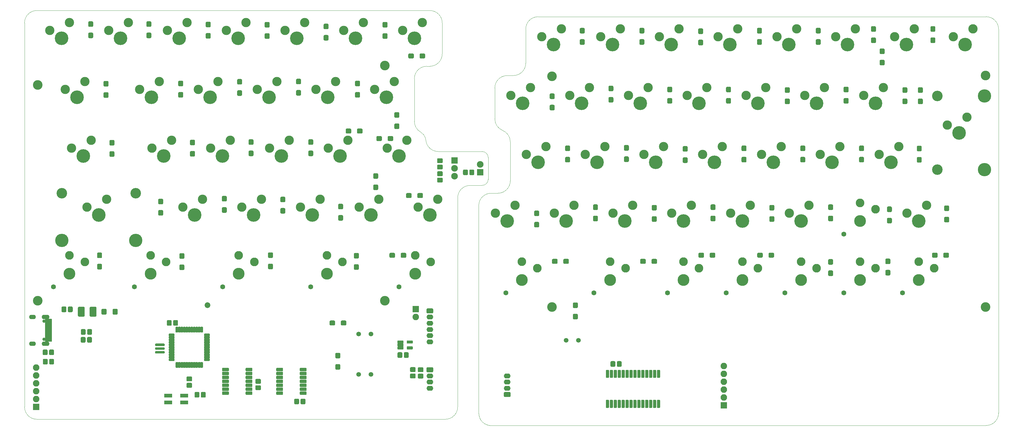
<source format=gbr>
G04 #@! TF.GenerationSoftware,KiCad,Pcbnew,(5.1.5)-3*
G04 #@! TF.CreationDate,2020-04-28T07:27:48+09:00*
G04 #@! TF.ProjectId,skc03-jis,736b6330-332d-46a6-9973-2e6b69636164,03*
G04 #@! TF.SameCoordinates,PX7565b60PY115170f0*
G04 #@! TF.FileFunction,Soldermask,Bot*
G04 #@! TF.FilePolarity,Negative*
%FSLAX46Y46*%
G04 Gerber Fmt 4.6, Leading zero omitted, Abs format (unit mm)*
G04 Created by KiCad (PCBNEW (5.1.5)-3) date 2020-04-28 07:27:48*
%MOMM*%
%LPD*%
G04 APERTURE LIST*
G04 #@! TA.AperFunction,Profile*
%ADD10C,0.100000*%
G04 #@! TD*
%ADD11C,0.150000*%
%ADD12C,1.050000*%
%ADD13O,2.500000X1.400000*%
%ADD14O,2.200000X1.400000*%
%ADD15C,4.300000*%
%ADD16C,3.400000*%
%ADD17C,3.000000*%
%ADD18C,4.400000*%
%ADD19C,4.387800*%
%ADD20C,1.600000*%
%ADD21C,2.800000*%
%ADD22C,3.800000*%
%ADD23C,3.100000*%
%ADD24O,2.100000X2.100000*%
%ADD25R,2.100000X2.100000*%
%ADD26C,1.850000*%
%ADD27C,1.520000*%
%ADD28C,2.150000*%
%ADD29R,2.150000X2.150000*%
%ADD30O,2.150000X1.600000*%
%ADD31R,2.500000X1.200000*%
G04 APERTURE END LIST*
D10*
X160228499Y7380001D02*
X320228499Y7380001D01*
X156228499Y73830000D02*
X156228499Y78380000D01*
X9424988Y14702327D02*
X9424987Y137379276D01*
X324228499Y11380001D02*
G75*
G02X320228499Y7380001I-4000000J0D01*
G01*
X144422749Y127380726D02*
X144422749Y137379276D01*
X171417299Y135380001D02*
G75*
G02X175417299Y139380001I4000000J0D01*
G01*
X171417299Y135380001D02*
X171417299Y124380000D01*
X13424987Y141379275D02*
X140422750Y141379275D01*
X171417299Y124380000D02*
G75*
G02X167417299Y120380000I-4000000J0D01*
G01*
X320228499Y139380001D02*
G75*
G02X324228499Y135380001I0J-4000000D01*
G01*
X324228499Y11380001D02*
X324228499Y135380001D01*
X165424999Y120380001D02*
X167417299Y120380001D01*
X161425000Y116380001D02*
G75*
G02X165424999Y120380000I3999999J0D01*
G01*
X320228499Y139380001D02*
X175417299Y139380000D01*
X9424988Y137379276D02*
G75*
G02X13424987Y141379275I3999999J0D01*
G01*
X140422750Y141379275D02*
G75*
G02X144422749Y137379276I0J-3999999D01*
G01*
X137476198Y102095543D02*
G75*
G02X135423087Y105589770I1946889J3494227D01*
G01*
X161424999Y106380001D02*
X161425000Y116380001D01*
X163924999Y102671902D02*
G75*
G02X161424999Y106380001I1500000J3708099D01*
G01*
X163925000Y102671900D02*
G75*
G02X166424999Y98963802I-1500000J-3708098D01*
G01*
X166424999Y86380000D02*
X166424999Y98963802D01*
X166424999Y86380000D02*
G75*
G02X162424999Y82380000I-4000000J0D01*
G01*
X160228499Y82380000D02*
X162424999Y82380000D01*
X156228499Y78380000D02*
G75*
G02X160228499Y82380000I4000000J0D01*
G01*
X156228499Y11380001D02*
X156228499Y73830000D01*
X149424988Y80899507D02*
X149424988Y13379275D01*
X149424988Y80899506D02*
G75*
G02X153424976Y84899507I4000000J1D01*
G01*
X157294948Y84899519D02*
X153424976Y84899507D01*
X159294942Y86899517D02*
G75*
G02X157294948Y84899519I-1999999J1D01*
G01*
X159294943Y93859517D02*
X159294943Y86899518D01*
X157294943Y95859517D02*
G75*
G02X159294943Y93859517I0J-2000000D01*
G01*
X143119168Y95859515D02*
X157294942Y95859517D01*
X143119169Y95859515D02*
G75*
G02X139140013Y99451681I-1J4000000D01*
G01*
X138949998Y100325416D02*
G75*
G02X139140013Y99451681I-3789139J-1281568D01*
G01*
X137476198Y102095543D02*
G75*
G02X138949998Y100325416I-1557511J-2795381D01*
G01*
X156247761Y10987932D02*
X156228499Y11380001D01*
X156305358Y10599639D02*
X156247761Y10987932D01*
X156400738Y10218862D02*
X156305358Y10599639D01*
X156532981Y9849267D02*
X156400738Y10218862D01*
X156700814Y9494414D02*
X156532981Y9849267D01*
X156902621Y9157720D02*
X156700814Y9494414D01*
X157136458Y8842427D02*
X156902621Y9157720D01*
X157400072Y8551573D02*
X157136458Y8842427D01*
X157690926Y8287959D02*
X157400072Y8551573D01*
X158006219Y8054122D02*
X157690926Y8287959D01*
X158342913Y7852315D02*
X158006219Y8054122D01*
X158697766Y7684482D02*
X158342913Y7852315D01*
X159067361Y7552239D02*
X158697766Y7684482D01*
X159448138Y7456859D02*
X159067361Y7552239D01*
X159836431Y7399262D02*
X159448138Y7456859D01*
X160228499Y7380001D02*
X159836431Y7399262D01*
X149424988Y13379275D02*
G75*
G02X145424988Y9379275I-4000000J0D01*
G01*
X135423087Y119380727D02*
X135423087Y105589770D01*
X135423088Y119380727D02*
G75*
G02X139423087Y123380726I3999999J0D01*
G01*
X140422750Y123380727D02*
X139423087Y123380726D01*
X144422749Y127380726D02*
G75*
G02X140422750Y123380727I-3999999J0D01*
G01*
X145424988Y9379275D02*
X13424987Y9379275D01*
X9424987Y13379275D02*
X9424988Y14702327D01*
X13424987Y9379275D02*
G75*
G02X9424987Y13379275I0J4000000D01*
G01*
D11*
G04 #@! TO.C,X1*
G36*
X54436364Y31428460D02*
G01*
X54467428Y31423852D01*
X54497890Y31416222D01*
X54527458Y31405642D01*
X54555846Y31392216D01*
X54582781Y31376071D01*
X54608005Y31357364D01*
X54631273Y31336275D01*
X54652362Y31313007D01*
X54671069Y31287783D01*
X54687214Y31260848D01*
X54700640Y31232460D01*
X54711220Y31202892D01*
X54718850Y31172430D01*
X54723458Y31141366D01*
X54724999Y31110001D01*
X54724999Y30950001D01*
X54723458Y30918636D01*
X54718850Y30887572D01*
X54711220Y30857110D01*
X54700640Y30827542D01*
X54687214Y30799154D01*
X54671069Y30772219D01*
X54652362Y30746995D01*
X54631273Y30723727D01*
X54608005Y30702638D01*
X54582781Y30683931D01*
X54555846Y30667786D01*
X54527458Y30654360D01*
X54497890Y30643780D01*
X54467428Y30636150D01*
X54436364Y30631542D01*
X54404999Y30630001D01*
X51944999Y30630001D01*
X51913634Y30631542D01*
X51882570Y30636150D01*
X51852108Y30643780D01*
X51822540Y30654360D01*
X51794152Y30667786D01*
X51767217Y30683931D01*
X51741993Y30702638D01*
X51718725Y30723727D01*
X51697636Y30746995D01*
X51678929Y30772219D01*
X51662784Y30799154D01*
X51649358Y30827542D01*
X51638778Y30857110D01*
X51631148Y30887572D01*
X51626540Y30918636D01*
X51624999Y30950001D01*
X51624999Y31110001D01*
X51626540Y31141366D01*
X51631148Y31172430D01*
X51638778Y31202892D01*
X51649358Y31232460D01*
X51662784Y31260848D01*
X51678929Y31287783D01*
X51697636Y31313007D01*
X51718725Y31336275D01*
X51741993Y31357364D01*
X51767217Y31376071D01*
X51794152Y31392216D01*
X51822540Y31405642D01*
X51852108Y31416222D01*
X51882570Y31423852D01*
X51913634Y31428460D01*
X51944999Y31430001D01*
X54404999Y31430001D01*
X54436364Y31428460D01*
G37*
G36*
X54436364Y32628460D02*
G01*
X54467428Y32623852D01*
X54497890Y32616222D01*
X54527458Y32605642D01*
X54555846Y32592216D01*
X54582781Y32576071D01*
X54608005Y32557364D01*
X54631273Y32536275D01*
X54652362Y32513007D01*
X54671069Y32487783D01*
X54687214Y32460848D01*
X54700640Y32432460D01*
X54711220Y32402892D01*
X54718850Y32372430D01*
X54723458Y32341366D01*
X54724999Y32310001D01*
X54724999Y32150001D01*
X54723458Y32118636D01*
X54718850Y32087572D01*
X54711220Y32057110D01*
X54700640Y32027542D01*
X54687214Y31999154D01*
X54671069Y31972219D01*
X54652362Y31946995D01*
X54631273Y31923727D01*
X54608005Y31902638D01*
X54582781Y31883931D01*
X54555846Y31867786D01*
X54527458Y31854360D01*
X54497890Y31843780D01*
X54467428Y31836150D01*
X54436364Y31831542D01*
X54404999Y31830001D01*
X51944999Y31830001D01*
X51913634Y31831542D01*
X51882570Y31836150D01*
X51852108Y31843780D01*
X51822540Y31854360D01*
X51794152Y31867786D01*
X51767217Y31883931D01*
X51741993Y31902638D01*
X51718725Y31923727D01*
X51697636Y31946995D01*
X51678929Y31972219D01*
X51662784Y31999154D01*
X51649358Y32027542D01*
X51638778Y32057110D01*
X51631148Y32087572D01*
X51626540Y32118636D01*
X51624999Y32150001D01*
X51624999Y32310001D01*
X51626540Y32341366D01*
X51631148Y32372430D01*
X51638778Y32402892D01*
X51649358Y32432460D01*
X51662784Y32460848D01*
X51678929Y32487783D01*
X51697636Y32513007D01*
X51718725Y32536275D01*
X51741993Y32557364D01*
X51767217Y32576071D01*
X51794152Y32592216D01*
X51822540Y32605642D01*
X51852108Y32616222D01*
X51882570Y32623852D01*
X51913634Y32628460D01*
X51944999Y32630001D01*
X54404999Y32630001D01*
X54436364Y32628460D01*
G37*
G36*
X54436364Y33828460D02*
G01*
X54467428Y33823852D01*
X54497890Y33816222D01*
X54527458Y33805642D01*
X54555846Y33792216D01*
X54582781Y33776071D01*
X54608005Y33757364D01*
X54631273Y33736275D01*
X54652362Y33713007D01*
X54671069Y33687783D01*
X54687214Y33660848D01*
X54700640Y33632460D01*
X54711220Y33602892D01*
X54718850Y33572430D01*
X54723458Y33541366D01*
X54724999Y33510001D01*
X54724999Y33350001D01*
X54723458Y33318636D01*
X54718850Y33287572D01*
X54711220Y33257110D01*
X54700640Y33227542D01*
X54687214Y33199154D01*
X54671069Y33172219D01*
X54652362Y33146995D01*
X54631273Y33123727D01*
X54608005Y33102638D01*
X54582781Y33083931D01*
X54555846Y33067786D01*
X54527458Y33054360D01*
X54497890Y33043780D01*
X54467428Y33036150D01*
X54436364Y33031542D01*
X54404999Y33030001D01*
X51944999Y33030001D01*
X51913634Y33031542D01*
X51882570Y33036150D01*
X51852108Y33043780D01*
X51822540Y33054360D01*
X51794152Y33067786D01*
X51767217Y33083931D01*
X51741993Y33102638D01*
X51718725Y33123727D01*
X51697636Y33146995D01*
X51678929Y33172219D01*
X51662784Y33199154D01*
X51649358Y33227542D01*
X51638778Y33257110D01*
X51631148Y33287572D01*
X51626540Y33318636D01*
X51624999Y33350001D01*
X51624999Y33510001D01*
X51626540Y33541366D01*
X51631148Y33572430D01*
X51638778Y33602892D01*
X51649358Y33632460D01*
X51662784Y33660848D01*
X51678929Y33687783D01*
X51697636Y33713007D01*
X51718725Y33736275D01*
X51741993Y33757364D01*
X51767217Y33776071D01*
X51794152Y33792216D01*
X51822540Y33805642D01*
X51852108Y33816222D01*
X51882570Y33823852D01*
X51913634Y33828460D01*
X51944999Y33830001D01*
X54404999Y33830001D01*
X54436364Y33828460D01*
G37*
G04 #@! TD*
D12*
G04 #@! TO.C,J5*
X15700000Y41020000D03*
X15700000Y35240000D03*
D11*
G36*
X18074504Y41828796D02*
G01*
X18098773Y41825196D01*
X18122571Y41819235D01*
X18145671Y41810970D01*
X18167849Y41800480D01*
X18188893Y41787867D01*
X18208598Y41773253D01*
X18226777Y41756777D01*
X18243253Y41738598D01*
X18257867Y41718893D01*
X18270480Y41697849D01*
X18280970Y41675671D01*
X18289235Y41652571D01*
X18295196Y41628773D01*
X18298796Y41604504D01*
X18300000Y41580000D01*
X18300000Y41080000D01*
X18298796Y41055496D01*
X18295196Y41031227D01*
X18289235Y41007429D01*
X18280970Y40984329D01*
X18270480Y40962151D01*
X18257867Y40941107D01*
X18243253Y40921402D01*
X18226777Y40903223D01*
X18208598Y40886747D01*
X18188893Y40872133D01*
X18167849Y40859520D01*
X18145671Y40849030D01*
X18122571Y40840765D01*
X18098773Y40834804D01*
X18074504Y40831204D01*
X18050000Y40830000D01*
X16300000Y40830000D01*
X16275496Y40831204D01*
X16251227Y40834804D01*
X16227429Y40840765D01*
X16204329Y40849030D01*
X16182151Y40859520D01*
X16161107Y40872133D01*
X16141402Y40886747D01*
X16123223Y40903223D01*
X16106747Y40921402D01*
X16092133Y40941107D01*
X16079520Y40962151D01*
X16069030Y40984329D01*
X16060765Y41007429D01*
X16054804Y41031227D01*
X16051204Y41055496D01*
X16050000Y41080000D01*
X16050000Y41580000D01*
X16051204Y41604504D01*
X16054804Y41628773D01*
X16060765Y41652571D01*
X16069030Y41675671D01*
X16079520Y41697849D01*
X16092133Y41718893D01*
X16106747Y41738598D01*
X16123223Y41756777D01*
X16141402Y41773253D01*
X16161107Y41787867D01*
X16182151Y41800480D01*
X16204329Y41810970D01*
X16227429Y41819235D01*
X16251227Y41825196D01*
X16275496Y41828796D01*
X16300000Y41830000D01*
X18050000Y41830000D01*
X18074504Y41828796D01*
G37*
G36*
X18074504Y41028796D02*
G01*
X18098773Y41025196D01*
X18122571Y41019235D01*
X18145671Y41010970D01*
X18167849Y41000480D01*
X18188893Y40987867D01*
X18208598Y40973253D01*
X18226777Y40956777D01*
X18243253Y40938598D01*
X18257867Y40918893D01*
X18270480Y40897849D01*
X18280970Y40875671D01*
X18289235Y40852571D01*
X18295196Y40828773D01*
X18298796Y40804504D01*
X18300000Y40780000D01*
X18300000Y40280000D01*
X18298796Y40255496D01*
X18295196Y40231227D01*
X18289235Y40207429D01*
X18280970Y40184329D01*
X18270480Y40162151D01*
X18257867Y40141107D01*
X18243253Y40121402D01*
X18226777Y40103223D01*
X18208598Y40086747D01*
X18188893Y40072133D01*
X18167849Y40059520D01*
X18145671Y40049030D01*
X18122571Y40040765D01*
X18098773Y40034804D01*
X18074504Y40031204D01*
X18050000Y40030000D01*
X16300000Y40030000D01*
X16275496Y40031204D01*
X16251227Y40034804D01*
X16227429Y40040765D01*
X16204329Y40049030D01*
X16182151Y40059520D01*
X16161107Y40072133D01*
X16141402Y40086747D01*
X16123223Y40103223D01*
X16106747Y40121402D01*
X16092133Y40141107D01*
X16079520Y40162151D01*
X16069030Y40184329D01*
X16060765Y40207429D01*
X16054804Y40231227D01*
X16051204Y40255496D01*
X16050000Y40280000D01*
X16050000Y40780000D01*
X16051204Y40804504D01*
X16054804Y40828773D01*
X16060765Y40852571D01*
X16069030Y40875671D01*
X16079520Y40897849D01*
X16092133Y40918893D01*
X16106747Y40938598D01*
X16123223Y40956777D01*
X16141402Y40973253D01*
X16161107Y40987867D01*
X16182151Y41000480D01*
X16204329Y41010970D01*
X16227429Y41019235D01*
X16251227Y41025196D01*
X16275496Y41028796D01*
X16300000Y41030000D01*
X18050000Y41030000D01*
X18074504Y41028796D01*
G37*
G36*
X18142153Y40229157D02*
G01*
X18159141Y40226637D01*
X18175800Y40222465D01*
X18191970Y40216679D01*
X18207494Y40209336D01*
X18222225Y40200507D01*
X18236019Y40190277D01*
X18248744Y40178744D01*
X18260277Y40166019D01*
X18270507Y40152225D01*
X18279336Y40137494D01*
X18286679Y40121970D01*
X18292465Y40105800D01*
X18296637Y40089141D01*
X18299157Y40072153D01*
X18300000Y40055000D01*
X18300000Y39705000D01*
X18299157Y39687847D01*
X18296637Y39670859D01*
X18292465Y39654200D01*
X18286679Y39638030D01*
X18279336Y39622506D01*
X18270507Y39607775D01*
X18260277Y39593981D01*
X18248744Y39581256D01*
X18236019Y39569723D01*
X18222225Y39559493D01*
X18207494Y39550664D01*
X18191970Y39543321D01*
X18175800Y39537535D01*
X18159141Y39533363D01*
X18142153Y39530843D01*
X18125000Y39530000D01*
X16225000Y39530000D01*
X16207847Y39530843D01*
X16190859Y39533363D01*
X16174200Y39537535D01*
X16158030Y39543321D01*
X16142506Y39550664D01*
X16127775Y39559493D01*
X16113981Y39569723D01*
X16101256Y39581256D01*
X16089723Y39593981D01*
X16079493Y39607775D01*
X16070664Y39622506D01*
X16063321Y39638030D01*
X16057535Y39654200D01*
X16053363Y39670859D01*
X16050843Y39687847D01*
X16050000Y39705000D01*
X16050000Y40055000D01*
X16050843Y40072153D01*
X16053363Y40089141D01*
X16057535Y40105800D01*
X16063321Y40121970D01*
X16070664Y40137494D01*
X16079493Y40152225D01*
X16089723Y40166019D01*
X16101256Y40178744D01*
X16113981Y40190277D01*
X16127775Y40200507D01*
X16142506Y40209336D01*
X16158030Y40216679D01*
X16174200Y40222465D01*
X16190859Y40226637D01*
X16207847Y40229157D01*
X16225000Y40230000D01*
X18125000Y40230000D01*
X18142153Y40229157D01*
G37*
G36*
X18142153Y39729157D02*
G01*
X18159141Y39726637D01*
X18175800Y39722465D01*
X18191970Y39716679D01*
X18207494Y39709336D01*
X18222225Y39700507D01*
X18236019Y39690277D01*
X18248744Y39678744D01*
X18260277Y39666019D01*
X18270507Y39652225D01*
X18279336Y39637494D01*
X18286679Y39621970D01*
X18292465Y39605800D01*
X18296637Y39589141D01*
X18299157Y39572153D01*
X18300000Y39555000D01*
X18300000Y39205000D01*
X18299157Y39187847D01*
X18296637Y39170859D01*
X18292465Y39154200D01*
X18286679Y39138030D01*
X18279336Y39122506D01*
X18270507Y39107775D01*
X18260277Y39093981D01*
X18248744Y39081256D01*
X18236019Y39069723D01*
X18222225Y39059493D01*
X18207494Y39050664D01*
X18191970Y39043321D01*
X18175800Y39037535D01*
X18159141Y39033363D01*
X18142153Y39030843D01*
X18125000Y39030000D01*
X16225000Y39030000D01*
X16207847Y39030843D01*
X16190859Y39033363D01*
X16174200Y39037535D01*
X16158030Y39043321D01*
X16142506Y39050664D01*
X16127775Y39059493D01*
X16113981Y39069723D01*
X16101256Y39081256D01*
X16089723Y39093981D01*
X16079493Y39107775D01*
X16070664Y39122506D01*
X16063321Y39138030D01*
X16057535Y39154200D01*
X16053363Y39170859D01*
X16050843Y39187847D01*
X16050000Y39205000D01*
X16050000Y39555000D01*
X16050843Y39572153D01*
X16053363Y39589141D01*
X16057535Y39605800D01*
X16063321Y39621970D01*
X16070664Y39637494D01*
X16079493Y39652225D01*
X16089723Y39666019D01*
X16101256Y39678744D01*
X16113981Y39690277D01*
X16127775Y39700507D01*
X16142506Y39709336D01*
X16158030Y39716679D01*
X16174200Y39722465D01*
X16190859Y39726637D01*
X16207847Y39729157D01*
X16225000Y39730000D01*
X18125000Y39730000D01*
X18142153Y39729157D01*
G37*
G36*
X18142153Y39229157D02*
G01*
X18159141Y39226637D01*
X18175800Y39222465D01*
X18191970Y39216679D01*
X18207494Y39209336D01*
X18222225Y39200507D01*
X18236019Y39190277D01*
X18248744Y39178744D01*
X18260277Y39166019D01*
X18270507Y39152225D01*
X18279336Y39137494D01*
X18286679Y39121970D01*
X18292465Y39105800D01*
X18296637Y39089141D01*
X18299157Y39072153D01*
X18300000Y39055000D01*
X18300000Y38705000D01*
X18299157Y38687847D01*
X18296637Y38670859D01*
X18292465Y38654200D01*
X18286679Y38638030D01*
X18279336Y38622506D01*
X18270507Y38607775D01*
X18260277Y38593981D01*
X18248744Y38581256D01*
X18236019Y38569723D01*
X18222225Y38559493D01*
X18207494Y38550664D01*
X18191970Y38543321D01*
X18175800Y38537535D01*
X18159141Y38533363D01*
X18142153Y38530843D01*
X18125000Y38530000D01*
X16225000Y38530000D01*
X16207847Y38530843D01*
X16190859Y38533363D01*
X16174200Y38537535D01*
X16158030Y38543321D01*
X16142506Y38550664D01*
X16127775Y38559493D01*
X16113981Y38569723D01*
X16101256Y38581256D01*
X16089723Y38593981D01*
X16079493Y38607775D01*
X16070664Y38622506D01*
X16063321Y38638030D01*
X16057535Y38654200D01*
X16053363Y38670859D01*
X16050843Y38687847D01*
X16050000Y38705000D01*
X16050000Y39055000D01*
X16050843Y39072153D01*
X16053363Y39089141D01*
X16057535Y39105800D01*
X16063321Y39121970D01*
X16070664Y39137494D01*
X16079493Y39152225D01*
X16089723Y39166019D01*
X16101256Y39178744D01*
X16113981Y39190277D01*
X16127775Y39200507D01*
X16142506Y39209336D01*
X16158030Y39216679D01*
X16174200Y39222465D01*
X16190859Y39226637D01*
X16207847Y39229157D01*
X16225000Y39230000D01*
X18125000Y39230000D01*
X18142153Y39229157D01*
G37*
G36*
X18074504Y35428796D02*
G01*
X18098773Y35425196D01*
X18122571Y35419235D01*
X18145671Y35410970D01*
X18167849Y35400480D01*
X18188893Y35387867D01*
X18208598Y35373253D01*
X18226777Y35356777D01*
X18243253Y35338598D01*
X18257867Y35318893D01*
X18270480Y35297849D01*
X18280970Y35275671D01*
X18289235Y35252571D01*
X18295196Y35228773D01*
X18298796Y35204504D01*
X18300000Y35180000D01*
X18300000Y34680000D01*
X18298796Y34655496D01*
X18295196Y34631227D01*
X18289235Y34607429D01*
X18280970Y34584329D01*
X18270480Y34562151D01*
X18257867Y34541107D01*
X18243253Y34521402D01*
X18226777Y34503223D01*
X18208598Y34486747D01*
X18188893Y34472133D01*
X18167849Y34459520D01*
X18145671Y34449030D01*
X18122571Y34440765D01*
X18098773Y34434804D01*
X18074504Y34431204D01*
X18050000Y34430000D01*
X16300000Y34430000D01*
X16275496Y34431204D01*
X16251227Y34434804D01*
X16227429Y34440765D01*
X16204329Y34449030D01*
X16182151Y34459520D01*
X16161107Y34472133D01*
X16141402Y34486747D01*
X16123223Y34503223D01*
X16106747Y34521402D01*
X16092133Y34541107D01*
X16079520Y34562151D01*
X16069030Y34584329D01*
X16060765Y34607429D01*
X16054804Y34631227D01*
X16051204Y34655496D01*
X16050000Y34680000D01*
X16050000Y35180000D01*
X16051204Y35204504D01*
X16054804Y35228773D01*
X16060765Y35252571D01*
X16069030Y35275671D01*
X16079520Y35297849D01*
X16092133Y35318893D01*
X16106747Y35338598D01*
X16123223Y35356777D01*
X16141402Y35373253D01*
X16161107Y35387867D01*
X16182151Y35400480D01*
X16204329Y35410970D01*
X16227429Y35419235D01*
X16251227Y35425196D01*
X16275496Y35428796D01*
X16300000Y35430000D01*
X18050000Y35430000D01*
X18074504Y35428796D01*
G37*
G36*
X18074504Y36228796D02*
G01*
X18098773Y36225196D01*
X18122571Y36219235D01*
X18145671Y36210970D01*
X18167849Y36200480D01*
X18188893Y36187867D01*
X18208598Y36173253D01*
X18226777Y36156777D01*
X18243253Y36138598D01*
X18257867Y36118893D01*
X18270480Y36097849D01*
X18280970Y36075671D01*
X18289235Y36052571D01*
X18295196Y36028773D01*
X18298796Y36004504D01*
X18300000Y35980000D01*
X18300000Y35480000D01*
X18298796Y35455496D01*
X18295196Y35431227D01*
X18289235Y35407429D01*
X18280970Y35384329D01*
X18270480Y35362151D01*
X18257867Y35341107D01*
X18243253Y35321402D01*
X18226777Y35303223D01*
X18208598Y35286747D01*
X18188893Y35272133D01*
X18167849Y35259520D01*
X18145671Y35249030D01*
X18122571Y35240765D01*
X18098773Y35234804D01*
X18074504Y35231204D01*
X18050000Y35230000D01*
X16300000Y35230000D01*
X16275496Y35231204D01*
X16251227Y35234804D01*
X16227429Y35240765D01*
X16204329Y35249030D01*
X16182151Y35259520D01*
X16161107Y35272133D01*
X16141402Y35286747D01*
X16123223Y35303223D01*
X16106747Y35321402D01*
X16092133Y35341107D01*
X16079520Y35362151D01*
X16069030Y35384329D01*
X16060765Y35407429D01*
X16054804Y35431227D01*
X16051204Y35455496D01*
X16050000Y35480000D01*
X16050000Y35980000D01*
X16051204Y36004504D01*
X16054804Y36028773D01*
X16060765Y36052571D01*
X16069030Y36075671D01*
X16079520Y36097849D01*
X16092133Y36118893D01*
X16106747Y36138598D01*
X16123223Y36156777D01*
X16141402Y36173253D01*
X16161107Y36187867D01*
X16182151Y36200480D01*
X16204329Y36210970D01*
X16227429Y36219235D01*
X16251227Y36225196D01*
X16275496Y36228796D01*
X16300000Y36230000D01*
X18050000Y36230000D01*
X18074504Y36228796D01*
G37*
G36*
X18142153Y36729157D02*
G01*
X18159141Y36726637D01*
X18175800Y36722465D01*
X18191970Y36716679D01*
X18207494Y36709336D01*
X18222225Y36700507D01*
X18236019Y36690277D01*
X18248744Y36678744D01*
X18260277Y36666019D01*
X18270507Y36652225D01*
X18279336Y36637494D01*
X18286679Y36621970D01*
X18292465Y36605800D01*
X18296637Y36589141D01*
X18299157Y36572153D01*
X18300000Y36555000D01*
X18300000Y36205000D01*
X18299157Y36187847D01*
X18296637Y36170859D01*
X18292465Y36154200D01*
X18286679Y36138030D01*
X18279336Y36122506D01*
X18270507Y36107775D01*
X18260277Y36093981D01*
X18248744Y36081256D01*
X18236019Y36069723D01*
X18222225Y36059493D01*
X18207494Y36050664D01*
X18191970Y36043321D01*
X18175800Y36037535D01*
X18159141Y36033363D01*
X18142153Y36030843D01*
X18125000Y36030000D01*
X16225000Y36030000D01*
X16207847Y36030843D01*
X16190859Y36033363D01*
X16174200Y36037535D01*
X16158030Y36043321D01*
X16142506Y36050664D01*
X16127775Y36059493D01*
X16113981Y36069723D01*
X16101256Y36081256D01*
X16089723Y36093981D01*
X16079493Y36107775D01*
X16070664Y36122506D01*
X16063321Y36138030D01*
X16057535Y36154200D01*
X16053363Y36170859D01*
X16050843Y36187847D01*
X16050000Y36205000D01*
X16050000Y36555000D01*
X16050843Y36572153D01*
X16053363Y36589141D01*
X16057535Y36605800D01*
X16063321Y36621970D01*
X16070664Y36637494D01*
X16079493Y36652225D01*
X16089723Y36666019D01*
X16101256Y36678744D01*
X16113981Y36690277D01*
X16127775Y36700507D01*
X16142506Y36709336D01*
X16158030Y36716679D01*
X16174200Y36722465D01*
X16190859Y36726637D01*
X16207847Y36729157D01*
X16225000Y36730000D01*
X18125000Y36730000D01*
X18142153Y36729157D01*
G37*
G36*
X18142153Y37229157D02*
G01*
X18159141Y37226637D01*
X18175800Y37222465D01*
X18191970Y37216679D01*
X18207494Y37209336D01*
X18222225Y37200507D01*
X18236019Y37190277D01*
X18248744Y37178744D01*
X18260277Y37166019D01*
X18270507Y37152225D01*
X18279336Y37137494D01*
X18286679Y37121970D01*
X18292465Y37105800D01*
X18296637Y37089141D01*
X18299157Y37072153D01*
X18300000Y37055000D01*
X18300000Y36705000D01*
X18299157Y36687847D01*
X18296637Y36670859D01*
X18292465Y36654200D01*
X18286679Y36638030D01*
X18279336Y36622506D01*
X18270507Y36607775D01*
X18260277Y36593981D01*
X18248744Y36581256D01*
X18236019Y36569723D01*
X18222225Y36559493D01*
X18207494Y36550664D01*
X18191970Y36543321D01*
X18175800Y36537535D01*
X18159141Y36533363D01*
X18142153Y36530843D01*
X18125000Y36530000D01*
X16225000Y36530000D01*
X16207847Y36530843D01*
X16190859Y36533363D01*
X16174200Y36537535D01*
X16158030Y36543321D01*
X16142506Y36550664D01*
X16127775Y36559493D01*
X16113981Y36569723D01*
X16101256Y36581256D01*
X16089723Y36593981D01*
X16079493Y36607775D01*
X16070664Y36622506D01*
X16063321Y36638030D01*
X16057535Y36654200D01*
X16053363Y36670859D01*
X16050843Y36687847D01*
X16050000Y36705000D01*
X16050000Y37055000D01*
X16050843Y37072153D01*
X16053363Y37089141D01*
X16057535Y37105800D01*
X16063321Y37121970D01*
X16070664Y37137494D01*
X16079493Y37152225D01*
X16089723Y37166019D01*
X16101256Y37178744D01*
X16113981Y37190277D01*
X16127775Y37200507D01*
X16142506Y37209336D01*
X16158030Y37216679D01*
X16174200Y37222465D01*
X16190859Y37226637D01*
X16207847Y37229157D01*
X16225000Y37230000D01*
X18125000Y37230000D01*
X18142153Y37229157D01*
G37*
G36*
X18142153Y37729157D02*
G01*
X18159141Y37726637D01*
X18175800Y37722465D01*
X18191970Y37716679D01*
X18207494Y37709336D01*
X18222225Y37700507D01*
X18236019Y37690277D01*
X18248744Y37678744D01*
X18260277Y37666019D01*
X18270507Y37652225D01*
X18279336Y37637494D01*
X18286679Y37621970D01*
X18292465Y37605800D01*
X18296637Y37589141D01*
X18299157Y37572153D01*
X18300000Y37555000D01*
X18300000Y37205000D01*
X18299157Y37187847D01*
X18296637Y37170859D01*
X18292465Y37154200D01*
X18286679Y37138030D01*
X18279336Y37122506D01*
X18270507Y37107775D01*
X18260277Y37093981D01*
X18248744Y37081256D01*
X18236019Y37069723D01*
X18222225Y37059493D01*
X18207494Y37050664D01*
X18191970Y37043321D01*
X18175800Y37037535D01*
X18159141Y37033363D01*
X18142153Y37030843D01*
X18125000Y37030000D01*
X16225000Y37030000D01*
X16207847Y37030843D01*
X16190859Y37033363D01*
X16174200Y37037535D01*
X16158030Y37043321D01*
X16142506Y37050664D01*
X16127775Y37059493D01*
X16113981Y37069723D01*
X16101256Y37081256D01*
X16089723Y37093981D01*
X16079493Y37107775D01*
X16070664Y37122506D01*
X16063321Y37138030D01*
X16057535Y37154200D01*
X16053363Y37170859D01*
X16050843Y37187847D01*
X16050000Y37205000D01*
X16050000Y37555000D01*
X16050843Y37572153D01*
X16053363Y37589141D01*
X16057535Y37605800D01*
X16063321Y37621970D01*
X16070664Y37637494D01*
X16079493Y37652225D01*
X16089723Y37666019D01*
X16101256Y37678744D01*
X16113981Y37690277D01*
X16127775Y37700507D01*
X16142506Y37709336D01*
X16158030Y37716679D01*
X16174200Y37722465D01*
X16190859Y37726637D01*
X16207847Y37729157D01*
X16225000Y37730000D01*
X18125000Y37730000D01*
X18142153Y37729157D01*
G37*
G36*
X18142153Y38229157D02*
G01*
X18159141Y38226637D01*
X18175800Y38222465D01*
X18191970Y38216679D01*
X18207494Y38209336D01*
X18222225Y38200507D01*
X18236019Y38190277D01*
X18248744Y38178744D01*
X18260277Y38166019D01*
X18270507Y38152225D01*
X18279336Y38137494D01*
X18286679Y38121970D01*
X18292465Y38105800D01*
X18296637Y38089141D01*
X18299157Y38072153D01*
X18300000Y38055000D01*
X18300000Y37705000D01*
X18299157Y37687847D01*
X18296637Y37670859D01*
X18292465Y37654200D01*
X18286679Y37638030D01*
X18279336Y37622506D01*
X18270507Y37607775D01*
X18260277Y37593981D01*
X18248744Y37581256D01*
X18236019Y37569723D01*
X18222225Y37559493D01*
X18207494Y37550664D01*
X18191970Y37543321D01*
X18175800Y37537535D01*
X18159141Y37533363D01*
X18142153Y37530843D01*
X18125000Y37530000D01*
X16225000Y37530000D01*
X16207847Y37530843D01*
X16190859Y37533363D01*
X16174200Y37537535D01*
X16158030Y37543321D01*
X16142506Y37550664D01*
X16127775Y37559493D01*
X16113981Y37569723D01*
X16101256Y37581256D01*
X16089723Y37593981D01*
X16079493Y37607775D01*
X16070664Y37622506D01*
X16063321Y37638030D01*
X16057535Y37654200D01*
X16053363Y37670859D01*
X16050843Y37687847D01*
X16050000Y37705000D01*
X16050000Y38055000D01*
X16050843Y38072153D01*
X16053363Y38089141D01*
X16057535Y38105800D01*
X16063321Y38121970D01*
X16070664Y38137494D01*
X16079493Y38152225D01*
X16089723Y38166019D01*
X16101256Y38178744D01*
X16113981Y38190277D01*
X16127775Y38200507D01*
X16142506Y38209336D01*
X16158030Y38216679D01*
X16174200Y38222465D01*
X16190859Y38226637D01*
X16207847Y38229157D01*
X16225000Y38230000D01*
X18125000Y38230000D01*
X18142153Y38229157D01*
G37*
G36*
X18142153Y38729157D02*
G01*
X18159141Y38726637D01*
X18175800Y38722465D01*
X18191970Y38716679D01*
X18207494Y38709336D01*
X18222225Y38700507D01*
X18236019Y38690277D01*
X18248744Y38678744D01*
X18260277Y38666019D01*
X18270507Y38652225D01*
X18279336Y38637494D01*
X18286679Y38621970D01*
X18292465Y38605800D01*
X18296637Y38589141D01*
X18299157Y38572153D01*
X18300000Y38555000D01*
X18300000Y38205000D01*
X18299157Y38187847D01*
X18296637Y38170859D01*
X18292465Y38154200D01*
X18286679Y38138030D01*
X18279336Y38122506D01*
X18270507Y38107775D01*
X18260277Y38093981D01*
X18248744Y38081256D01*
X18236019Y38069723D01*
X18222225Y38059493D01*
X18207494Y38050664D01*
X18191970Y38043321D01*
X18175800Y38037535D01*
X18159141Y38033363D01*
X18142153Y38030843D01*
X18125000Y38030000D01*
X16225000Y38030000D01*
X16207847Y38030843D01*
X16190859Y38033363D01*
X16174200Y38037535D01*
X16158030Y38043321D01*
X16142506Y38050664D01*
X16127775Y38059493D01*
X16113981Y38069723D01*
X16101256Y38081256D01*
X16089723Y38093981D01*
X16079493Y38107775D01*
X16070664Y38122506D01*
X16063321Y38138030D01*
X16057535Y38154200D01*
X16053363Y38170859D01*
X16050843Y38187847D01*
X16050000Y38205000D01*
X16050000Y38555000D01*
X16050843Y38572153D01*
X16053363Y38589141D01*
X16057535Y38605800D01*
X16063321Y38621970D01*
X16070664Y38637494D01*
X16079493Y38652225D01*
X16089723Y38666019D01*
X16101256Y38678744D01*
X16113981Y38690277D01*
X16127775Y38700507D01*
X16142506Y38709336D01*
X16158030Y38716679D01*
X16174200Y38722465D01*
X16190859Y38726637D01*
X16207847Y38729157D01*
X16225000Y38730000D01*
X18125000Y38730000D01*
X18142153Y38729157D01*
G37*
D13*
X16200000Y33810000D03*
X16200000Y42450000D03*
D14*
X12020000Y33810000D03*
X12020000Y42450000D03*
G04 #@! TD*
D15*
G04 #@! TO.C,SW47*
X319679999Y113780001D03*
X319679999Y89980001D03*
D16*
X304439999Y113780001D03*
X304439999Y89980001D03*
D17*
X307614999Y104420001D03*
X313964999Y106960001D03*
D18*
X311424999Y101880001D03*
G04 #@! TD*
D11*
G04 #@! TO.C,D3*
G36*
X228389206Y131953075D02*
G01*
X228428035Y131947315D01*
X228466113Y131937777D01*
X228503072Y131924553D01*
X228538558Y131907770D01*
X228572227Y131887589D01*
X228603756Y131864205D01*
X228632842Y131837844D01*
X228659203Y131808758D01*
X228682587Y131777229D01*
X228702768Y131743560D01*
X228719551Y131708074D01*
X228732775Y131671115D01*
X228742313Y131633037D01*
X228748073Y131594208D01*
X228749999Y131555001D01*
X228749999Y130555001D01*
X228748073Y130515794D01*
X228742313Y130476965D01*
X228732775Y130438887D01*
X228719551Y130401928D01*
X228702768Y130366442D01*
X228682587Y130332773D01*
X228659203Y130301244D01*
X228632842Y130272158D01*
X228603756Y130245797D01*
X228572227Y130222413D01*
X228538558Y130202232D01*
X228503072Y130185449D01*
X228466113Y130172225D01*
X228428035Y130162687D01*
X228389206Y130156927D01*
X228349999Y130155001D01*
X227549999Y130155001D01*
X227510792Y130156927D01*
X227471963Y130162687D01*
X227433885Y130172225D01*
X227396926Y130185449D01*
X227361440Y130202232D01*
X227327771Y130222413D01*
X227296242Y130245797D01*
X227267156Y130272158D01*
X227240795Y130301244D01*
X227217411Y130332773D01*
X227197230Y130366442D01*
X227180447Y130401928D01*
X227167223Y130438887D01*
X227157685Y130476965D01*
X227151925Y130515794D01*
X227149999Y130555001D01*
X227149999Y131555001D01*
X227151925Y131594208D01*
X227157685Y131633037D01*
X227167223Y131671115D01*
X227180447Y131708074D01*
X227197230Y131743560D01*
X227217411Y131777229D01*
X227240795Y131808758D01*
X227267156Y131837844D01*
X227296242Y131864205D01*
X227327771Y131887589D01*
X227361440Y131907770D01*
X227396926Y131924553D01*
X227433885Y131937777D01*
X227471963Y131947315D01*
X227510792Y131953075D01*
X227549999Y131955001D01*
X228349999Y131955001D01*
X228389206Y131953075D01*
G37*
G36*
X228389206Y135603075D02*
G01*
X228428035Y135597315D01*
X228466113Y135587777D01*
X228503072Y135574553D01*
X228538558Y135557770D01*
X228572227Y135537589D01*
X228603756Y135514205D01*
X228632842Y135487844D01*
X228659203Y135458758D01*
X228682587Y135427229D01*
X228702768Y135393560D01*
X228719551Y135358074D01*
X228732775Y135321115D01*
X228742313Y135283037D01*
X228748073Y135244208D01*
X228749999Y135205001D01*
X228749999Y134205001D01*
X228748073Y134165794D01*
X228742313Y134126965D01*
X228732775Y134088887D01*
X228719551Y134051928D01*
X228702768Y134016442D01*
X228682587Y133982773D01*
X228659203Y133951244D01*
X228632842Y133922158D01*
X228603756Y133895797D01*
X228572227Y133872413D01*
X228538558Y133852232D01*
X228503072Y133835449D01*
X228466113Y133822225D01*
X228428035Y133812687D01*
X228389206Y133806927D01*
X228349999Y133805001D01*
X227549999Y133805001D01*
X227510792Y133806927D01*
X227471963Y133812687D01*
X227433885Y133822225D01*
X227396926Y133835449D01*
X227361440Y133852232D01*
X227327771Y133872413D01*
X227296242Y133895797D01*
X227267156Y133922158D01*
X227240795Y133951244D01*
X227217411Y133982773D01*
X227197230Y134016442D01*
X227180447Y134051928D01*
X227167223Y134088887D01*
X227157685Y134126965D01*
X227151925Y134165794D01*
X227149999Y134205001D01*
X227149999Y135205001D01*
X227151925Y135244208D01*
X227157685Y135283037D01*
X227167223Y135321115D01*
X227180447Y135358074D01*
X227197230Y135393560D01*
X227217411Y135427229D01*
X227240795Y135458758D01*
X227267156Y135487844D01*
X227296242Y135514205D01*
X227327771Y135537589D01*
X227361440Y135557770D01*
X227396926Y135574553D01*
X227433885Y135587777D01*
X227471963Y135597315D01*
X227510792Y135603075D01*
X227549999Y135605001D01*
X228349999Y135605001D01*
X228389206Y135603075D01*
G37*
G04 #@! TD*
D17*
G04 #@! TO.C,SW33*
X195614999Y132920001D03*
X201964999Y135460001D03*
D19*
X199424999Y130380001D03*
G04 #@! TD*
D17*
G04 #@! TO.C,SW54*
X285614999Y94920001D03*
X291964999Y97460001D03*
D19*
X289424999Y92380001D03*
G04 #@! TD*
D17*
G04 #@! TO.C,SW38*
X290614999Y132920001D03*
X296964999Y135460001D03*
D19*
X294424999Y130380001D03*
G04 #@! TD*
D17*
G04 #@! TO.C,SW39*
X309614990Y132920010D03*
X315964990Y135460010D03*
D19*
X313424990Y130380010D03*
G04 #@! TD*
D11*
G04 #@! TO.C,D8*
G36*
X303439207Y132673074D02*
G01*
X303478036Y132667314D01*
X303516114Y132657776D01*
X303553073Y132644552D01*
X303588559Y132627769D01*
X303622228Y132607588D01*
X303653757Y132584204D01*
X303682843Y132557843D01*
X303709204Y132528757D01*
X303732588Y132497228D01*
X303752769Y132463559D01*
X303769552Y132428073D01*
X303782776Y132391114D01*
X303792314Y132353036D01*
X303798074Y132314207D01*
X303800000Y132275000D01*
X303800000Y131275000D01*
X303798074Y131235793D01*
X303792314Y131196964D01*
X303782776Y131158886D01*
X303769552Y131121927D01*
X303752769Y131086441D01*
X303732588Y131052772D01*
X303709204Y131021243D01*
X303682843Y130992157D01*
X303653757Y130965796D01*
X303622228Y130942412D01*
X303588559Y130922231D01*
X303553073Y130905448D01*
X303516114Y130892224D01*
X303478036Y130882686D01*
X303439207Y130876926D01*
X303400000Y130875000D01*
X302600000Y130875000D01*
X302560793Y130876926D01*
X302521964Y130882686D01*
X302483886Y130892224D01*
X302446927Y130905448D01*
X302411441Y130922231D01*
X302377772Y130942412D01*
X302346243Y130965796D01*
X302317157Y130992157D01*
X302290796Y131021243D01*
X302267412Y131052772D01*
X302247231Y131086441D01*
X302230448Y131121927D01*
X302217224Y131158886D01*
X302207686Y131196964D01*
X302201926Y131235793D01*
X302200000Y131275000D01*
X302200000Y132275000D01*
X302201926Y132314207D01*
X302207686Y132353036D01*
X302217224Y132391114D01*
X302230448Y132428073D01*
X302247231Y132463559D01*
X302267412Y132497228D01*
X302290796Y132528757D01*
X302317157Y132557843D01*
X302346243Y132584204D01*
X302377772Y132607588D01*
X302411441Y132627769D01*
X302446927Y132644552D01*
X302483886Y132657776D01*
X302521964Y132667314D01*
X302560793Y132673074D01*
X302600000Y132675000D01*
X303400000Y132675000D01*
X303439207Y132673074D01*
G37*
G36*
X303439207Y136323074D02*
G01*
X303478036Y136317314D01*
X303516114Y136307776D01*
X303553073Y136294552D01*
X303588559Y136277769D01*
X303622228Y136257588D01*
X303653757Y136234204D01*
X303682843Y136207843D01*
X303709204Y136178757D01*
X303732588Y136147228D01*
X303752769Y136113559D01*
X303769552Y136078073D01*
X303782776Y136041114D01*
X303792314Y136003036D01*
X303798074Y135964207D01*
X303800000Y135925000D01*
X303800000Y134925000D01*
X303798074Y134885793D01*
X303792314Y134846964D01*
X303782776Y134808886D01*
X303769552Y134771927D01*
X303752769Y134736441D01*
X303732588Y134702772D01*
X303709204Y134671243D01*
X303682843Y134642157D01*
X303653757Y134615796D01*
X303622228Y134592412D01*
X303588559Y134572231D01*
X303553073Y134555448D01*
X303516114Y134542224D01*
X303478036Y134532686D01*
X303439207Y134526926D01*
X303400000Y134525000D01*
X302600000Y134525000D01*
X302560793Y134526926D01*
X302521964Y134532686D01*
X302483886Y134542224D01*
X302446927Y134555448D01*
X302411441Y134572231D01*
X302377772Y134592412D01*
X302346243Y134615796D01*
X302317157Y134642157D01*
X302290796Y134671243D01*
X302267412Y134702772D01*
X302247231Y134736441D01*
X302230448Y134771927D01*
X302217224Y134808886D01*
X302207686Y134846964D01*
X302201926Y134885793D01*
X302200000Y134925000D01*
X302200000Y135925000D01*
X302201926Y135964207D01*
X302207686Y136003036D01*
X302217224Y136041114D01*
X302230448Y136078073D01*
X302247231Y136113559D01*
X302267412Y136147228D01*
X302290796Y136178757D01*
X302317157Y136207843D01*
X302346243Y136234204D01*
X302377772Y136257588D01*
X302411441Y136277769D01*
X302446927Y136294552D01*
X302483886Y136307776D01*
X302521964Y136317314D01*
X302560793Y136323074D01*
X302600000Y136325000D01*
X303400000Y136325000D01*
X303439207Y136323074D01*
G37*
G04 #@! TD*
D20*
G04 #@! TO.C,SW69*
X293204999Y50180001D03*
D21*
X303424999Y58180001D03*
D22*
X298424999Y54380001D03*
D21*
X298424999Y60280001D03*
G04 #@! TD*
D20*
G04 #@! TO.C,SW66*
X217204999Y50180001D03*
D21*
X227424999Y58180001D03*
D22*
X222424999Y54380001D03*
D21*
X222424999Y60280001D03*
G04 #@! TD*
D20*
G04 #@! TO.C,SW70*
X274204999Y50180001D03*
D21*
X284424999Y58180001D03*
D22*
X279424999Y54380001D03*
D21*
X279424999Y60280001D03*
G04 #@! TD*
D20*
G04 #@! TO.C,SW61*
X274204999Y69180001D03*
D21*
X284424999Y77180001D03*
D22*
X279424999Y73380001D03*
D21*
X279424999Y79280001D03*
G04 #@! TD*
D20*
G04 #@! TO.C,SW68*
X255204999Y50180001D03*
D21*
X265424999Y58180001D03*
D22*
X260424999Y54380001D03*
D21*
X260424999Y60280001D03*
G04 #@! TD*
D20*
G04 #@! TO.C,SW67*
X236204999Y50180001D03*
D21*
X246424999Y58180001D03*
D22*
X241424999Y54380001D03*
D21*
X241424999Y60280001D03*
G04 #@! TD*
D20*
G04 #@! TO.C,SW28*
X73455000Y52180000D03*
D21*
X83675000Y60180000D03*
D22*
X78675000Y56380000D03*
D21*
X78675000Y62280000D03*
G04 #@! TD*
D20*
G04 #@! TO.C,SW29*
X101955000Y52180000D03*
D21*
X112175000Y60180000D03*
D22*
X107175000Y56380000D03*
D21*
X107175000Y62280000D03*
G04 #@! TD*
D20*
G04 #@! TO.C,SW27*
X44955000Y52180000D03*
D21*
X55175000Y60180000D03*
D22*
X50175000Y56380000D03*
D21*
X50175000Y62280000D03*
G04 #@! TD*
D20*
G04 #@! TO.C,SW65*
X193454999Y50180001D03*
D21*
X203674999Y58180001D03*
D22*
X198674999Y54380001D03*
D21*
X198674999Y60280001D03*
G04 #@! TD*
D20*
G04 #@! TO.C,SW64*
X164954999Y50180001D03*
D21*
X175174999Y58180001D03*
D22*
X170174999Y54380001D03*
D21*
X170174999Y60280001D03*
G04 #@! TD*
D20*
G04 #@! TO.C,SW30*
X130455000Y52180000D03*
D21*
X140675000Y60180000D03*
D22*
X135675000Y56380000D03*
D21*
X135675000Y62280000D03*
G04 #@! TD*
D20*
G04 #@! TO.C,SW26*
X18736960Y52180000D03*
D21*
X28956960Y60180000D03*
D22*
X23956960Y56380000D03*
D21*
X23956960Y62280000D03*
G04 #@! TD*
D15*
G04 #@! TO.C,SW20*
X45325000Y67125000D03*
X21525000Y67125000D03*
D16*
X45325000Y82365000D03*
X21525000Y82365000D03*
D17*
X29615000Y77920000D03*
X35965000Y80460000D03*
D18*
X33425000Y75380000D03*
G04 #@! TD*
D17*
G04 #@! TO.C,SW14*
X24615000Y96920000D03*
X30965000Y99460000D03*
D18*
X28425000Y94380000D03*
G04 #@! TD*
D17*
G04 #@! TO.C,SW8*
X22615000Y115920000D03*
X28965000Y118460000D03*
D18*
X26425000Y113380000D03*
G04 #@! TD*
D17*
G04 #@! TO.C,SW3*
X55615000Y134920000D03*
X61965000Y137460000D03*
D19*
X59425000Y132380000D03*
G04 #@! TD*
D17*
G04 #@! TO.C,SW19*
X126615000Y96920000D03*
X132965000Y99460000D03*
D19*
X130425000Y94380000D03*
G04 #@! TD*
D17*
G04 #@! TO.C,SW6*
X112615000Y134920000D03*
X118965000Y137460000D03*
D19*
X116425000Y132380000D03*
G04 #@! TD*
D17*
G04 #@! TO.C,SW24*
X117615000Y77920000D03*
X123965000Y80460000D03*
D19*
X121425000Y75380000D03*
G04 #@! TD*
D17*
G04 #@! TO.C,SW44*
X242614999Y113920001D03*
X248964999Y116460001D03*
D19*
X246424999Y111380001D03*
G04 #@! TD*
D17*
G04 #@! TO.C,SW62*
X294614999Y75920001D03*
X300964999Y78460001D03*
D19*
X298424999Y73380001D03*
G04 #@! TD*
D17*
G04 #@! TO.C,SW60*
X256614999Y75920001D03*
X262964999Y78460001D03*
D19*
X260424999Y73380001D03*
G04 #@! TD*
D17*
G04 #@! TO.C,SW25*
X136615000Y77920000D03*
X142965000Y80460000D03*
D19*
X140425000Y75380000D03*
G04 #@! TD*
D17*
G04 #@! TO.C,SW37*
X271614999Y132920001D03*
X277964999Y135460001D03*
D19*
X275424999Y130380001D03*
G04 #@! TD*
D17*
G04 #@! TO.C,SW59*
X237614999Y75920001D03*
X243964999Y78460001D03*
D19*
X241424999Y73380001D03*
G04 #@! TD*
D17*
G04 #@! TO.C,SW58*
X218614999Y75920001D03*
X224964999Y78460001D03*
D19*
X222424999Y73380001D03*
G04 #@! TD*
D17*
G04 #@! TO.C,SW57*
X199614999Y75920001D03*
X205964999Y78460001D03*
D19*
X203424999Y73380001D03*
G04 #@! TD*
D17*
G04 #@! TO.C,SW56*
X180614999Y75920001D03*
X186964999Y78460001D03*
D19*
X184424999Y73380001D03*
G04 #@! TD*
D17*
G04 #@! TO.C,SW55*
X161614999Y75920001D03*
X167964999Y78460001D03*
D19*
X165424999Y73380001D03*
G04 #@! TD*
D17*
G04 #@! TO.C,SW53*
X266614999Y94920001D03*
X272964999Y97460001D03*
D19*
X270424999Y92380001D03*
G04 #@! TD*
D17*
G04 #@! TO.C,SW52*
X247614999Y94920001D03*
X253964999Y97460001D03*
D19*
X251424999Y92380001D03*
G04 #@! TD*
D17*
G04 #@! TO.C,SW51*
X228614999Y94920001D03*
X234964999Y97460001D03*
D19*
X232424999Y92380001D03*
G04 #@! TD*
D17*
G04 #@! TO.C,SW50*
X209614999Y94920001D03*
X215964999Y97460001D03*
D19*
X213424999Y92380001D03*
G04 #@! TD*
D17*
G04 #@! TO.C,SW49*
X190614999Y94920001D03*
X196964999Y97460001D03*
D19*
X194424999Y92380001D03*
G04 #@! TD*
D17*
G04 #@! TO.C,SW48*
X171614999Y94920001D03*
X177964999Y97460001D03*
D19*
X175424999Y92380001D03*
G04 #@! TD*
D17*
G04 #@! TO.C,SW46*
X280614999Y113920001D03*
X286964999Y116460001D03*
D19*
X284424999Y111380001D03*
G04 #@! TD*
D17*
G04 #@! TO.C,SW45*
X261614999Y113920001D03*
X267964999Y116460001D03*
D19*
X265424999Y111380001D03*
G04 #@! TD*
D17*
G04 #@! TO.C,SW43*
X223614999Y113920001D03*
X229964999Y116460001D03*
D19*
X227424999Y111380001D03*
G04 #@! TD*
D17*
G04 #@! TO.C,SW42*
X204614999Y113920001D03*
X210964999Y116460001D03*
D19*
X208424999Y111380001D03*
G04 #@! TD*
D17*
G04 #@! TO.C,SW41*
X185614999Y113920001D03*
X191964999Y116460001D03*
D19*
X189424999Y111380001D03*
G04 #@! TD*
D17*
G04 #@! TO.C,SW40*
X166614999Y113920001D03*
X172964999Y116460001D03*
D19*
X170424999Y111380001D03*
G04 #@! TD*
D17*
G04 #@! TO.C,SW36*
X252614999Y132920001D03*
X258964999Y135460001D03*
D19*
X256424999Y130380001D03*
G04 #@! TD*
D17*
G04 #@! TO.C,SW35*
X233614999Y132920001D03*
X239964999Y135460001D03*
D19*
X237424999Y130380001D03*
G04 #@! TD*
D17*
G04 #@! TO.C,SW34*
X214614999Y132920001D03*
X220964999Y135460001D03*
D19*
X218424999Y130380001D03*
G04 #@! TD*
D17*
G04 #@! TO.C,SW63*
X176614999Y132920001D03*
X182964999Y135460001D03*
D19*
X180424999Y130380001D03*
G04 #@! TD*
D17*
G04 #@! TO.C,SW23*
X98615000Y77920000D03*
X104965000Y80460000D03*
D19*
X102425000Y75380000D03*
G04 #@! TD*
D17*
G04 #@! TO.C,SW22*
X79615000Y77920000D03*
X85965000Y80460000D03*
D19*
X83425000Y75380000D03*
G04 #@! TD*
D17*
G04 #@! TO.C,SW21*
X60615000Y77920000D03*
X66965000Y80460000D03*
D19*
X64425000Y75380000D03*
G04 #@! TD*
D17*
G04 #@! TO.C,SW18*
X107615000Y96920000D03*
X113965000Y99460000D03*
D19*
X111425000Y94380000D03*
G04 #@! TD*
D17*
G04 #@! TO.C,SW17*
X88615000Y96920000D03*
X94965000Y99460000D03*
D19*
X92425000Y94380000D03*
G04 #@! TD*
D17*
G04 #@! TO.C,SW16*
X69615000Y96920000D03*
X75965000Y99460000D03*
D19*
X73425000Y94380000D03*
G04 #@! TD*
D17*
G04 #@! TO.C,SW15*
X50615000Y96920000D03*
X56965000Y99460000D03*
D19*
X54425000Y94380000D03*
G04 #@! TD*
D17*
G04 #@! TO.C,SW13*
X122615000Y115920000D03*
X128965000Y118460000D03*
D19*
X126425000Y113380000D03*
G04 #@! TD*
D17*
G04 #@! TO.C,SW12*
X103615000Y115920000D03*
X109965000Y118460000D03*
D19*
X107425000Y113380000D03*
G04 #@! TD*
D17*
G04 #@! TO.C,SW11*
X84615000Y115920000D03*
X90965000Y118460000D03*
D19*
X88425000Y113380000D03*
G04 #@! TD*
D17*
G04 #@! TO.C,SW10*
X65615000Y115920000D03*
X71965000Y118460000D03*
D19*
X69425000Y113380000D03*
G04 #@! TD*
D17*
G04 #@! TO.C,SW9*
X46615000Y115920000D03*
X52965000Y118460000D03*
D19*
X50425000Y113380000D03*
G04 #@! TD*
D17*
G04 #@! TO.C,SW7*
X131615000Y134920000D03*
X137965000Y137460000D03*
D19*
X135425000Y132380000D03*
G04 #@! TD*
D17*
G04 #@! TO.C,SW5*
X93615000Y134920000D03*
X99965000Y137460000D03*
D19*
X97425000Y132380000D03*
G04 #@! TD*
D17*
G04 #@! TO.C,SW4*
X74615000Y134920000D03*
X80965000Y137460000D03*
D19*
X78425000Y132380000D03*
G04 #@! TD*
D17*
G04 #@! TO.C,SW2*
X36615000Y134920000D03*
X42965000Y137460000D03*
D19*
X40425000Y132380000D03*
G04 #@! TD*
D17*
G04 #@! TO.C,SW1*
X17615000Y134920000D03*
X23965000Y137460000D03*
D19*
X21425000Y132380000D03*
G04 #@! TD*
D23*
G04 #@! TO.C,H\002A\002A*
X13654988Y47642760D03*
G04 #@! TD*
G04 #@! TO.C,H\002A\002A*
X319998499Y45630000D03*
G04 #@! TD*
G04 #@! TO.C,H\002A\002A*
X319998499Y120380001D03*
G04 #@! TD*
G04 #@! TO.C,H\002A\002A*
X179924999Y120126341D03*
G04 #@! TD*
G04 #@! TO.C,H\002A\002A*
X179924999Y45630000D03*
G04 #@! TD*
G04 #@! TO.C,H\002A\002A*
X125900487Y47629275D03*
G04 #@! TD*
G04 #@! TO.C,H\002A\002A*
X125900487Y123633671D03*
G04 #@! TD*
G04 #@! TO.C,H\002A\002A*
X13654988Y117379276D03*
G04 #@! TD*
D24*
G04 #@! TO.C,J7*
X135890000Y42418000D03*
D25*
X135890000Y44958000D03*
G04 #@! TD*
D26*
G04 #@! TO.C,HWB1*
X68580000Y46228000D03*
G04 #@! TD*
D24*
G04 #@! TO.C,J4*
X235424999Y26580001D03*
X235424999Y24040001D03*
X235424999Y21500001D03*
X235424999Y18960001D03*
X235424999Y16420001D03*
D25*
X235424999Y13880001D03*
G04 #@! TD*
D24*
G04 #@! TO.C,J1*
X13174999Y26080001D03*
X13174999Y23540001D03*
X13174999Y21000001D03*
X13174999Y18460001D03*
X13174999Y15920001D03*
D25*
X13174999Y13380001D03*
G04 #@! TD*
D27*
G04 #@! TO.C,SW31*
X121374998Y23880001D03*
X117374998Y23880001D03*
G04 #@! TD*
G04 #@! TO.C,SW32*
X121425000Y36880000D03*
X117425000Y36880000D03*
G04 #@! TD*
G04 #@! TO.C,SW71*
X184449999Y34880001D03*
X188449999Y34880001D03*
G04 #@! TD*
D11*
G04 #@! TO.C,R1*
G36*
X67671071Y18198377D02*
G01*
X67703781Y18193525D01*
X67735857Y18185491D01*
X67766991Y18174351D01*
X67796884Y18160213D01*
X67825247Y18143213D01*
X67851807Y18123515D01*
X67876308Y18101308D01*
X67898515Y18076807D01*
X67918213Y18050247D01*
X67935213Y18021884D01*
X67949351Y17991991D01*
X67960491Y17960857D01*
X67968525Y17928781D01*
X67973377Y17896071D01*
X67975000Y17863044D01*
X67975000Y16736956D01*
X67973377Y16703929D01*
X67968525Y16671219D01*
X67960491Y16639143D01*
X67949351Y16608009D01*
X67935213Y16578116D01*
X67918213Y16549753D01*
X67898515Y16523193D01*
X67876308Y16498692D01*
X67851807Y16476485D01*
X67825247Y16456787D01*
X67796884Y16439787D01*
X67766991Y16425649D01*
X67735857Y16414509D01*
X67703781Y16406475D01*
X67671071Y16401623D01*
X67638044Y16400000D01*
X66761956Y16400000D01*
X66728929Y16401623D01*
X66696219Y16406475D01*
X66664143Y16414509D01*
X66633009Y16425649D01*
X66603116Y16439787D01*
X66574753Y16456787D01*
X66548193Y16476485D01*
X66523692Y16498692D01*
X66501485Y16523193D01*
X66481787Y16549753D01*
X66464787Y16578116D01*
X66450649Y16608009D01*
X66439509Y16639143D01*
X66431475Y16671219D01*
X66426623Y16703929D01*
X66425000Y16736956D01*
X66425000Y17863044D01*
X66426623Y17896071D01*
X66431475Y17928781D01*
X66439509Y17960857D01*
X66450649Y17991991D01*
X66464787Y18021884D01*
X66481787Y18050247D01*
X66501485Y18076807D01*
X66523692Y18101308D01*
X66548193Y18123515D01*
X66574753Y18143213D01*
X66603116Y18160213D01*
X66633009Y18174351D01*
X66664143Y18185491D01*
X66696219Y18193525D01*
X66728929Y18198377D01*
X66761956Y18200000D01*
X67638044Y18200000D01*
X67671071Y18198377D01*
G37*
G36*
X65621071Y18198377D02*
G01*
X65653781Y18193525D01*
X65685857Y18185491D01*
X65716991Y18174351D01*
X65746884Y18160213D01*
X65775247Y18143213D01*
X65801807Y18123515D01*
X65826308Y18101308D01*
X65848515Y18076807D01*
X65868213Y18050247D01*
X65885213Y18021884D01*
X65899351Y17991991D01*
X65910491Y17960857D01*
X65918525Y17928781D01*
X65923377Y17896071D01*
X65925000Y17863044D01*
X65925000Y16736956D01*
X65923377Y16703929D01*
X65918525Y16671219D01*
X65910491Y16639143D01*
X65899351Y16608009D01*
X65885213Y16578116D01*
X65868213Y16549753D01*
X65848515Y16523193D01*
X65826308Y16498692D01*
X65801807Y16476485D01*
X65775247Y16456787D01*
X65746884Y16439787D01*
X65716991Y16425649D01*
X65685857Y16414509D01*
X65653781Y16406475D01*
X65621071Y16401623D01*
X65588044Y16400000D01*
X64711956Y16400000D01*
X64678929Y16401623D01*
X64646219Y16406475D01*
X64614143Y16414509D01*
X64583009Y16425649D01*
X64553116Y16439787D01*
X64524753Y16456787D01*
X64498193Y16476485D01*
X64473692Y16498692D01*
X64451485Y16523193D01*
X64431787Y16549753D01*
X64414787Y16578116D01*
X64400649Y16608009D01*
X64389509Y16639143D01*
X64381475Y16671219D01*
X64376623Y16703929D01*
X64375000Y16736956D01*
X64375000Y17863044D01*
X64376623Y17896071D01*
X64381475Y17928781D01*
X64389509Y17960857D01*
X64400649Y17991991D01*
X64414787Y18021884D01*
X64431787Y18050247D01*
X64451485Y18076807D01*
X64473692Y18101308D01*
X64498193Y18123515D01*
X64524753Y18143213D01*
X64553116Y18160213D01*
X64583009Y18174351D01*
X64614143Y18185491D01*
X64646219Y18193525D01*
X64678929Y18198377D01*
X64711956Y18200000D01*
X65588044Y18200000D01*
X65621071Y18198377D01*
G37*
G04 #@! TD*
G04 #@! TO.C,U1*
G36*
X214610703Y25348797D02*
G01*
X214634972Y25345197D01*
X214658770Y25339236D01*
X214681870Y25330971D01*
X214704048Y25320481D01*
X214725092Y25307868D01*
X214744797Y25293254D01*
X214762976Y25276778D01*
X214779452Y25258599D01*
X214794066Y25238894D01*
X214806679Y25217850D01*
X214817169Y25195672D01*
X214825434Y25172572D01*
X214831395Y25148774D01*
X214834995Y25124505D01*
X214836199Y25100001D01*
X214836199Y23000001D01*
X214834995Y22975497D01*
X214831395Y22951228D01*
X214825434Y22927430D01*
X214817169Y22904330D01*
X214806679Y22882152D01*
X214794066Y22861108D01*
X214779452Y22841403D01*
X214762976Y22823224D01*
X214744797Y22806748D01*
X214725092Y22792134D01*
X214704048Y22779521D01*
X214681870Y22769031D01*
X214658770Y22760766D01*
X214634972Y22754805D01*
X214610703Y22751205D01*
X214586199Y22750001D01*
X214086199Y22750001D01*
X214061695Y22751205D01*
X214037426Y22754805D01*
X214013628Y22760766D01*
X213990528Y22769031D01*
X213968350Y22779521D01*
X213947306Y22792134D01*
X213927601Y22806748D01*
X213909422Y22823224D01*
X213892946Y22841403D01*
X213878332Y22861108D01*
X213865719Y22882152D01*
X213855229Y22904330D01*
X213846964Y22927430D01*
X213841003Y22951228D01*
X213837403Y22975497D01*
X213836199Y23000001D01*
X213836199Y25100001D01*
X213837403Y25124505D01*
X213841003Y25148774D01*
X213846964Y25172572D01*
X213855229Y25195672D01*
X213865719Y25217850D01*
X213878332Y25238894D01*
X213892946Y25258599D01*
X213909422Y25276778D01*
X213927601Y25293254D01*
X213947306Y25307868D01*
X213968350Y25320481D01*
X213990528Y25330971D01*
X214013628Y25339236D01*
X214037426Y25345197D01*
X214061695Y25348797D01*
X214086199Y25350001D01*
X214586199Y25350001D01*
X214610703Y25348797D01*
G37*
G36*
X214610703Y15648797D02*
G01*
X214634972Y15645197D01*
X214658770Y15639236D01*
X214681870Y15630971D01*
X214704048Y15620481D01*
X214725092Y15607868D01*
X214744797Y15593254D01*
X214762976Y15576778D01*
X214779452Y15558599D01*
X214794066Y15538894D01*
X214806679Y15517850D01*
X214817169Y15495672D01*
X214825434Y15472572D01*
X214831395Y15448774D01*
X214834995Y15424505D01*
X214836199Y15400001D01*
X214836199Y13300001D01*
X214834995Y13275497D01*
X214831395Y13251228D01*
X214825434Y13227430D01*
X214817169Y13204330D01*
X214806679Y13182152D01*
X214794066Y13161108D01*
X214779452Y13141403D01*
X214762976Y13123224D01*
X214744797Y13106748D01*
X214725092Y13092134D01*
X214704048Y13079521D01*
X214681870Y13069031D01*
X214658770Y13060766D01*
X214634972Y13054805D01*
X214610703Y13051205D01*
X214586199Y13050001D01*
X214086199Y13050001D01*
X214061695Y13051205D01*
X214037426Y13054805D01*
X214013628Y13060766D01*
X213990528Y13069031D01*
X213968350Y13079521D01*
X213947306Y13092134D01*
X213927601Y13106748D01*
X213909422Y13123224D01*
X213892946Y13141403D01*
X213878332Y13161108D01*
X213865719Y13182152D01*
X213855229Y13204330D01*
X213846964Y13227430D01*
X213841003Y13251228D01*
X213837403Y13275497D01*
X213836199Y13300001D01*
X213836199Y15400001D01*
X213837403Y15424505D01*
X213841003Y15448774D01*
X213846964Y15472572D01*
X213855229Y15495672D01*
X213865719Y15517850D01*
X213878332Y15538894D01*
X213892946Y15558599D01*
X213909422Y15576778D01*
X213927601Y15593254D01*
X213947306Y15607868D01*
X213968350Y15620481D01*
X213990528Y15630971D01*
X214013628Y15639236D01*
X214037426Y15645197D01*
X214061695Y15648797D01*
X214086199Y15650001D01*
X214586199Y15650001D01*
X214610703Y15648797D01*
G37*
G36*
X213340703Y25348797D02*
G01*
X213364972Y25345197D01*
X213388770Y25339236D01*
X213411870Y25330971D01*
X213434048Y25320481D01*
X213455092Y25307868D01*
X213474797Y25293254D01*
X213492976Y25276778D01*
X213509452Y25258599D01*
X213524066Y25238894D01*
X213536679Y25217850D01*
X213547169Y25195672D01*
X213555434Y25172572D01*
X213561395Y25148774D01*
X213564995Y25124505D01*
X213566199Y25100001D01*
X213566199Y23000001D01*
X213564995Y22975497D01*
X213561395Y22951228D01*
X213555434Y22927430D01*
X213547169Y22904330D01*
X213536679Y22882152D01*
X213524066Y22861108D01*
X213509452Y22841403D01*
X213492976Y22823224D01*
X213474797Y22806748D01*
X213455092Y22792134D01*
X213434048Y22779521D01*
X213411870Y22769031D01*
X213388770Y22760766D01*
X213364972Y22754805D01*
X213340703Y22751205D01*
X213316199Y22750001D01*
X212816199Y22750001D01*
X212791695Y22751205D01*
X212767426Y22754805D01*
X212743628Y22760766D01*
X212720528Y22769031D01*
X212698350Y22779521D01*
X212677306Y22792134D01*
X212657601Y22806748D01*
X212639422Y22823224D01*
X212622946Y22841403D01*
X212608332Y22861108D01*
X212595719Y22882152D01*
X212585229Y22904330D01*
X212576964Y22927430D01*
X212571003Y22951228D01*
X212567403Y22975497D01*
X212566199Y23000001D01*
X212566199Y25100001D01*
X212567403Y25124505D01*
X212571003Y25148774D01*
X212576964Y25172572D01*
X212585229Y25195672D01*
X212595719Y25217850D01*
X212608332Y25238894D01*
X212622946Y25258599D01*
X212639422Y25276778D01*
X212657601Y25293254D01*
X212677306Y25307868D01*
X212698350Y25320481D01*
X212720528Y25330971D01*
X212743628Y25339236D01*
X212767426Y25345197D01*
X212791695Y25348797D01*
X212816199Y25350001D01*
X213316199Y25350001D01*
X213340703Y25348797D01*
G37*
G36*
X213340703Y15648797D02*
G01*
X213364972Y15645197D01*
X213388770Y15639236D01*
X213411870Y15630971D01*
X213434048Y15620481D01*
X213455092Y15607868D01*
X213474797Y15593254D01*
X213492976Y15576778D01*
X213509452Y15558599D01*
X213524066Y15538894D01*
X213536679Y15517850D01*
X213547169Y15495672D01*
X213555434Y15472572D01*
X213561395Y15448774D01*
X213564995Y15424505D01*
X213566199Y15400001D01*
X213566199Y13300001D01*
X213564995Y13275497D01*
X213561395Y13251228D01*
X213555434Y13227430D01*
X213547169Y13204330D01*
X213536679Y13182152D01*
X213524066Y13161108D01*
X213509452Y13141403D01*
X213492976Y13123224D01*
X213474797Y13106748D01*
X213455092Y13092134D01*
X213434048Y13079521D01*
X213411870Y13069031D01*
X213388770Y13060766D01*
X213364972Y13054805D01*
X213340703Y13051205D01*
X213316199Y13050001D01*
X212816199Y13050001D01*
X212791695Y13051205D01*
X212767426Y13054805D01*
X212743628Y13060766D01*
X212720528Y13069031D01*
X212698350Y13079521D01*
X212677306Y13092134D01*
X212657601Y13106748D01*
X212639422Y13123224D01*
X212622946Y13141403D01*
X212608332Y13161108D01*
X212595719Y13182152D01*
X212585229Y13204330D01*
X212576964Y13227430D01*
X212571003Y13251228D01*
X212567403Y13275497D01*
X212566199Y13300001D01*
X212566199Y15400001D01*
X212567403Y15424505D01*
X212571003Y15448774D01*
X212576964Y15472572D01*
X212585229Y15495672D01*
X212595719Y15517850D01*
X212608332Y15538894D01*
X212622946Y15558599D01*
X212639422Y15576778D01*
X212657601Y15593254D01*
X212677306Y15607868D01*
X212698350Y15620481D01*
X212720528Y15630971D01*
X212743628Y15639236D01*
X212767426Y15645197D01*
X212791695Y15648797D01*
X212816199Y15650001D01*
X213316199Y15650001D01*
X213340703Y15648797D01*
G37*
G36*
X212070703Y25348797D02*
G01*
X212094972Y25345197D01*
X212118770Y25339236D01*
X212141870Y25330971D01*
X212164048Y25320481D01*
X212185092Y25307868D01*
X212204797Y25293254D01*
X212222976Y25276778D01*
X212239452Y25258599D01*
X212254066Y25238894D01*
X212266679Y25217850D01*
X212277169Y25195672D01*
X212285434Y25172572D01*
X212291395Y25148774D01*
X212294995Y25124505D01*
X212296199Y25100001D01*
X212296199Y23000001D01*
X212294995Y22975497D01*
X212291395Y22951228D01*
X212285434Y22927430D01*
X212277169Y22904330D01*
X212266679Y22882152D01*
X212254066Y22861108D01*
X212239452Y22841403D01*
X212222976Y22823224D01*
X212204797Y22806748D01*
X212185092Y22792134D01*
X212164048Y22779521D01*
X212141870Y22769031D01*
X212118770Y22760766D01*
X212094972Y22754805D01*
X212070703Y22751205D01*
X212046199Y22750001D01*
X211546199Y22750001D01*
X211521695Y22751205D01*
X211497426Y22754805D01*
X211473628Y22760766D01*
X211450528Y22769031D01*
X211428350Y22779521D01*
X211407306Y22792134D01*
X211387601Y22806748D01*
X211369422Y22823224D01*
X211352946Y22841403D01*
X211338332Y22861108D01*
X211325719Y22882152D01*
X211315229Y22904330D01*
X211306964Y22927430D01*
X211301003Y22951228D01*
X211297403Y22975497D01*
X211296199Y23000001D01*
X211296199Y25100001D01*
X211297403Y25124505D01*
X211301003Y25148774D01*
X211306964Y25172572D01*
X211315229Y25195672D01*
X211325719Y25217850D01*
X211338332Y25238894D01*
X211352946Y25258599D01*
X211369422Y25276778D01*
X211387601Y25293254D01*
X211407306Y25307868D01*
X211428350Y25320481D01*
X211450528Y25330971D01*
X211473628Y25339236D01*
X211497426Y25345197D01*
X211521695Y25348797D01*
X211546199Y25350001D01*
X212046199Y25350001D01*
X212070703Y25348797D01*
G37*
G36*
X212070703Y15648797D02*
G01*
X212094972Y15645197D01*
X212118770Y15639236D01*
X212141870Y15630971D01*
X212164048Y15620481D01*
X212185092Y15607868D01*
X212204797Y15593254D01*
X212222976Y15576778D01*
X212239452Y15558599D01*
X212254066Y15538894D01*
X212266679Y15517850D01*
X212277169Y15495672D01*
X212285434Y15472572D01*
X212291395Y15448774D01*
X212294995Y15424505D01*
X212296199Y15400001D01*
X212296199Y13300001D01*
X212294995Y13275497D01*
X212291395Y13251228D01*
X212285434Y13227430D01*
X212277169Y13204330D01*
X212266679Y13182152D01*
X212254066Y13161108D01*
X212239452Y13141403D01*
X212222976Y13123224D01*
X212204797Y13106748D01*
X212185092Y13092134D01*
X212164048Y13079521D01*
X212141870Y13069031D01*
X212118770Y13060766D01*
X212094972Y13054805D01*
X212070703Y13051205D01*
X212046199Y13050001D01*
X211546199Y13050001D01*
X211521695Y13051205D01*
X211497426Y13054805D01*
X211473628Y13060766D01*
X211450528Y13069031D01*
X211428350Y13079521D01*
X211407306Y13092134D01*
X211387601Y13106748D01*
X211369422Y13123224D01*
X211352946Y13141403D01*
X211338332Y13161108D01*
X211325719Y13182152D01*
X211315229Y13204330D01*
X211306964Y13227430D01*
X211301003Y13251228D01*
X211297403Y13275497D01*
X211296199Y13300001D01*
X211296199Y15400001D01*
X211297403Y15424505D01*
X211301003Y15448774D01*
X211306964Y15472572D01*
X211315229Y15495672D01*
X211325719Y15517850D01*
X211338332Y15538894D01*
X211352946Y15558599D01*
X211369422Y15576778D01*
X211387601Y15593254D01*
X211407306Y15607868D01*
X211428350Y15620481D01*
X211450528Y15630971D01*
X211473628Y15639236D01*
X211497426Y15645197D01*
X211521695Y15648797D01*
X211546199Y15650001D01*
X212046199Y15650001D01*
X212070703Y15648797D01*
G37*
G36*
X210800703Y25348797D02*
G01*
X210824972Y25345197D01*
X210848770Y25339236D01*
X210871870Y25330971D01*
X210894048Y25320481D01*
X210915092Y25307868D01*
X210934797Y25293254D01*
X210952976Y25276778D01*
X210969452Y25258599D01*
X210984066Y25238894D01*
X210996679Y25217850D01*
X211007169Y25195672D01*
X211015434Y25172572D01*
X211021395Y25148774D01*
X211024995Y25124505D01*
X211026199Y25100001D01*
X211026199Y23000001D01*
X211024995Y22975497D01*
X211021395Y22951228D01*
X211015434Y22927430D01*
X211007169Y22904330D01*
X210996679Y22882152D01*
X210984066Y22861108D01*
X210969452Y22841403D01*
X210952976Y22823224D01*
X210934797Y22806748D01*
X210915092Y22792134D01*
X210894048Y22779521D01*
X210871870Y22769031D01*
X210848770Y22760766D01*
X210824972Y22754805D01*
X210800703Y22751205D01*
X210776199Y22750001D01*
X210276199Y22750001D01*
X210251695Y22751205D01*
X210227426Y22754805D01*
X210203628Y22760766D01*
X210180528Y22769031D01*
X210158350Y22779521D01*
X210137306Y22792134D01*
X210117601Y22806748D01*
X210099422Y22823224D01*
X210082946Y22841403D01*
X210068332Y22861108D01*
X210055719Y22882152D01*
X210045229Y22904330D01*
X210036964Y22927430D01*
X210031003Y22951228D01*
X210027403Y22975497D01*
X210026199Y23000001D01*
X210026199Y25100001D01*
X210027403Y25124505D01*
X210031003Y25148774D01*
X210036964Y25172572D01*
X210045229Y25195672D01*
X210055719Y25217850D01*
X210068332Y25238894D01*
X210082946Y25258599D01*
X210099422Y25276778D01*
X210117601Y25293254D01*
X210137306Y25307868D01*
X210158350Y25320481D01*
X210180528Y25330971D01*
X210203628Y25339236D01*
X210227426Y25345197D01*
X210251695Y25348797D01*
X210276199Y25350001D01*
X210776199Y25350001D01*
X210800703Y25348797D01*
G37*
G36*
X210800703Y15648797D02*
G01*
X210824972Y15645197D01*
X210848770Y15639236D01*
X210871870Y15630971D01*
X210894048Y15620481D01*
X210915092Y15607868D01*
X210934797Y15593254D01*
X210952976Y15576778D01*
X210969452Y15558599D01*
X210984066Y15538894D01*
X210996679Y15517850D01*
X211007169Y15495672D01*
X211015434Y15472572D01*
X211021395Y15448774D01*
X211024995Y15424505D01*
X211026199Y15400001D01*
X211026199Y13300001D01*
X211024995Y13275497D01*
X211021395Y13251228D01*
X211015434Y13227430D01*
X211007169Y13204330D01*
X210996679Y13182152D01*
X210984066Y13161108D01*
X210969452Y13141403D01*
X210952976Y13123224D01*
X210934797Y13106748D01*
X210915092Y13092134D01*
X210894048Y13079521D01*
X210871870Y13069031D01*
X210848770Y13060766D01*
X210824972Y13054805D01*
X210800703Y13051205D01*
X210776199Y13050001D01*
X210276199Y13050001D01*
X210251695Y13051205D01*
X210227426Y13054805D01*
X210203628Y13060766D01*
X210180528Y13069031D01*
X210158350Y13079521D01*
X210137306Y13092134D01*
X210117601Y13106748D01*
X210099422Y13123224D01*
X210082946Y13141403D01*
X210068332Y13161108D01*
X210055719Y13182152D01*
X210045229Y13204330D01*
X210036964Y13227430D01*
X210031003Y13251228D01*
X210027403Y13275497D01*
X210026199Y13300001D01*
X210026199Y15400001D01*
X210027403Y15424505D01*
X210031003Y15448774D01*
X210036964Y15472572D01*
X210045229Y15495672D01*
X210055719Y15517850D01*
X210068332Y15538894D01*
X210082946Y15558599D01*
X210099422Y15576778D01*
X210117601Y15593254D01*
X210137306Y15607868D01*
X210158350Y15620481D01*
X210180528Y15630971D01*
X210203628Y15639236D01*
X210227426Y15645197D01*
X210251695Y15648797D01*
X210276199Y15650001D01*
X210776199Y15650001D01*
X210800703Y15648797D01*
G37*
G36*
X209530703Y25348797D02*
G01*
X209554972Y25345197D01*
X209578770Y25339236D01*
X209601870Y25330971D01*
X209624048Y25320481D01*
X209645092Y25307868D01*
X209664797Y25293254D01*
X209682976Y25276778D01*
X209699452Y25258599D01*
X209714066Y25238894D01*
X209726679Y25217850D01*
X209737169Y25195672D01*
X209745434Y25172572D01*
X209751395Y25148774D01*
X209754995Y25124505D01*
X209756199Y25100001D01*
X209756199Y23000001D01*
X209754995Y22975497D01*
X209751395Y22951228D01*
X209745434Y22927430D01*
X209737169Y22904330D01*
X209726679Y22882152D01*
X209714066Y22861108D01*
X209699452Y22841403D01*
X209682976Y22823224D01*
X209664797Y22806748D01*
X209645092Y22792134D01*
X209624048Y22779521D01*
X209601870Y22769031D01*
X209578770Y22760766D01*
X209554972Y22754805D01*
X209530703Y22751205D01*
X209506199Y22750001D01*
X209006199Y22750001D01*
X208981695Y22751205D01*
X208957426Y22754805D01*
X208933628Y22760766D01*
X208910528Y22769031D01*
X208888350Y22779521D01*
X208867306Y22792134D01*
X208847601Y22806748D01*
X208829422Y22823224D01*
X208812946Y22841403D01*
X208798332Y22861108D01*
X208785719Y22882152D01*
X208775229Y22904330D01*
X208766964Y22927430D01*
X208761003Y22951228D01*
X208757403Y22975497D01*
X208756199Y23000001D01*
X208756199Y25100001D01*
X208757403Y25124505D01*
X208761003Y25148774D01*
X208766964Y25172572D01*
X208775229Y25195672D01*
X208785719Y25217850D01*
X208798332Y25238894D01*
X208812946Y25258599D01*
X208829422Y25276778D01*
X208847601Y25293254D01*
X208867306Y25307868D01*
X208888350Y25320481D01*
X208910528Y25330971D01*
X208933628Y25339236D01*
X208957426Y25345197D01*
X208981695Y25348797D01*
X209006199Y25350001D01*
X209506199Y25350001D01*
X209530703Y25348797D01*
G37*
G36*
X209530703Y15648797D02*
G01*
X209554972Y15645197D01*
X209578770Y15639236D01*
X209601870Y15630971D01*
X209624048Y15620481D01*
X209645092Y15607868D01*
X209664797Y15593254D01*
X209682976Y15576778D01*
X209699452Y15558599D01*
X209714066Y15538894D01*
X209726679Y15517850D01*
X209737169Y15495672D01*
X209745434Y15472572D01*
X209751395Y15448774D01*
X209754995Y15424505D01*
X209756199Y15400001D01*
X209756199Y13300001D01*
X209754995Y13275497D01*
X209751395Y13251228D01*
X209745434Y13227430D01*
X209737169Y13204330D01*
X209726679Y13182152D01*
X209714066Y13161108D01*
X209699452Y13141403D01*
X209682976Y13123224D01*
X209664797Y13106748D01*
X209645092Y13092134D01*
X209624048Y13079521D01*
X209601870Y13069031D01*
X209578770Y13060766D01*
X209554972Y13054805D01*
X209530703Y13051205D01*
X209506199Y13050001D01*
X209006199Y13050001D01*
X208981695Y13051205D01*
X208957426Y13054805D01*
X208933628Y13060766D01*
X208910528Y13069031D01*
X208888350Y13079521D01*
X208867306Y13092134D01*
X208847601Y13106748D01*
X208829422Y13123224D01*
X208812946Y13141403D01*
X208798332Y13161108D01*
X208785719Y13182152D01*
X208775229Y13204330D01*
X208766964Y13227430D01*
X208761003Y13251228D01*
X208757403Y13275497D01*
X208756199Y13300001D01*
X208756199Y15400001D01*
X208757403Y15424505D01*
X208761003Y15448774D01*
X208766964Y15472572D01*
X208775229Y15495672D01*
X208785719Y15517850D01*
X208798332Y15538894D01*
X208812946Y15558599D01*
X208829422Y15576778D01*
X208847601Y15593254D01*
X208867306Y15607868D01*
X208888350Y15620481D01*
X208910528Y15630971D01*
X208933628Y15639236D01*
X208957426Y15645197D01*
X208981695Y15648797D01*
X209006199Y15650001D01*
X209506199Y15650001D01*
X209530703Y15648797D01*
G37*
G36*
X208260703Y25348797D02*
G01*
X208284972Y25345197D01*
X208308770Y25339236D01*
X208331870Y25330971D01*
X208354048Y25320481D01*
X208375092Y25307868D01*
X208394797Y25293254D01*
X208412976Y25276778D01*
X208429452Y25258599D01*
X208444066Y25238894D01*
X208456679Y25217850D01*
X208467169Y25195672D01*
X208475434Y25172572D01*
X208481395Y25148774D01*
X208484995Y25124505D01*
X208486199Y25100001D01*
X208486199Y23000001D01*
X208484995Y22975497D01*
X208481395Y22951228D01*
X208475434Y22927430D01*
X208467169Y22904330D01*
X208456679Y22882152D01*
X208444066Y22861108D01*
X208429452Y22841403D01*
X208412976Y22823224D01*
X208394797Y22806748D01*
X208375092Y22792134D01*
X208354048Y22779521D01*
X208331870Y22769031D01*
X208308770Y22760766D01*
X208284972Y22754805D01*
X208260703Y22751205D01*
X208236199Y22750001D01*
X207736199Y22750001D01*
X207711695Y22751205D01*
X207687426Y22754805D01*
X207663628Y22760766D01*
X207640528Y22769031D01*
X207618350Y22779521D01*
X207597306Y22792134D01*
X207577601Y22806748D01*
X207559422Y22823224D01*
X207542946Y22841403D01*
X207528332Y22861108D01*
X207515719Y22882152D01*
X207505229Y22904330D01*
X207496964Y22927430D01*
X207491003Y22951228D01*
X207487403Y22975497D01*
X207486199Y23000001D01*
X207486199Y25100001D01*
X207487403Y25124505D01*
X207491003Y25148774D01*
X207496964Y25172572D01*
X207505229Y25195672D01*
X207515719Y25217850D01*
X207528332Y25238894D01*
X207542946Y25258599D01*
X207559422Y25276778D01*
X207577601Y25293254D01*
X207597306Y25307868D01*
X207618350Y25320481D01*
X207640528Y25330971D01*
X207663628Y25339236D01*
X207687426Y25345197D01*
X207711695Y25348797D01*
X207736199Y25350001D01*
X208236199Y25350001D01*
X208260703Y25348797D01*
G37*
G36*
X208260703Y15648797D02*
G01*
X208284972Y15645197D01*
X208308770Y15639236D01*
X208331870Y15630971D01*
X208354048Y15620481D01*
X208375092Y15607868D01*
X208394797Y15593254D01*
X208412976Y15576778D01*
X208429452Y15558599D01*
X208444066Y15538894D01*
X208456679Y15517850D01*
X208467169Y15495672D01*
X208475434Y15472572D01*
X208481395Y15448774D01*
X208484995Y15424505D01*
X208486199Y15400001D01*
X208486199Y13300001D01*
X208484995Y13275497D01*
X208481395Y13251228D01*
X208475434Y13227430D01*
X208467169Y13204330D01*
X208456679Y13182152D01*
X208444066Y13161108D01*
X208429452Y13141403D01*
X208412976Y13123224D01*
X208394797Y13106748D01*
X208375092Y13092134D01*
X208354048Y13079521D01*
X208331870Y13069031D01*
X208308770Y13060766D01*
X208284972Y13054805D01*
X208260703Y13051205D01*
X208236199Y13050001D01*
X207736199Y13050001D01*
X207711695Y13051205D01*
X207687426Y13054805D01*
X207663628Y13060766D01*
X207640528Y13069031D01*
X207618350Y13079521D01*
X207597306Y13092134D01*
X207577601Y13106748D01*
X207559422Y13123224D01*
X207542946Y13141403D01*
X207528332Y13161108D01*
X207515719Y13182152D01*
X207505229Y13204330D01*
X207496964Y13227430D01*
X207491003Y13251228D01*
X207487403Y13275497D01*
X207486199Y13300001D01*
X207486199Y15400001D01*
X207487403Y15424505D01*
X207491003Y15448774D01*
X207496964Y15472572D01*
X207505229Y15495672D01*
X207515719Y15517850D01*
X207528332Y15538894D01*
X207542946Y15558599D01*
X207559422Y15576778D01*
X207577601Y15593254D01*
X207597306Y15607868D01*
X207618350Y15620481D01*
X207640528Y15630971D01*
X207663628Y15639236D01*
X207687426Y15645197D01*
X207711695Y15648797D01*
X207736199Y15650001D01*
X208236199Y15650001D01*
X208260703Y15648797D01*
G37*
G36*
X206990703Y25348797D02*
G01*
X207014972Y25345197D01*
X207038770Y25339236D01*
X207061870Y25330971D01*
X207084048Y25320481D01*
X207105092Y25307868D01*
X207124797Y25293254D01*
X207142976Y25276778D01*
X207159452Y25258599D01*
X207174066Y25238894D01*
X207186679Y25217850D01*
X207197169Y25195672D01*
X207205434Y25172572D01*
X207211395Y25148774D01*
X207214995Y25124505D01*
X207216199Y25100001D01*
X207216199Y23000001D01*
X207214995Y22975497D01*
X207211395Y22951228D01*
X207205434Y22927430D01*
X207197169Y22904330D01*
X207186679Y22882152D01*
X207174066Y22861108D01*
X207159452Y22841403D01*
X207142976Y22823224D01*
X207124797Y22806748D01*
X207105092Y22792134D01*
X207084048Y22779521D01*
X207061870Y22769031D01*
X207038770Y22760766D01*
X207014972Y22754805D01*
X206990703Y22751205D01*
X206966199Y22750001D01*
X206466199Y22750001D01*
X206441695Y22751205D01*
X206417426Y22754805D01*
X206393628Y22760766D01*
X206370528Y22769031D01*
X206348350Y22779521D01*
X206327306Y22792134D01*
X206307601Y22806748D01*
X206289422Y22823224D01*
X206272946Y22841403D01*
X206258332Y22861108D01*
X206245719Y22882152D01*
X206235229Y22904330D01*
X206226964Y22927430D01*
X206221003Y22951228D01*
X206217403Y22975497D01*
X206216199Y23000001D01*
X206216199Y25100001D01*
X206217403Y25124505D01*
X206221003Y25148774D01*
X206226964Y25172572D01*
X206235229Y25195672D01*
X206245719Y25217850D01*
X206258332Y25238894D01*
X206272946Y25258599D01*
X206289422Y25276778D01*
X206307601Y25293254D01*
X206327306Y25307868D01*
X206348350Y25320481D01*
X206370528Y25330971D01*
X206393628Y25339236D01*
X206417426Y25345197D01*
X206441695Y25348797D01*
X206466199Y25350001D01*
X206966199Y25350001D01*
X206990703Y25348797D01*
G37*
G36*
X206990703Y15648797D02*
G01*
X207014972Y15645197D01*
X207038770Y15639236D01*
X207061870Y15630971D01*
X207084048Y15620481D01*
X207105092Y15607868D01*
X207124797Y15593254D01*
X207142976Y15576778D01*
X207159452Y15558599D01*
X207174066Y15538894D01*
X207186679Y15517850D01*
X207197169Y15495672D01*
X207205434Y15472572D01*
X207211395Y15448774D01*
X207214995Y15424505D01*
X207216199Y15400001D01*
X207216199Y13300001D01*
X207214995Y13275497D01*
X207211395Y13251228D01*
X207205434Y13227430D01*
X207197169Y13204330D01*
X207186679Y13182152D01*
X207174066Y13161108D01*
X207159452Y13141403D01*
X207142976Y13123224D01*
X207124797Y13106748D01*
X207105092Y13092134D01*
X207084048Y13079521D01*
X207061870Y13069031D01*
X207038770Y13060766D01*
X207014972Y13054805D01*
X206990703Y13051205D01*
X206966199Y13050001D01*
X206466199Y13050001D01*
X206441695Y13051205D01*
X206417426Y13054805D01*
X206393628Y13060766D01*
X206370528Y13069031D01*
X206348350Y13079521D01*
X206327306Y13092134D01*
X206307601Y13106748D01*
X206289422Y13123224D01*
X206272946Y13141403D01*
X206258332Y13161108D01*
X206245719Y13182152D01*
X206235229Y13204330D01*
X206226964Y13227430D01*
X206221003Y13251228D01*
X206217403Y13275497D01*
X206216199Y13300001D01*
X206216199Y15400001D01*
X206217403Y15424505D01*
X206221003Y15448774D01*
X206226964Y15472572D01*
X206235229Y15495672D01*
X206245719Y15517850D01*
X206258332Y15538894D01*
X206272946Y15558599D01*
X206289422Y15576778D01*
X206307601Y15593254D01*
X206327306Y15607868D01*
X206348350Y15620481D01*
X206370528Y15630971D01*
X206393628Y15639236D01*
X206417426Y15645197D01*
X206441695Y15648797D01*
X206466199Y15650001D01*
X206966199Y15650001D01*
X206990703Y15648797D01*
G37*
G36*
X205720703Y25348797D02*
G01*
X205744972Y25345197D01*
X205768770Y25339236D01*
X205791870Y25330971D01*
X205814048Y25320481D01*
X205835092Y25307868D01*
X205854797Y25293254D01*
X205872976Y25276778D01*
X205889452Y25258599D01*
X205904066Y25238894D01*
X205916679Y25217850D01*
X205927169Y25195672D01*
X205935434Y25172572D01*
X205941395Y25148774D01*
X205944995Y25124505D01*
X205946199Y25100001D01*
X205946199Y23000001D01*
X205944995Y22975497D01*
X205941395Y22951228D01*
X205935434Y22927430D01*
X205927169Y22904330D01*
X205916679Y22882152D01*
X205904066Y22861108D01*
X205889452Y22841403D01*
X205872976Y22823224D01*
X205854797Y22806748D01*
X205835092Y22792134D01*
X205814048Y22779521D01*
X205791870Y22769031D01*
X205768770Y22760766D01*
X205744972Y22754805D01*
X205720703Y22751205D01*
X205696199Y22750001D01*
X205196199Y22750001D01*
X205171695Y22751205D01*
X205147426Y22754805D01*
X205123628Y22760766D01*
X205100528Y22769031D01*
X205078350Y22779521D01*
X205057306Y22792134D01*
X205037601Y22806748D01*
X205019422Y22823224D01*
X205002946Y22841403D01*
X204988332Y22861108D01*
X204975719Y22882152D01*
X204965229Y22904330D01*
X204956964Y22927430D01*
X204951003Y22951228D01*
X204947403Y22975497D01*
X204946199Y23000001D01*
X204946199Y25100001D01*
X204947403Y25124505D01*
X204951003Y25148774D01*
X204956964Y25172572D01*
X204965229Y25195672D01*
X204975719Y25217850D01*
X204988332Y25238894D01*
X205002946Y25258599D01*
X205019422Y25276778D01*
X205037601Y25293254D01*
X205057306Y25307868D01*
X205078350Y25320481D01*
X205100528Y25330971D01*
X205123628Y25339236D01*
X205147426Y25345197D01*
X205171695Y25348797D01*
X205196199Y25350001D01*
X205696199Y25350001D01*
X205720703Y25348797D01*
G37*
G36*
X205720703Y15648797D02*
G01*
X205744972Y15645197D01*
X205768770Y15639236D01*
X205791870Y15630971D01*
X205814048Y15620481D01*
X205835092Y15607868D01*
X205854797Y15593254D01*
X205872976Y15576778D01*
X205889452Y15558599D01*
X205904066Y15538894D01*
X205916679Y15517850D01*
X205927169Y15495672D01*
X205935434Y15472572D01*
X205941395Y15448774D01*
X205944995Y15424505D01*
X205946199Y15400001D01*
X205946199Y13300001D01*
X205944995Y13275497D01*
X205941395Y13251228D01*
X205935434Y13227430D01*
X205927169Y13204330D01*
X205916679Y13182152D01*
X205904066Y13161108D01*
X205889452Y13141403D01*
X205872976Y13123224D01*
X205854797Y13106748D01*
X205835092Y13092134D01*
X205814048Y13079521D01*
X205791870Y13069031D01*
X205768770Y13060766D01*
X205744972Y13054805D01*
X205720703Y13051205D01*
X205696199Y13050001D01*
X205196199Y13050001D01*
X205171695Y13051205D01*
X205147426Y13054805D01*
X205123628Y13060766D01*
X205100528Y13069031D01*
X205078350Y13079521D01*
X205057306Y13092134D01*
X205037601Y13106748D01*
X205019422Y13123224D01*
X205002946Y13141403D01*
X204988332Y13161108D01*
X204975719Y13182152D01*
X204965229Y13204330D01*
X204956964Y13227430D01*
X204951003Y13251228D01*
X204947403Y13275497D01*
X204946199Y13300001D01*
X204946199Y15400001D01*
X204947403Y15424505D01*
X204951003Y15448774D01*
X204956964Y15472572D01*
X204965229Y15495672D01*
X204975719Y15517850D01*
X204988332Y15538894D01*
X205002946Y15558599D01*
X205019422Y15576778D01*
X205037601Y15593254D01*
X205057306Y15607868D01*
X205078350Y15620481D01*
X205100528Y15630971D01*
X205123628Y15639236D01*
X205147426Y15645197D01*
X205171695Y15648797D01*
X205196199Y15650001D01*
X205696199Y15650001D01*
X205720703Y15648797D01*
G37*
G36*
X204450703Y25348797D02*
G01*
X204474972Y25345197D01*
X204498770Y25339236D01*
X204521870Y25330971D01*
X204544048Y25320481D01*
X204565092Y25307868D01*
X204584797Y25293254D01*
X204602976Y25276778D01*
X204619452Y25258599D01*
X204634066Y25238894D01*
X204646679Y25217850D01*
X204657169Y25195672D01*
X204665434Y25172572D01*
X204671395Y25148774D01*
X204674995Y25124505D01*
X204676199Y25100001D01*
X204676199Y23000001D01*
X204674995Y22975497D01*
X204671395Y22951228D01*
X204665434Y22927430D01*
X204657169Y22904330D01*
X204646679Y22882152D01*
X204634066Y22861108D01*
X204619452Y22841403D01*
X204602976Y22823224D01*
X204584797Y22806748D01*
X204565092Y22792134D01*
X204544048Y22779521D01*
X204521870Y22769031D01*
X204498770Y22760766D01*
X204474972Y22754805D01*
X204450703Y22751205D01*
X204426199Y22750001D01*
X203926199Y22750001D01*
X203901695Y22751205D01*
X203877426Y22754805D01*
X203853628Y22760766D01*
X203830528Y22769031D01*
X203808350Y22779521D01*
X203787306Y22792134D01*
X203767601Y22806748D01*
X203749422Y22823224D01*
X203732946Y22841403D01*
X203718332Y22861108D01*
X203705719Y22882152D01*
X203695229Y22904330D01*
X203686964Y22927430D01*
X203681003Y22951228D01*
X203677403Y22975497D01*
X203676199Y23000001D01*
X203676199Y25100001D01*
X203677403Y25124505D01*
X203681003Y25148774D01*
X203686964Y25172572D01*
X203695229Y25195672D01*
X203705719Y25217850D01*
X203718332Y25238894D01*
X203732946Y25258599D01*
X203749422Y25276778D01*
X203767601Y25293254D01*
X203787306Y25307868D01*
X203808350Y25320481D01*
X203830528Y25330971D01*
X203853628Y25339236D01*
X203877426Y25345197D01*
X203901695Y25348797D01*
X203926199Y25350001D01*
X204426199Y25350001D01*
X204450703Y25348797D01*
G37*
G36*
X204450703Y15648797D02*
G01*
X204474972Y15645197D01*
X204498770Y15639236D01*
X204521870Y15630971D01*
X204544048Y15620481D01*
X204565092Y15607868D01*
X204584797Y15593254D01*
X204602976Y15576778D01*
X204619452Y15558599D01*
X204634066Y15538894D01*
X204646679Y15517850D01*
X204657169Y15495672D01*
X204665434Y15472572D01*
X204671395Y15448774D01*
X204674995Y15424505D01*
X204676199Y15400001D01*
X204676199Y13300001D01*
X204674995Y13275497D01*
X204671395Y13251228D01*
X204665434Y13227430D01*
X204657169Y13204330D01*
X204646679Y13182152D01*
X204634066Y13161108D01*
X204619452Y13141403D01*
X204602976Y13123224D01*
X204584797Y13106748D01*
X204565092Y13092134D01*
X204544048Y13079521D01*
X204521870Y13069031D01*
X204498770Y13060766D01*
X204474972Y13054805D01*
X204450703Y13051205D01*
X204426199Y13050001D01*
X203926199Y13050001D01*
X203901695Y13051205D01*
X203877426Y13054805D01*
X203853628Y13060766D01*
X203830528Y13069031D01*
X203808350Y13079521D01*
X203787306Y13092134D01*
X203767601Y13106748D01*
X203749422Y13123224D01*
X203732946Y13141403D01*
X203718332Y13161108D01*
X203705719Y13182152D01*
X203695229Y13204330D01*
X203686964Y13227430D01*
X203681003Y13251228D01*
X203677403Y13275497D01*
X203676199Y13300001D01*
X203676199Y15400001D01*
X203677403Y15424505D01*
X203681003Y15448774D01*
X203686964Y15472572D01*
X203695229Y15495672D01*
X203705719Y15517850D01*
X203718332Y15538894D01*
X203732946Y15558599D01*
X203749422Y15576778D01*
X203767601Y15593254D01*
X203787306Y15607868D01*
X203808350Y15620481D01*
X203830528Y15630971D01*
X203853628Y15639236D01*
X203877426Y15645197D01*
X203901695Y15648797D01*
X203926199Y15650001D01*
X204426199Y15650001D01*
X204450703Y15648797D01*
G37*
G36*
X203180703Y25348797D02*
G01*
X203204972Y25345197D01*
X203228770Y25339236D01*
X203251870Y25330971D01*
X203274048Y25320481D01*
X203295092Y25307868D01*
X203314797Y25293254D01*
X203332976Y25276778D01*
X203349452Y25258599D01*
X203364066Y25238894D01*
X203376679Y25217850D01*
X203387169Y25195672D01*
X203395434Y25172572D01*
X203401395Y25148774D01*
X203404995Y25124505D01*
X203406199Y25100001D01*
X203406199Y23000001D01*
X203404995Y22975497D01*
X203401395Y22951228D01*
X203395434Y22927430D01*
X203387169Y22904330D01*
X203376679Y22882152D01*
X203364066Y22861108D01*
X203349452Y22841403D01*
X203332976Y22823224D01*
X203314797Y22806748D01*
X203295092Y22792134D01*
X203274048Y22779521D01*
X203251870Y22769031D01*
X203228770Y22760766D01*
X203204972Y22754805D01*
X203180703Y22751205D01*
X203156199Y22750001D01*
X202656199Y22750001D01*
X202631695Y22751205D01*
X202607426Y22754805D01*
X202583628Y22760766D01*
X202560528Y22769031D01*
X202538350Y22779521D01*
X202517306Y22792134D01*
X202497601Y22806748D01*
X202479422Y22823224D01*
X202462946Y22841403D01*
X202448332Y22861108D01*
X202435719Y22882152D01*
X202425229Y22904330D01*
X202416964Y22927430D01*
X202411003Y22951228D01*
X202407403Y22975497D01*
X202406199Y23000001D01*
X202406199Y25100001D01*
X202407403Y25124505D01*
X202411003Y25148774D01*
X202416964Y25172572D01*
X202425229Y25195672D01*
X202435719Y25217850D01*
X202448332Y25238894D01*
X202462946Y25258599D01*
X202479422Y25276778D01*
X202497601Y25293254D01*
X202517306Y25307868D01*
X202538350Y25320481D01*
X202560528Y25330971D01*
X202583628Y25339236D01*
X202607426Y25345197D01*
X202631695Y25348797D01*
X202656199Y25350001D01*
X203156199Y25350001D01*
X203180703Y25348797D01*
G37*
G36*
X203180703Y15648797D02*
G01*
X203204972Y15645197D01*
X203228770Y15639236D01*
X203251870Y15630971D01*
X203274048Y15620481D01*
X203295092Y15607868D01*
X203314797Y15593254D01*
X203332976Y15576778D01*
X203349452Y15558599D01*
X203364066Y15538894D01*
X203376679Y15517850D01*
X203387169Y15495672D01*
X203395434Y15472572D01*
X203401395Y15448774D01*
X203404995Y15424505D01*
X203406199Y15400001D01*
X203406199Y13300001D01*
X203404995Y13275497D01*
X203401395Y13251228D01*
X203395434Y13227430D01*
X203387169Y13204330D01*
X203376679Y13182152D01*
X203364066Y13161108D01*
X203349452Y13141403D01*
X203332976Y13123224D01*
X203314797Y13106748D01*
X203295092Y13092134D01*
X203274048Y13079521D01*
X203251870Y13069031D01*
X203228770Y13060766D01*
X203204972Y13054805D01*
X203180703Y13051205D01*
X203156199Y13050001D01*
X202656199Y13050001D01*
X202631695Y13051205D01*
X202607426Y13054805D01*
X202583628Y13060766D01*
X202560528Y13069031D01*
X202538350Y13079521D01*
X202517306Y13092134D01*
X202497601Y13106748D01*
X202479422Y13123224D01*
X202462946Y13141403D01*
X202448332Y13161108D01*
X202435719Y13182152D01*
X202425229Y13204330D01*
X202416964Y13227430D01*
X202411003Y13251228D01*
X202407403Y13275497D01*
X202406199Y13300001D01*
X202406199Y15400001D01*
X202407403Y15424505D01*
X202411003Y15448774D01*
X202416964Y15472572D01*
X202425229Y15495672D01*
X202435719Y15517850D01*
X202448332Y15538894D01*
X202462946Y15558599D01*
X202479422Y15576778D01*
X202497601Y15593254D01*
X202517306Y15607868D01*
X202538350Y15620481D01*
X202560528Y15630971D01*
X202583628Y15639236D01*
X202607426Y15645197D01*
X202631695Y15648797D01*
X202656199Y15650001D01*
X203156199Y15650001D01*
X203180703Y15648797D01*
G37*
G36*
X201910703Y25348797D02*
G01*
X201934972Y25345197D01*
X201958770Y25339236D01*
X201981870Y25330971D01*
X202004048Y25320481D01*
X202025092Y25307868D01*
X202044797Y25293254D01*
X202062976Y25276778D01*
X202079452Y25258599D01*
X202094066Y25238894D01*
X202106679Y25217850D01*
X202117169Y25195672D01*
X202125434Y25172572D01*
X202131395Y25148774D01*
X202134995Y25124505D01*
X202136199Y25100001D01*
X202136199Y23000001D01*
X202134995Y22975497D01*
X202131395Y22951228D01*
X202125434Y22927430D01*
X202117169Y22904330D01*
X202106679Y22882152D01*
X202094066Y22861108D01*
X202079452Y22841403D01*
X202062976Y22823224D01*
X202044797Y22806748D01*
X202025092Y22792134D01*
X202004048Y22779521D01*
X201981870Y22769031D01*
X201958770Y22760766D01*
X201934972Y22754805D01*
X201910703Y22751205D01*
X201886199Y22750001D01*
X201386199Y22750001D01*
X201361695Y22751205D01*
X201337426Y22754805D01*
X201313628Y22760766D01*
X201290528Y22769031D01*
X201268350Y22779521D01*
X201247306Y22792134D01*
X201227601Y22806748D01*
X201209422Y22823224D01*
X201192946Y22841403D01*
X201178332Y22861108D01*
X201165719Y22882152D01*
X201155229Y22904330D01*
X201146964Y22927430D01*
X201141003Y22951228D01*
X201137403Y22975497D01*
X201136199Y23000001D01*
X201136199Y25100001D01*
X201137403Y25124505D01*
X201141003Y25148774D01*
X201146964Y25172572D01*
X201155229Y25195672D01*
X201165719Y25217850D01*
X201178332Y25238894D01*
X201192946Y25258599D01*
X201209422Y25276778D01*
X201227601Y25293254D01*
X201247306Y25307868D01*
X201268350Y25320481D01*
X201290528Y25330971D01*
X201313628Y25339236D01*
X201337426Y25345197D01*
X201361695Y25348797D01*
X201386199Y25350001D01*
X201886199Y25350001D01*
X201910703Y25348797D01*
G37*
G36*
X201910703Y15648797D02*
G01*
X201934972Y15645197D01*
X201958770Y15639236D01*
X201981870Y15630971D01*
X202004048Y15620481D01*
X202025092Y15607868D01*
X202044797Y15593254D01*
X202062976Y15576778D01*
X202079452Y15558599D01*
X202094066Y15538894D01*
X202106679Y15517850D01*
X202117169Y15495672D01*
X202125434Y15472572D01*
X202131395Y15448774D01*
X202134995Y15424505D01*
X202136199Y15400001D01*
X202136199Y13300001D01*
X202134995Y13275497D01*
X202131395Y13251228D01*
X202125434Y13227430D01*
X202117169Y13204330D01*
X202106679Y13182152D01*
X202094066Y13161108D01*
X202079452Y13141403D01*
X202062976Y13123224D01*
X202044797Y13106748D01*
X202025092Y13092134D01*
X202004048Y13079521D01*
X201981870Y13069031D01*
X201958770Y13060766D01*
X201934972Y13054805D01*
X201910703Y13051205D01*
X201886199Y13050001D01*
X201386199Y13050001D01*
X201361695Y13051205D01*
X201337426Y13054805D01*
X201313628Y13060766D01*
X201290528Y13069031D01*
X201268350Y13079521D01*
X201247306Y13092134D01*
X201227601Y13106748D01*
X201209422Y13123224D01*
X201192946Y13141403D01*
X201178332Y13161108D01*
X201165719Y13182152D01*
X201155229Y13204330D01*
X201146964Y13227430D01*
X201141003Y13251228D01*
X201137403Y13275497D01*
X201136199Y13300001D01*
X201136199Y15400001D01*
X201137403Y15424505D01*
X201141003Y15448774D01*
X201146964Y15472572D01*
X201155229Y15495672D01*
X201165719Y15517850D01*
X201178332Y15538894D01*
X201192946Y15558599D01*
X201209422Y15576778D01*
X201227601Y15593254D01*
X201247306Y15607868D01*
X201268350Y15620481D01*
X201290528Y15630971D01*
X201313628Y15639236D01*
X201337426Y15645197D01*
X201361695Y15648797D01*
X201386199Y15650001D01*
X201886199Y15650001D01*
X201910703Y15648797D01*
G37*
G36*
X200640703Y25348797D02*
G01*
X200664972Y25345197D01*
X200688770Y25339236D01*
X200711870Y25330971D01*
X200734048Y25320481D01*
X200755092Y25307868D01*
X200774797Y25293254D01*
X200792976Y25276778D01*
X200809452Y25258599D01*
X200824066Y25238894D01*
X200836679Y25217850D01*
X200847169Y25195672D01*
X200855434Y25172572D01*
X200861395Y25148774D01*
X200864995Y25124505D01*
X200866199Y25100001D01*
X200866199Y23000001D01*
X200864995Y22975497D01*
X200861395Y22951228D01*
X200855434Y22927430D01*
X200847169Y22904330D01*
X200836679Y22882152D01*
X200824066Y22861108D01*
X200809452Y22841403D01*
X200792976Y22823224D01*
X200774797Y22806748D01*
X200755092Y22792134D01*
X200734048Y22779521D01*
X200711870Y22769031D01*
X200688770Y22760766D01*
X200664972Y22754805D01*
X200640703Y22751205D01*
X200616199Y22750001D01*
X200116199Y22750001D01*
X200091695Y22751205D01*
X200067426Y22754805D01*
X200043628Y22760766D01*
X200020528Y22769031D01*
X199998350Y22779521D01*
X199977306Y22792134D01*
X199957601Y22806748D01*
X199939422Y22823224D01*
X199922946Y22841403D01*
X199908332Y22861108D01*
X199895719Y22882152D01*
X199885229Y22904330D01*
X199876964Y22927430D01*
X199871003Y22951228D01*
X199867403Y22975497D01*
X199866199Y23000001D01*
X199866199Y25100001D01*
X199867403Y25124505D01*
X199871003Y25148774D01*
X199876964Y25172572D01*
X199885229Y25195672D01*
X199895719Y25217850D01*
X199908332Y25238894D01*
X199922946Y25258599D01*
X199939422Y25276778D01*
X199957601Y25293254D01*
X199977306Y25307868D01*
X199998350Y25320481D01*
X200020528Y25330971D01*
X200043628Y25339236D01*
X200067426Y25345197D01*
X200091695Y25348797D01*
X200116199Y25350001D01*
X200616199Y25350001D01*
X200640703Y25348797D01*
G37*
G36*
X200640703Y15648797D02*
G01*
X200664972Y15645197D01*
X200688770Y15639236D01*
X200711870Y15630971D01*
X200734048Y15620481D01*
X200755092Y15607868D01*
X200774797Y15593254D01*
X200792976Y15576778D01*
X200809452Y15558599D01*
X200824066Y15538894D01*
X200836679Y15517850D01*
X200847169Y15495672D01*
X200855434Y15472572D01*
X200861395Y15448774D01*
X200864995Y15424505D01*
X200866199Y15400001D01*
X200866199Y13300001D01*
X200864995Y13275497D01*
X200861395Y13251228D01*
X200855434Y13227430D01*
X200847169Y13204330D01*
X200836679Y13182152D01*
X200824066Y13161108D01*
X200809452Y13141403D01*
X200792976Y13123224D01*
X200774797Y13106748D01*
X200755092Y13092134D01*
X200734048Y13079521D01*
X200711870Y13069031D01*
X200688770Y13060766D01*
X200664972Y13054805D01*
X200640703Y13051205D01*
X200616199Y13050001D01*
X200116199Y13050001D01*
X200091695Y13051205D01*
X200067426Y13054805D01*
X200043628Y13060766D01*
X200020528Y13069031D01*
X199998350Y13079521D01*
X199977306Y13092134D01*
X199957601Y13106748D01*
X199939422Y13123224D01*
X199922946Y13141403D01*
X199908332Y13161108D01*
X199895719Y13182152D01*
X199885229Y13204330D01*
X199876964Y13227430D01*
X199871003Y13251228D01*
X199867403Y13275497D01*
X199866199Y13300001D01*
X199866199Y15400001D01*
X199867403Y15424505D01*
X199871003Y15448774D01*
X199876964Y15472572D01*
X199885229Y15495672D01*
X199895719Y15517850D01*
X199908332Y15538894D01*
X199922946Y15558599D01*
X199939422Y15576778D01*
X199957601Y15593254D01*
X199977306Y15607868D01*
X199998350Y15620481D01*
X200020528Y15630971D01*
X200043628Y15639236D01*
X200067426Y15645197D01*
X200091695Y15648797D01*
X200116199Y15650001D01*
X200616199Y15650001D01*
X200640703Y15648797D01*
G37*
G36*
X199370703Y25348797D02*
G01*
X199394972Y25345197D01*
X199418770Y25339236D01*
X199441870Y25330971D01*
X199464048Y25320481D01*
X199485092Y25307868D01*
X199504797Y25293254D01*
X199522976Y25276778D01*
X199539452Y25258599D01*
X199554066Y25238894D01*
X199566679Y25217850D01*
X199577169Y25195672D01*
X199585434Y25172572D01*
X199591395Y25148774D01*
X199594995Y25124505D01*
X199596199Y25100001D01*
X199596199Y23000001D01*
X199594995Y22975497D01*
X199591395Y22951228D01*
X199585434Y22927430D01*
X199577169Y22904330D01*
X199566679Y22882152D01*
X199554066Y22861108D01*
X199539452Y22841403D01*
X199522976Y22823224D01*
X199504797Y22806748D01*
X199485092Y22792134D01*
X199464048Y22779521D01*
X199441870Y22769031D01*
X199418770Y22760766D01*
X199394972Y22754805D01*
X199370703Y22751205D01*
X199346199Y22750001D01*
X198846199Y22750001D01*
X198821695Y22751205D01*
X198797426Y22754805D01*
X198773628Y22760766D01*
X198750528Y22769031D01*
X198728350Y22779521D01*
X198707306Y22792134D01*
X198687601Y22806748D01*
X198669422Y22823224D01*
X198652946Y22841403D01*
X198638332Y22861108D01*
X198625719Y22882152D01*
X198615229Y22904330D01*
X198606964Y22927430D01*
X198601003Y22951228D01*
X198597403Y22975497D01*
X198596199Y23000001D01*
X198596199Y25100001D01*
X198597403Y25124505D01*
X198601003Y25148774D01*
X198606964Y25172572D01*
X198615229Y25195672D01*
X198625719Y25217850D01*
X198638332Y25238894D01*
X198652946Y25258599D01*
X198669422Y25276778D01*
X198687601Y25293254D01*
X198707306Y25307868D01*
X198728350Y25320481D01*
X198750528Y25330971D01*
X198773628Y25339236D01*
X198797426Y25345197D01*
X198821695Y25348797D01*
X198846199Y25350001D01*
X199346199Y25350001D01*
X199370703Y25348797D01*
G37*
G36*
X199370703Y15648797D02*
G01*
X199394972Y15645197D01*
X199418770Y15639236D01*
X199441870Y15630971D01*
X199464048Y15620481D01*
X199485092Y15607868D01*
X199504797Y15593254D01*
X199522976Y15576778D01*
X199539452Y15558599D01*
X199554066Y15538894D01*
X199566679Y15517850D01*
X199577169Y15495672D01*
X199585434Y15472572D01*
X199591395Y15448774D01*
X199594995Y15424505D01*
X199596199Y15400001D01*
X199596199Y13300001D01*
X199594995Y13275497D01*
X199591395Y13251228D01*
X199585434Y13227430D01*
X199577169Y13204330D01*
X199566679Y13182152D01*
X199554066Y13161108D01*
X199539452Y13141403D01*
X199522976Y13123224D01*
X199504797Y13106748D01*
X199485092Y13092134D01*
X199464048Y13079521D01*
X199441870Y13069031D01*
X199418770Y13060766D01*
X199394972Y13054805D01*
X199370703Y13051205D01*
X199346199Y13050001D01*
X198846199Y13050001D01*
X198821695Y13051205D01*
X198797426Y13054805D01*
X198773628Y13060766D01*
X198750528Y13069031D01*
X198728350Y13079521D01*
X198707306Y13092134D01*
X198687601Y13106748D01*
X198669422Y13123224D01*
X198652946Y13141403D01*
X198638332Y13161108D01*
X198625719Y13182152D01*
X198615229Y13204330D01*
X198606964Y13227430D01*
X198601003Y13251228D01*
X198597403Y13275497D01*
X198596199Y13300001D01*
X198596199Y15400001D01*
X198597403Y15424505D01*
X198601003Y15448774D01*
X198606964Y15472572D01*
X198615229Y15495672D01*
X198625719Y15517850D01*
X198638332Y15538894D01*
X198652946Y15558599D01*
X198669422Y15576778D01*
X198687601Y15593254D01*
X198707306Y15607868D01*
X198728350Y15620481D01*
X198750528Y15630971D01*
X198773628Y15639236D01*
X198797426Y15645197D01*
X198821695Y15648797D01*
X198846199Y15650001D01*
X199346199Y15650001D01*
X199370703Y15648797D01*
G37*
G36*
X198100703Y25348797D02*
G01*
X198124972Y25345197D01*
X198148770Y25339236D01*
X198171870Y25330971D01*
X198194048Y25320481D01*
X198215092Y25307868D01*
X198234797Y25293254D01*
X198252976Y25276778D01*
X198269452Y25258599D01*
X198284066Y25238894D01*
X198296679Y25217850D01*
X198307169Y25195672D01*
X198315434Y25172572D01*
X198321395Y25148774D01*
X198324995Y25124505D01*
X198326199Y25100001D01*
X198326199Y23000001D01*
X198324995Y22975497D01*
X198321395Y22951228D01*
X198315434Y22927430D01*
X198307169Y22904330D01*
X198296679Y22882152D01*
X198284066Y22861108D01*
X198269452Y22841403D01*
X198252976Y22823224D01*
X198234797Y22806748D01*
X198215092Y22792134D01*
X198194048Y22779521D01*
X198171870Y22769031D01*
X198148770Y22760766D01*
X198124972Y22754805D01*
X198100703Y22751205D01*
X198076199Y22750001D01*
X197576199Y22750001D01*
X197551695Y22751205D01*
X197527426Y22754805D01*
X197503628Y22760766D01*
X197480528Y22769031D01*
X197458350Y22779521D01*
X197437306Y22792134D01*
X197417601Y22806748D01*
X197399422Y22823224D01*
X197382946Y22841403D01*
X197368332Y22861108D01*
X197355719Y22882152D01*
X197345229Y22904330D01*
X197336964Y22927430D01*
X197331003Y22951228D01*
X197327403Y22975497D01*
X197326199Y23000001D01*
X197326199Y25100001D01*
X197327403Y25124505D01*
X197331003Y25148774D01*
X197336964Y25172572D01*
X197345229Y25195672D01*
X197355719Y25217850D01*
X197368332Y25238894D01*
X197382946Y25258599D01*
X197399422Y25276778D01*
X197417601Y25293254D01*
X197437306Y25307868D01*
X197458350Y25320481D01*
X197480528Y25330971D01*
X197503628Y25339236D01*
X197527426Y25345197D01*
X197551695Y25348797D01*
X197576199Y25350001D01*
X198076199Y25350001D01*
X198100703Y25348797D01*
G37*
G36*
X198100703Y15648797D02*
G01*
X198124972Y15645197D01*
X198148770Y15639236D01*
X198171870Y15630971D01*
X198194048Y15620481D01*
X198215092Y15607868D01*
X198234797Y15593254D01*
X198252976Y15576778D01*
X198269452Y15558599D01*
X198284066Y15538894D01*
X198296679Y15517850D01*
X198307169Y15495672D01*
X198315434Y15472572D01*
X198321395Y15448774D01*
X198324995Y15424505D01*
X198326199Y15400001D01*
X198326199Y13300001D01*
X198324995Y13275497D01*
X198321395Y13251228D01*
X198315434Y13227430D01*
X198307169Y13204330D01*
X198296679Y13182152D01*
X198284066Y13161108D01*
X198269452Y13141403D01*
X198252976Y13123224D01*
X198234797Y13106748D01*
X198215092Y13092134D01*
X198194048Y13079521D01*
X198171870Y13069031D01*
X198148770Y13060766D01*
X198124972Y13054805D01*
X198100703Y13051205D01*
X198076199Y13050001D01*
X197576199Y13050001D01*
X197551695Y13051205D01*
X197527426Y13054805D01*
X197503628Y13060766D01*
X197480528Y13069031D01*
X197458350Y13079521D01*
X197437306Y13092134D01*
X197417601Y13106748D01*
X197399422Y13123224D01*
X197382946Y13141403D01*
X197368332Y13161108D01*
X197355719Y13182152D01*
X197345229Y13204330D01*
X197336964Y13227430D01*
X197331003Y13251228D01*
X197327403Y13275497D01*
X197326199Y13300001D01*
X197326199Y15400001D01*
X197327403Y15424505D01*
X197331003Y15448774D01*
X197336964Y15472572D01*
X197345229Y15495672D01*
X197355719Y15517850D01*
X197368332Y15538894D01*
X197382946Y15558599D01*
X197399422Y15576778D01*
X197417601Y15593254D01*
X197437306Y15607868D01*
X197458350Y15620481D01*
X197480528Y15630971D01*
X197503628Y15639236D01*
X197527426Y15645197D01*
X197551695Y15648797D01*
X197576199Y15650001D01*
X198076199Y15650001D01*
X198100703Y15648797D01*
G37*
G04 #@! TD*
G04 #@! TO.C,U4*
G36*
X92726955Y25988676D02*
G01*
X92753650Y25984716D01*
X92779828Y25978159D01*
X92805238Y25969067D01*
X92829634Y25957528D01*
X92852782Y25943654D01*
X92874458Y25927578D01*
X92894454Y25909454D01*
X92912578Y25889458D01*
X92928654Y25867782D01*
X92942528Y25844634D01*
X92954067Y25820238D01*
X92963159Y25794828D01*
X92969716Y25768650D01*
X92973676Y25741955D01*
X92975000Y25715000D01*
X92975000Y25165000D01*
X92973676Y25138045D01*
X92969716Y25111350D01*
X92963159Y25085172D01*
X92954067Y25059762D01*
X92942528Y25035366D01*
X92928654Y25012218D01*
X92912578Y24990542D01*
X92894454Y24970546D01*
X92874458Y24952422D01*
X92852782Y24936346D01*
X92829634Y24922472D01*
X92805238Y24910933D01*
X92779828Y24901841D01*
X92753650Y24895284D01*
X92726955Y24891324D01*
X92700000Y24890000D01*
X91050000Y24890000D01*
X91023045Y24891324D01*
X90996350Y24895284D01*
X90970172Y24901841D01*
X90944762Y24910933D01*
X90920366Y24922472D01*
X90897218Y24936346D01*
X90875542Y24952422D01*
X90855546Y24970546D01*
X90837422Y24990542D01*
X90821346Y25012218D01*
X90807472Y25035366D01*
X90795933Y25059762D01*
X90786841Y25085172D01*
X90780284Y25111350D01*
X90776324Y25138045D01*
X90775000Y25165000D01*
X90775000Y25715000D01*
X90776324Y25741955D01*
X90780284Y25768650D01*
X90786841Y25794828D01*
X90795933Y25820238D01*
X90807472Y25844634D01*
X90821346Y25867782D01*
X90837422Y25889458D01*
X90855546Y25909454D01*
X90875542Y25927578D01*
X90897218Y25943654D01*
X90920366Y25957528D01*
X90944762Y25969067D01*
X90970172Y25978159D01*
X90996350Y25984716D01*
X91023045Y25988676D01*
X91050000Y25990000D01*
X92700000Y25990000D01*
X92726955Y25988676D01*
G37*
G36*
X100326955Y25988676D02*
G01*
X100353650Y25984716D01*
X100379828Y25978159D01*
X100405238Y25969067D01*
X100429634Y25957528D01*
X100452782Y25943654D01*
X100474458Y25927578D01*
X100494454Y25909454D01*
X100512578Y25889458D01*
X100528654Y25867782D01*
X100542528Y25844634D01*
X100554067Y25820238D01*
X100563159Y25794828D01*
X100569716Y25768650D01*
X100573676Y25741955D01*
X100575000Y25715000D01*
X100575000Y25165000D01*
X100573676Y25138045D01*
X100569716Y25111350D01*
X100563159Y25085172D01*
X100554067Y25059762D01*
X100542528Y25035366D01*
X100528654Y25012218D01*
X100512578Y24990542D01*
X100494454Y24970546D01*
X100474458Y24952422D01*
X100452782Y24936346D01*
X100429634Y24922472D01*
X100405238Y24910933D01*
X100379828Y24901841D01*
X100353650Y24895284D01*
X100326955Y24891324D01*
X100300000Y24890000D01*
X98650000Y24890000D01*
X98623045Y24891324D01*
X98596350Y24895284D01*
X98570172Y24901841D01*
X98544762Y24910933D01*
X98520366Y24922472D01*
X98497218Y24936346D01*
X98475542Y24952422D01*
X98455546Y24970546D01*
X98437422Y24990542D01*
X98421346Y25012218D01*
X98407472Y25035366D01*
X98395933Y25059762D01*
X98386841Y25085172D01*
X98380284Y25111350D01*
X98376324Y25138045D01*
X98375000Y25165000D01*
X98375000Y25715000D01*
X98376324Y25741955D01*
X98380284Y25768650D01*
X98386841Y25794828D01*
X98395933Y25820238D01*
X98407472Y25844634D01*
X98421346Y25867782D01*
X98437422Y25889458D01*
X98455546Y25909454D01*
X98475542Y25927578D01*
X98497218Y25943654D01*
X98520366Y25957528D01*
X98544762Y25969067D01*
X98570172Y25978159D01*
X98596350Y25984716D01*
X98623045Y25988676D01*
X98650000Y25990000D01*
X100300000Y25990000D01*
X100326955Y25988676D01*
G37*
G36*
X92726955Y24718676D02*
G01*
X92753650Y24714716D01*
X92779828Y24708159D01*
X92805238Y24699067D01*
X92829634Y24687528D01*
X92852782Y24673654D01*
X92874458Y24657578D01*
X92894454Y24639454D01*
X92912578Y24619458D01*
X92928654Y24597782D01*
X92942528Y24574634D01*
X92954067Y24550238D01*
X92963159Y24524828D01*
X92969716Y24498650D01*
X92973676Y24471955D01*
X92975000Y24445000D01*
X92975000Y23895000D01*
X92973676Y23868045D01*
X92969716Y23841350D01*
X92963159Y23815172D01*
X92954067Y23789762D01*
X92942528Y23765366D01*
X92928654Y23742218D01*
X92912578Y23720542D01*
X92894454Y23700546D01*
X92874458Y23682422D01*
X92852782Y23666346D01*
X92829634Y23652472D01*
X92805238Y23640933D01*
X92779828Y23631841D01*
X92753650Y23625284D01*
X92726955Y23621324D01*
X92700000Y23620000D01*
X91050000Y23620000D01*
X91023045Y23621324D01*
X90996350Y23625284D01*
X90970172Y23631841D01*
X90944762Y23640933D01*
X90920366Y23652472D01*
X90897218Y23666346D01*
X90875542Y23682422D01*
X90855546Y23700546D01*
X90837422Y23720542D01*
X90821346Y23742218D01*
X90807472Y23765366D01*
X90795933Y23789762D01*
X90786841Y23815172D01*
X90780284Y23841350D01*
X90776324Y23868045D01*
X90775000Y23895000D01*
X90775000Y24445000D01*
X90776324Y24471955D01*
X90780284Y24498650D01*
X90786841Y24524828D01*
X90795933Y24550238D01*
X90807472Y24574634D01*
X90821346Y24597782D01*
X90837422Y24619458D01*
X90855546Y24639454D01*
X90875542Y24657578D01*
X90897218Y24673654D01*
X90920366Y24687528D01*
X90944762Y24699067D01*
X90970172Y24708159D01*
X90996350Y24714716D01*
X91023045Y24718676D01*
X91050000Y24720000D01*
X92700000Y24720000D01*
X92726955Y24718676D01*
G37*
G36*
X100326955Y24718676D02*
G01*
X100353650Y24714716D01*
X100379828Y24708159D01*
X100405238Y24699067D01*
X100429634Y24687528D01*
X100452782Y24673654D01*
X100474458Y24657578D01*
X100494454Y24639454D01*
X100512578Y24619458D01*
X100528654Y24597782D01*
X100542528Y24574634D01*
X100554067Y24550238D01*
X100563159Y24524828D01*
X100569716Y24498650D01*
X100573676Y24471955D01*
X100575000Y24445000D01*
X100575000Y23895000D01*
X100573676Y23868045D01*
X100569716Y23841350D01*
X100563159Y23815172D01*
X100554067Y23789762D01*
X100542528Y23765366D01*
X100528654Y23742218D01*
X100512578Y23720542D01*
X100494454Y23700546D01*
X100474458Y23682422D01*
X100452782Y23666346D01*
X100429634Y23652472D01*
X100405238Y23640933D01*
X100379828Y23631841D01*
X100353650Y23625284D01*
X100326955Y23621324D01*
X100300000Y23620000D01*
X98650000Y23620000D01*
X98623045Y23621324D01*
X98596350Y23625284D01*
X98570172Y23631841D01*
X98544762Y23640933D01*
X98520366Y23652472D01*
X98497218Y23666346D01*
X98475542Y23682422D01*
X98455546Y23700546D01*
X98437422Y23720542D01*
X98421346Y23742218D01*
X98407472Y23765366D01*
X98395933Y23789762D01*
X98386841Y23815172D01*
X98380284Y23841350D01*
X98376324Y23868045D01*
X98375000Y23895000D01*
X98375000Y24445000D01*
X98376324Y24471955D01*
X98380284Y24498650D01*
X98386841Y24524828D01*
X98395933Y24550238D01*
X98407472Y24574634D01*
X98421346Y24597782D01*
X98437422Y24619458D01*
X98455546Y24639454D01*
X98475542Y24657578D01*
X98497218Y24673654D01*
X98520366Y24687528D01*
X98544762Y24699067D01*
X98570172Y24708159D01*
X98596350Y24714716D01*
X98623045Y24718676D01*
X98650000Y24720000D01*
X100300000Y24720000D01*
X100326955Y24718676D01*
G37*
G36*
X92726955Y23448676D02*
G01*
X92753650Y23444716D01*
X92779828Y23438159D01*
X92805238Y23429067D01*
X92829634Y23417528D01*
X92852782Y23403654D01*
X92874458Y23387578D01*
X92894454Y23369454D01*
X92912578Y23349458D01*
X92928654Y23327782D01*
X92942528Y23304634D01*
X92954067Y23280238D01*
X92963159Y23254828D01*
X92969716Y23228650D01*
X92973676Y23201955D01*
X92975000Y23175000D01*
X92975000Y22625000D01*
X92973676Y22598045D01*
X92969716Y22571350D01*
X92963159Y22545172D01*
X92954067Y22519762D01*
X92942528Y22495366D01*
X92928654Y22472218D01*
X92912578Y22450542D01*
X92894454Y22430546D01*
X92874458Y22412422D01*
X92852782Y22396346D01*
X92829634Y22382472D01*
X92805238Y22370933D01*
X92779828Y22361841D01*
X92753650Y22355284D01*
X92726955Y22351324D01*
X92700000Y22350000D01*
X91050000Y22350000D01*
X91023045Y22351324D01*
X90996350Y22355284D01*
X90970172Y22361841D01*
X90944762Y22370933D01*
X90920366Y22382472D01*
X90897218Y22396346D01*
X90875542Y22412422D01*
X90855546Y22430546D01*
X90837422Y22450542D01*
X90821346Y22472218D01*
X90807472Y22495366D01*
X90795933Y22519762D01*
X90786841Y22545172D01*
X90780284Y22571350D01*
X90776324Y22598045D01*
X90775000Y22625000D01*
X90775000Y23175000D01*
X90776324Y23201955D01*
X90780284Y23228650D01*
X90786841Y23254828D01*
X90795933Y23280238D01*
X90807472Y23304634D01*
X90821346Y23327782D01*
X90837422Y23349458D01*
X90855546Y23369454D01*
X90875542Y23387578D01*
X90897218Y23403654D01*
X90920366Y23417528D01*
X90944762Y23429067D01*
X90970172Y23438159D01*
X90996350Y23444716D01*
X91023045Y23448676D01*
X91050000Y23450000D01*
X92700000Y23450000D01*
X92726955Y23448676D01*
G37*
G36*
X100326955Y23448676D02*
G01*
X100353650Y23444716D01*
X100379828Y23438159D01*
X100405238Y23429067D01*
X100429634Y23417528D01*
X100452782Y23403654D01*
X100474458Y23387578D01*
X100494454Y23369454D01*
X100512578Y23349458D01*
X100528654Y23327782D01*
X100542528Y23304634D01*
X100554067Y23280238D01*
X100563159Y23254828D01*
X100569716Y23228650D01*
X100573676Y23201955D01*
X100575000Y23175000D01*
X100575000Y22625000D01*
X100573676Y22598045D01*
X100569716Y22571350D01*
X100563159Y22545172D01*
X100554067Y22519762D01*
X100542528Y22495366D01*
X100528654Y22472218D01*
X100512578Y22450542D01*
X100494454Y22430546D01*
X100474458Y22412422D01*
X100452782Y22396346D01*
X100429634Y22382472D01*
X100405238Y22370933D01*
X100379828Y22361841D01*
X100353650Y22355284D01*
X100326955Y22351324D01*
X100300000Y22350000D01*
X98650000Y22350000D01*
X98623045Y22351324D01*
X98596350Y22355284D01*
X98570172Y22361841D01*
X98544762Y22370933D01*
X98520366Y22382472D01*
X98497218Y22396346D01*
X98475542Y22412422D01*
X98455546Y22430546D01*
X98437422Y22450542D01*
X98421346Y22472218D01*
X98407472Y22495366D01*
X98395933Y22519762D01*
X98386841Y22545172D01*
X98380284Y22571350D01*
X98376324Y22598045D01*
X98375000Y22625000D01*
X98375000Y23175000D01*
X98376324Y23201955D01*
X98380284Y23228650D01*
X98386841Y23254828D01*
X98395933Y23280238D01*
X98407472Y23304634D01*
X98421346Y23327782D01*
X98437422Y23349458D01*
X98455546Y23369454D01*
X98475542Y23387578D01*
X98497218Y23403654D01*
X98520366Y23417528D01*
X98544762Y23429067D01*
X98570172Y23438159D01*
X98596350Y23444716D01*
X98623045Y23448676D01*
X98650000Y23450000D01*
X100300000Y23450000D01*
X100326955Y23448676D01*
G37*
G36*
X92726955Y22178676D02*
G01*
X92753650Y22174716D01*
X92779828Y22168159D01*
X92805238Y22159067D01*
X92829634Y22147528D01*
X92852782Y22133654D01*
X92874458Y22117578D01*
X92894454Y22099454D01*
X92912578Y22079458D01*
X92928654Y22057782D01*
X92942528Y22034634D01*
X92954067Y22010238D01*
X92963159Y21984828D01*
X92969716Y21958650D01*
X92973676Y21931955D01*
X92975000Y21905000D01*
X92975000Y21355000D01*
X92973676Y21328045D01*
X92969716Y21301350D01*
X92963159Y21275172D01*
X92954067Y21249762D01*
X92942528Y21225366D01*
X92928654Y21202218D01*
X92912578Y21180542D01*
X92894454Y21160546D01*
X92874458Y21142422D01*
X92852782Y21126346D01*
X92829634Y21112472D01*
X92805238Y21100933D01*
X92779828Y21091841D01*
X92753650Y21085284D01*
X92726955Y21081324D01*
X92700000Y21080000D01*
X91050000Y21080000D01*
X91023045Y21081324D01*
X90996350Y21085284D01*
X90970172Y21091841D01*
X90944762Y21100933D01*
X90920366Y21112472D01*
X90897218Y21126346D01*
X90875542Y21142422D01*
X90855546Y21160546D01*
X90837422Y21180542D01*
X90821346Y21202218D01*
X90807472Y21225366D01*
X90795933Y21249762D01*
X90786841Y21275172D01*
X90780284Y21301350D01*
X90776324Y21328045D01*
X90775000Y21355000D01*
X90775000Y21905000D01*
X90776324Y21931955D01*
X90780284Y21958650D01*
X90786841Y21984828D01*
X90795933Y22010238D01*
X90807472Y22034634D01*
X90821346Y22057782D01*
X90837422Y22079458D01*
X90855546Y22099454D01*
X90875542Y22117578D01*
X90897218Y22133654D01*
X90920366Y22147528D01*
X90944762Y22159067D01*
X90970172Y22168159D01*
X90996350Y22174716D01*
X91023045Y22178676D01*
X91050000Y22180000D01*
X92700000Y22180000D01*
X92726955Y22178676D01*
G37*
G36*
X100326955Y22178676D02*
G01*
X100353650Y22174716D01*
X100379828Y22168159D01*
X100405238Y22159067D01*
X100429634Y22147528D01*
X100452782Y22133654D01*
X100474458Y22117578D01*
X100494454Y22099454D01*
X100512578Y22079458D01*
X100528654Y22057782D01*
X100542528Y22034634D01*
X100554067Y22010238D01*
X100563159Y21984828D01*
X100569716Y21958650D01*
X100573676Y21931955D01*
X100575000Y21905000D01*
X100575000Y21355000D01*
X100573676Y21328045D01*
X100569716Y21301350D01*
X100563159Y21275172D01*
X100554067Y21249762D01*
X100542528Y21225366D01*
X100528654Y21202218D01*
X100512578Y21180542D01*
X100494454Y21160546D01*
X100474458Y21142422D01*
X100452782Y21126346D01*
X100429634Y21112472D01*
X100405238Y21100933D01*
X100379828Y21091841D01*
X100353650Y21085284D01*
X100326955Y21081324D01*
X100300000Y21080000D01*
X98650000Y21080000D01*
X98623045Y21081324D01*
X98596350Y21085284D01*
X98570172Y21091841D01*
X98544762Y21100933D01*
X98520366Y21112472D01*
X98497218Y21126346D01*
X98475542Y21142422D01*
X98455546Y21160546D01*
X98437422Y21180542D01*
X98421346Y21202218D01*
X98407472Y21225366D01*
X98395933Y21249762D01*
X98386841Y21275172D01*
X98380284Y21301350D01*
X98376324Y21328045D01*
X98375000Y21355000D01*
X98375000Y21905000D01*
X98376324Y21931955D01*
X98380284Y21958650D01*
X98386841Y21984828D01*
X98395933Y22010238D01*
X98407472Y22034634D01*
X98421346Y22057782D01*
X98437422Y22079458D01*
X98455546Y22099454D01*
X98475542Y22117578D01*
X98497218Y22133654D01*
X98520366Y22147528D01*
X98544762Y22159067D01*
X98570172Y22168159D01*
X98596350Y22174716D01*
X98623045Y22178676D01*
X98650000Y22180000D01*
X100300000Y22180000D01*
X100326955Y22178676D01*
G37*
G36*
X92726955Y20908676D02*
G01*
X92753650Y20904716D01*
X92779828Y20898159D01*
X92805238Y20889067D01*
X92829634Y20877528D01*
X92852782Y20863654D01*
X92874458Y20847578D01*
X92894454Y20829454D01*
X92912578Y20809458D01*
X92928654Y20787782D01*
X92942528Y20764634D01*
X92954067Y20740238D01*
X92963159Y20714828D01*
X92969716Y20688650D01*
X92973676Y20661955D01*
X92975000Y20635000D01*
X92975000Y20085000D01*
X92973676Y20058045D01*
X92969716Y20031350D01*
X92963159Y20005172D01*
X92954067Y19979762D01*
X92942528Y19955366D01*
X92928654Y19932218D01*
X92912578Y19910542D01*
X92894454Y19890546D01*
X92874458Y19872422D01*
X92852782Y19856346D01*
X92829634Y19842472D01*
X92805238Y19830933D01*
X92779828Y19821841D01*
X92753650Y19815284D01*
X92726955Y19811324D01*
X92700000Y19810000D01*
X91050000Y19810000D01*
X91023045Y19811324D01*
X90996350Y19815284D01*
X90970172Y19821841D01*
X90944762Y19830933D01*
X90920366Y19842472D01*
X90897218Y19856346D01*
X90875542Y19872422D01*
X90855546Y19890546D01*
X90837422Y19910542D01*
X90821346Y19932218D01*
X90807472Y19955366D01*
X90795933Y19979762D01*
X90786841Y20005172D01*
X90780284Y20031350D01*
X90776324Y20058045D01*
X90775000Y20085000D01*
X90775000Y20635000D01*
X90776324Y20661955D01*
X90780284Y20688650D01*
X90786841Y20714828D01*
X90795933Y20740238D01*
X90807472Y20764634D01*
X90821346Y20787782D01*
X90837422Y20809458D01*
X90855546Y20829454D01*
X90875542Y20847578D01*
X90897218Y20863654D01*
X90920366Y20877528D01*
X90944762Y20889067D01*
X90970172Y20898159D01*
X90996350Y20904716D01*
X91023045Y20908676D01*
X91050000Y20910000D01*
X92700000Y20910000D01*
X92726955Y20908676D01*
G37*
G36*
X100326955Y20908676D02*
G01*
X100353650Y20904716D01*
X100379828Y20898159D01*
X100405238Y20889067D01*
X100429634Y20877528D01*
X100452782Y20863654D01*
X100474458Y20847578D01*
X100494454Y20829454D01*
X100512578Y20809458D01*
X100528654Y20787782D01*
X100542528Y20764634D01*
X100554067Y20740238D01*
X100563159Y20714828D01*
X100569716Y20688650D01*
X100573676Y20661955D01*
X100575000Y20635000D01*
X100575000Y20085000D01*
X100573676Y20058045D01*
X100569716Y20031350D01*
X100563159Y20005172D01*
X100554067Y19979762D01*
X100542528Y19955366D01*
X100528654Y19932218D01*
X100512578Y19910542D01*
X100494454Y19890546D01*
X100474458Y19872422D01*
X100452782Y19856346D01*
X100429634Y19842472D01*
X100405238Y19830933D01*
X100379828Y19821841D01*
X100353650Y19815284D01*
X100326955Y19811324D01*
X100300000Y19810000D01*
X98650000Y19810000D01*
X98623045Y19811324D01*
X98596350Y19815284D01*
X98570172Y19821841D01*
X98544762Y19830933D01*
X98520366Y19842472D01*
X98497218Y19856346D01*
X98475542Y19872422D01*
X98455546Y19890546D01*
X98437422Y19910542D01*
X98421346Y19932218D01*
X98407472Y19955366D01*
X98395933Y19979762D01*
X98386841Y20005172D01*
X98380284Y20031350D01*
X98376324Y20058045D01*
X98375000Y20085000D01*
X98375000Y20635000D01*
X98376324Y20661955D01*
X98380284Y20688650D01*
X98386841Y20714828D01*
X98395933Y20740238D01*
X98407472Y20764634D01*
X98421346Y20787782D01*
X98437422Y20809458D01*
X98455546Y20829454D01*
X98475542Y20847578D01*
X98497218Y20863654D01*
X98520366Y20877528D01*
X98544762Y20889067D01*
X98570172Y20898159D01*
X98596350Y20904716D01*
X98623045Y20908676D01*
X98650000Y20910000D01*
X100300000Y20910000D01*
X100326955Y20908676D01*
G37*
G36*
X92726955Y19638676D02*
G01*
X92753650Y19634716D01*
X92779828Y19628159D01*
X92805238Y19619067D01*
X92829634Y19607528D01*
X92852782Y19593654D01*
X92874458Y19577578D01*
X92894454Y19559454D01*
X92912578Y19539458D01*
X92928654Y19517782D01*
X92942528Y19494634D01*
X92954067Y19470238D01*
X92963159Y19444828D01*
X92969716Y19418650D01*
X92973676Y19391955D01*
X92975000Y19365000D01*
X92975000Y18815000D01*
X92973676Y18788045D01*
X92969716Y18761350D01*
X92963159Y18735172D01*
X92954067Y18709762D01*
X92942528Y18685366D01*
X92928654Y18662218D01*
X92912578Y18640542D01*
X92894454Y18620546D01*
X92874458Y18602422D01*
X92852782Y18586346D01*
X92829634Y18572472D01*
X92805238Y18560933D01*
X92779828Y18551841D01*
X92753650Y18545284D01*
X92726955Y18541324D01*
X92700000Y18540000D01*
X91050000Y18540000D01*
X91023045Y18541324D01*
X90996350Y18545284D01*
X90970172Y18551841D01*
X90944762Y18560933D01*
X90920366Y18572472D01*
X90897218Y18586346D01*
X90875542Y18602422D01*
X90855546Y18620546D01*
X90837422Y18640542D01*
X90821346Y18662218D01*
X90807472Y18685366D01*
X90795933Y18709762D01*
X90786841Y18735172D01*
X90780284Y18761350D01*
X90776324Y18788045D01*
X90775000Y18815000D01*
X90775000Y19365000D01*
X90776324Y19391955D01*
X90780284Y19418650D01*
X90786841Y19444828D01*
X90795933Y19470238D01*
X90807472Y19494634D01*
X90821346Y19517782D01*
X90837422Y19539458D01*
X90855546Y19559454D01*
X90875542Y19577578D01*
X90897218Y19593654D01*
X90920366Y19607528D01*
X90944762Y19619067D01*
X90970172Y19628159D01*
X90996350Y19634716D01*
X91023045Y19638676D01*
X91050000Y19640000D01*
X92700000Y19640000D01*
X92726955Y19638676D01*
G37*
G36*
X100326955Y19638676D02*
G01*
X100353650Y19634716D01*
X100379828Y19628159D01*
X100405238Y19619067D01*
X100429634Y19607528D01*
X100452782Y19593654D01*
X100474458Y19577578D01*
X100494454Y19559454D01*
X100512578Y19539458D01*
X100528654Y19517782D01*
X100542528Y19494634D01*
X100554067Y19470238D01*
X100563159Y19444828D01*
X100569716Y19418650D01*
X100573676Y19391955D01*
X100575000Y19365000D01*
X100575000Y18815000D01*
X100573676Y18788045D01*
X100569716Y18761350D01*
X100563159Y18735172D01*
X100554067Y18709762D01*
X100542528Y18685366D01*
X100528654Y18662218D01*
X100512578Y18640542D01*
X100494454Y18620546D01*
X100474458Y18602422D01*
X100452782Y18586346D01*
X100429634Y18572472D01*
X100405238Y18560933D01*
X100379828Y18551841D01*
X100353650Y18545284D01*
X100326955Y18541324D01*
X100300000Y18540000D01*
X98650000Y18540000D01*
X98623045Y18541324D01*
X98596350Y18545284D01*
X98570172Y18551841D01*
X98544762Y18560933D01*
X98520366Y18572472D01*
X98497218Y18586346D01*
X98475542Y18602422D01*
X98455546Y18620546D01*
X98437422Y18640542D01*
X98421346Y18662218D01*
X98407472Y18685366D01*
X98395933Y18709762D01*
X98386841Y18735172D01*
X98380284Y18761350D01*
X98376324Y18788045D01*
X98375000Y18815000D01*
X98375000Y19365000D01*
X98376324Y19391955D01*
X98380284Y19418650D01*
X98386841Y19444828D01*
X98395933Y19470238D01*
X98407472Y19494634D01*
X98421346Y19517782D01*
X98437422Y19539458D01*
X98455546Y19559454D01*
X98475542Y19577578D01*
X98497218Y19593654D01*
X98520366Y19607528D01*
X98544762Y19619067D01*
X98570172Y19628159D01*
X98596350Y19634716D01*
X98623045Y19638676D01*
X98650000Y19640000D01*
X100300000Y19640000D01*
X100326955Y19638676D01*
G37*
G36*
X92726955Y18368676D02*
G01*
X92753650Y18364716D01*
X92779828Y18358159D01*
X92805238Y18349067D01*
X92829634Y18337528D01*
X92852782Y18323654D01*
X92874458Y18307578D01*
X92894454Y18289454D01*
X92912578Y18269458D01*
X92928654Y18247782D01*
X92942528Y18224634D01*
X92954067Y18200238D01*
X92963159Y18174828D01*
X92969716Y18148650D01*
X92973676Y18121955D01*
X92975000Y18095000D01*
X92975000Y17545000D01*
X92973676Y17518045D01*
X92969716Y17491350D01*
X92963159Y17465172D01*
X92954067Y17439762D01*
X92942528Y17415366D01*
X92928654Y17392218D01*
X92912578Y17370542D01*
X92894454Y17350546D01*
X92874458Y17332422D01*
X92852782Y17316346D01*
X92829634Y17302472D01*
X92805238Y17290933D01*
X92779828Y17281841D01*
X92753650Y17275284D01*
X92726955Y17271324D01*
X92700000Y17270000D01*
X91050000Y17270000D01*
X91023045Y17271324D01*
X90996350Y17275284D01*
X90970172Y17281841D01*
X90944762Y17290933D01*
X90920366Y17302472D01*
X90897218Y17316346D01*
X90875542Y17332422D01*
X90855546Y17350546D01*
X90837422Y17370542D01*
X90821346Y17392218D01*
X90807472Y17415366D01*
X90795933Y17439762D01*
X90786841Y17465172D01*
X90780284Y17491350D01*
X90776324Y17518045D01*
X90775000Y17545000D01*
X90775000Y18095000D01*
X90776324Y18121955D01*
X90780284Y18148650D01*
X90786841Y18174828D01*
X90795933Y18200238D01*
X90807472Y18224634D01*
X90821346Y18247782D01*
X90837422Y18269458D01*
X90855546Y18289454D01*
X90875542Y18307578D01*
X90897218Y18323654D01*
X90920366Y18337528D01*
X90944762Y18349067D01*
X90970172Y18358159D01*
X90996350Y18364716D01*
X91023045Y18368676D01*
X91050000Y18370000D01*
X92700000Y18370000D01*
X92726955Y18368676D01*
G37*
G36*
X100326955Y18368676D02*
G01*
X100353650Y18364716D01*
X100379828Y18358159D01*
X100405238Y18349067D01*
X100429634Y18337528D01*
X100452782Y18323654D01*
X100474458Y18307578D01*
X100494454Y18289454D01*
X100512578Y18269458D01*
X100528654Y18247782D01*
X100542528Y18224634D01*
X100554067Y18200238D01*
X100563159Y18174828D01*
X100569716Y18148650D01*
X100573676Y18121955D01*
X100575000Y18095000D01*
X100575000Y17545000D01*
X100573676Y17518045D01*
X100569716Y17491350D01*
X100563159Y17465172D01*
X100554067Y17439762D01*
X100542528Y17415366D01*
X100528654Y17392218D01*
X100512578Y17370542D01*
X100494454Y17350546D01*
X100474458Y17332422D01*
X100452782Y17316346D01*
X100429634Y17302472D01*
X100405238Y17290933D01*
X100379828Y17281841D01*
X100353650Y17275284D01*
X100326955Y17271324D01*
X100300000Y17270000D01*
X98650000Y17270000D01*
X98623045Y17271324D01*
X98596350Y17275284D01*
X98570172Y17281841D01*
X98544762Y17290933D01*
X98520366Y17302472D01*
X98497218Y17316346D01*
X98475542Y17332422D01*
X98455546Y17350546D01*
X98437422Y17370542D01*
X98421346Y17392218D01*
X98407472Y17415366D01*
X98395933Y17439762D01*
X98386841Y17465172D01*
X98380284Y17491350D01*
X98376324Y17518045D01*
X98375000Y17545000D01*
X98375000Y18095000D01*
X98376324Y18121955D01*
X98380284Y18148650D01*
X98386841Y18174828D01*
X98395933Y18200238D01*
X98407472Y18224634D01*
X98421346Y18247782D01*
X98437422Y18269458D01*
X98455546Y18289454D01*
X98475542Y18307578D01*
X98497218Y18323654D01*
X98520366Y18337528D01*
X98544762Y18349067D01*
X98570172Y18358159D01*
X98596350Y18364716D01*
X98623045Y18368676D01*
X98650000Y18370000D01*
X100300000Y18370000D01*
X100326955Y18368676D01*
G37*
G04 #@! TD*
G04 #@! TO.C,D70*
G36*
X111114206Y30853075D02*
G01*
X111153035Y30847315D01*
X111191113Y30837777D01*
X111228072Y30824553D01*
X111263558Y30807770D01*
X111297227Y30787589D01*
X111328756Y30764205D01*
X111357842Y30737844D01*
X111384203Y30708758D01*
X111407587Y30677229D01*
X111427768Y30643560D01*
X111444551Y30608074D01*
X111457775Y30571115D01*
X111467313Y30533037D01*
X111473073Y30494208D01*
X111474999Y30455001D01*
X111474999Y29455001D01*
X111473073Y29415794D01*
X111467313Y29376965D01*
X111457775Y29338887D01*
X111444551Y29301928D01*
X111427768Y29266442D01*
X111407587Y29232773D01*
X111384203Y29201244D01*
X111357842Y29172158D01*
X111328756Y29145797D01*
X111297227Y29122413D01*
X111263558Y29102232D01*
X111228072Y29085449D01*
X111191113Y29072225D01*
X111153035Y29062687D01*
X111114206Y29056927D01*
X111074999Y29055001D01*
X110274999Y29055001D01*
X110235792Y29056927D01*
X110196963Y29062687D01*
X110158885Y29072225D01*
X110121926Y29085449D01*
X110086440Y29102232D01*
X110052771Y29122413D01*
X110021242Y29145797D01*
X109992156Y29172158D01*
X109965795Y29201244D01*
X109942411Y29232773D01*
X109922230Y29266442D01*
X109905447Y29301928D01*
X109892223Y29338887D01*
X109882685Y29376965D01*
X109876925Y29415794D01*
X109874999Y29455001D01*
X109874999Y30455001D01*
X109876925Y30494208D01*
X109882685Y30533037D01*
X109892223Y30571115D01*
X109905447Y30608074D01*
X109922230Y30643560D01*
X109942411Y30677229D01*
X109965795Y30708758D01*
X109992156Y30737844D01*
X110021242Y30764205D01*
X110052771Y30787589D01*
X110086440Y30807770D01*
X110121926Y30824553D01*
X110158885Y30837777D01*
X110196963Y30847315D01*
X110235792Y30853075D01*
X110274999Y30855001D01*
X111074999Y30855001D01*
X111114206Y30853075D01*
G37*
G36*
X111114206Y27203075D02*
G01*
X111153035Y27197315D01*
X111191113Y27187777D01*
X111228072Y27174553D01*
X111263558Y27157770D01*
X111297227Y27137589D01*
X111328756Y27114205D01*
X111357842Y27087844D01*
X111384203Y27058758D01*
X111407587Y27027229D01*
X111427768Y26993560D01*
X111444551Y26958074D01*
X111457775Y26921115D01*
X111467313Y26883037D01*
X111473073Y26844208D01*
X111474999Y26805001D01*
X111474999Y25805001D01*
X111473073Y25765794D01*
X111467313Y25726965D01*
X111457775Y25688887D01*
X111444551Y25651928D01*
X111427768Y25616442D01*
X111407587Y25582773D01*
X111384203Y25551244D01*
X111357842Y25522158D01*
X111328756Y25495797D01*
X111297227Y25472413D01*
X111263558Y25452232D01*
X111228072Y25435449D01*
X111191113Y25422225D01*
X111153035Y25412687D01*
X111114206Y25406927D01*
X111074999Y25405001D01*
X110274999Y25405001D01*
X110235792Y25406927D01*
X110196963Y25412687D01*
X110158885Y25422225D01*
X110121926Y25435449D01*
X110086440Y25452232D01*
X110052771Y25472413D01*
X110021242Y25495797D01*
X109992156Y25522158D01*
X109965795Y25551244D01*
X109942411Y25582773D01*
X109922230Y25616442D01*
X109905447Y25651928D01*
X109892223Y25688887D01*
X109882685Y25726965D01*
X109876925Y25765794D01*
X109874999Y25805001D01*
X109874999Y26805001D01*
X109876925Y26844208D01*
X109882685Y26883037D01*
X109892223Y26921115D01*
X109905447Y26958074D01*
X109922230Y26993560D01*
X109942411Y27027229D01*
X109965795Y27058758D01*
X109992156Y27087844D01*
X110021242Y27114205D01*
X110052771Y27137589D01*
X110086440Y27157770D01*
X110121926Y27174553D01*
X110158885Y27187777D01*
X110196963Y27197315D01*
X110235792Y27203075D01*
X110274999Y27205001D01*
X111074999Y27205001D01*
X111114206Y27203075D01*
G37*
G04 #@! TD*
G04 #@! TO.C,D63*
G36*
X123364207Y88853074D02*
G01*
X123403036Y88847314D01*
X123441114Y88837776D01*
X123478073Y88824552D01*
X123513559Y88807769D01*
X123547228Y88787588D01*
X123578757Y88764204D01*
X123607843Y88737843D01*
X123634204Y88708757D01*
X123657588Y88677228D01*
X123677769Y88643559D01*
X123694552Y88608073D01*
X123707776Y88571114D01*
X123717314Y88533036D01*
X123723074Y88494207D01*
X123725000Y88455000D01*
X123725000Y87455000D01*
X123723074Y87415793D01*
X123717314Y87376964D01*
X123707776Y87338886D01*
X123694552Y87301927D01*
X123677769Y87266441D01*
X123657588Y87232772D01*
X123634204Y87201243D01*
X123607843Y87172157D01*
X123578757Y87145796D01*
X123547228Y87122412D01*
X123513559Y87102231D01*
X123478073Y87085448D01*
X123441114Y87072224D01*
X123403036Y87062686D01*
X123364207Y87056926D01*
X123325000Y87055000D01*
X122525000Y87055000D01*
X122485793Y87056926D01*
X122446964Y87062686D01*
X122408886Y87072224D01*
X122371927Y87085448D01*
X122336441Y87102231D01*
X122302772Y87122412D01*
X122271243Y87145796D01*
X122242157Y87172157D01*
X122215796Y87201243D01*
X122192412Y87232772D01*
X122172231Y87266441D01*
X122155448Y87301927D01*
X122142224Y87338886D01*
X122132686Y87376964D01*
X122126926Y87415793D01*
X122125000Y87455000D01*
X122125000Y88455000D01*
X122126926Y88494207D01*
X122132686Y88533036D01*
X122142224Y88571114D01*
X122155448Y88608073D01*
X122172231Y88643559D01*
X122192412Y88677228D01*
X122215796Y88708757D01*
X122242157Y88737843D01*
X122271243Y88764204D01*
X122302772Y88787588D01*
X122336441Y88807769D01*
X122371927Y88824552D01*
X122408886Y88837776D01*
X122446964Y88847314D01*
X122485793Y88853074D01*
X122525000Y88855000D01*
X123325000Y88855000D01*
X123364207Y88853074D01*
G37*
G36*
X123364207Y85203074D02*
G01*
X123403036Y85197314D01*
X123441114Y85187776D01*
X123478073Y85174552D01*
X123513559Y85157769D01*
X123547228Y85137588D01*
X123578757Y85114204D01*
X123607843Y85087843D01*
X123634204Y85058757D01*
X123657588Y85027228D01*
X123677769Y84993559D01*
X123694552Y84958073D01*
X123707776Y84921114D01*
X123717314Y84883036D01*
X123723074Y84844207D01*
X123725000Y84805000D01*
X123725000Y83805000D01*
X123723074Y83765793D01*
X123717314Y83726964D01*
X123707776Y83688886D01*
X123694552Y83651927D01*
X123677769Y83616441D01*
X123657588Y83582772D01*
X123634204Y83551243D01*
X123607843Y83522157D01*
X123578757Y83495796D01*
X123547228Y83472412D01*
X123513559Y83452231D01*
X123478073Y83435448D01*
X123441114Y83422224D01*
X123403036Y83412686D01*
X123364207Y83406926D01*
X123325000Y83405000D01*
X122525000Y83405000D01*
X122485793Y83406926D01*
X122446964Y83412686D01*
X122408886Y83422224D01*
X122371927Y83435448D01*
X122336441Y83452231D01*
X122302772Y83472412D01*
X122271243Y83495796D01*
X122242157Y83522157D01*
X122215796Y83551243D01*
X122192412Y83582772D01*
X122172231Y83616441D01*
X122155448Y83651927D01*
X122142224Y83688886D01*
X122132686Y83726964D01*
X122126926Y83765793D01*
X122125000Y83805000D01*
X122125000Y84805000D01*
X122126926Y84844207D01*
X122132686Y84883036D01*
X122142224Y84921114D01*
X122155448Y84958073D01*
X122172231Y84993559D01*
X122192412Y85027228D01*
X122215796Y85058757D01*
X122242157Y85087843D01*
X122271243Y85114204D01*
X122302772Y85137588D01*
X122336441Y85157769D01*
X122371927Y85174552D01*
X122408886Y85187776D01*
X122446964Y85197314D01*
X122485793Y85203074D01*
X122525000Y85205000D01*
X123325000Y85205000D01*
X123364207Y85203074D01*
G37*
G04 #@! TD*
G04 #@! TO.C,U2*
G36*
X68982247Y29103170D02*
G01*
X69019134Y29097698D01*
X69055308Y29088637D01*
X69090420Y29076074D01*
X69124131Y29060130D01*
X69156117Y29040958D01*
X69186069Y29018744D01*
X69213701Y28993701D01*
X69238744Y28966069D01*
X69260958Y28936117D01*
X69280130Y28904131D01*
X69296074Y28870420D01*
X69308637Y28835308D01*
X69317698Y28799134D01*
X69323170Y28762247D01*
X69325000Y28725000D01*
X69325000Y28535000D01*
X69323170Y28497753D01*
X69317698Y28460866D01*
X69308637Y28424692D01*
X69296074Y28389580D01*
X69280130Y28355869D01*
X69260958Y28323883D01*
X69238744Y28293931D01*
X69213701Y28266299D01*
X69186069Y28241256D01*
X69156117Y28219042D01*
X69124131Y28199870D01*
X69090420Y28183926D01*
X69055308Y28171363D01*
X69019134Y28162302D01*
X68982247Y28156830D01*
X68945000Y28155000D01*
X67805000Y28155000D01*
X67767753Y28156830D01*
X67730866Y28162302D01*
X67694692Y28171363D01*
X67659580Y28183926D01*
X67625869Y28199870D01*
X67593883Y28219042D01*
X67563931Y28241256D01*
X67536299Y28266299D01*
X67511256Y28293931D01*
X67489042Y28323883D01*
X67469870Y28355869D01*
X67453926Y28389580D01*
X67441363Y28424692D01*
X67432302Y28460866D01*
X67426830Y28497753D01*
X67425000Y28535000D01*
X67425000Y28725000D01*
X67426830Y28762247D01*
X67432302Y28799134D01*
X67441363Y28835308D01*
X67453926Y28870420D01*
X67469870Y28904131D01*
X67489042Y28936117D01*
X67511256Y28966069D01*
X67536299Y28993701D01*
X67563931Y29018744D01*
X67593883Y29040958D01*
X67625869Y29060130D01*
X67659580Y29076074D01*
X67694692Y29088637D01*
X67730866Y29097698D01*
X67767753Y29103170D01*
X67805000Y29105000D01*
X68945000Y29105000D01*
X68982247Y29103170D01*
G37*
G36*
X68982247Y29903170D02*
G01*
X69019134Y29897698D01*
X69055308Y29888637D01*
X69090420Y29876074D01*
X69124131Y29860130D01*
X69156117Y29840958D01*
X69186069Y29818744D01*
X69213701Y29793701D01*
X69238744Y29766069D01*
X69260958Y29736117D01*
X69280130Y29704131D01*
X69296074Y29670420D01*
X69308637Y29635308D01*
X69317698Y29599134D01*
X69323170Y29562247D01*
X69325000Y29525000D01*
X69325000Y29335000D01*
X69323170Y29297753D01*
X69317698Y29260866D01*
X69308637Y29224692D01*
X69296074Y29189580D01*
X69280130Y29155869D01*
X69260958Y29123883D01*
X69238744Y29093931D01*
X69213701Y29066299D01*
X69186069Y29041256D01*
X69156117Y29019042D01*
X69124131Y28999870D01*
X69090420Y28983926D01*
X69055308Y28971363D01*
X69019134Y28962302D01*
X68982247Y28956830D01*
X68945000Y28955000D01*
X67805000Y28955000D01*
X67767753Y28956830D01*
X67730866Y28962302D01*
X67694692Y28971363D01*
X67659580Y28983926D01*
X67625869Y28999870D01*
X67593883Y29019042D01*
X67563931Y29041256D01*
X67536299Y29066299D01*
X67511256Y29093931D01*
X67489042Y29123883D01*
X67469870Y29155869D01*
X67453926Y29189580D01*
X67441363Y29224692D01*
X67432302Y29260866D01*
X67426830Y29297753D01*
X67425000Y29335000D01*
X67425000Y29525000D01*
X67426830Y29562247D01*
X67432302Y29599134D01*
X67441363Y29635308D01*
X67453926Y29670420D01*
X67469870Y29704131D01*
X67489042Y29736117D01*
X67511256Y29766069D01*
X67536299Y29793701D01*
X67563931Y29818744D01*
X67593883Y29840958D01*
X67625869Y29860130D01*
X67659580Y29876074D01*
X67694692Y29888637D01*
X67730866Y29897698D01*
X67767753Y29903170D01*
X67805000Y29905000D01*
X68945000Y29905000D01*
X68982247Y29903170D01*
G37*
G36*
X68982247Y30703170D02*
G01*
X69019134Y30697698D01*
X69055308Y30688637D01*
X69090420Y30676074D01*
X69124131Y30660130D01*
X69156117Y30640958D01*
X69186069Y30618744D01*
X69213701Y30593701D01*
X69238744Y30566069D01*
X69260958Y30536117D01*
X69280130Y30504131D01*
X69296074Y30470420D01*
X69308637Y30435308D01*
X69317698Y30399134D01*
X69323170Y30362247D01*
X69325000Y30325000D01*
X69325000Y30135000D01*
X69323170Y30097753D01*
X69317698Y30060866D01*
X69308637Y30024692D01*
X69296074Y29989580D01*
X69280130Y29955869D01*
X69260958Y29923883D01*
X69238744Y29893931D01*
X69213701Y29866299D01*
X69186069Y29841256D01*
X69156117Y29819042D01*
X69124131Y29799870D01*
X69090420Y29783926D01*
X69055308Y29771363D01*
X69019134Y29762302D01*
X68982247Y29756830D01*
X68945000Y29755000D01*
X67805000Y29755000D01*
X67767753Y29756830D01*
X67730866Y29762302D01*
X67694692Y29771363D01*
X67659580Y29783926D01*
X67625869Y29799870D01*
X67593883Y29819042D01*
X67563931Y29841256D01*
X67536299Y29866299D01*
X67511256Y29893931D01*
X67489042Y29923883D01*
X67469870Y29955869D01*
X67453926Y29989580D01*
X67441363Y30024692D01*
X67432302Y30060866D01*
X67426830Y30097753D01*
X67425000Y30135000D01*
X67425000Y30325000D01*
X67426830Y30362247D01*
X67432302Y30399134D01*
X67441363Y30435308D01*
X67453926Y30470420D01*
X67469870Y30504131D01*
X67489042Y30536117D01*
X67511256Y30566069D01*
X67536299Y30593701D01*
X67563931Y30618744D01*
X67593883Y30640958D01*
X67625869Y30660130D01*
X67659580Y30676074D01*
X67694692Y30688637D01*
X67730866Y30697698D01*
X67767753Y30703170D01*
X67805000Y30705000D01*
X68945000Y30705000D01*
X68982247Y30703170D01*
G37*
G36*
X68982247Y31503170D02*
G01*
X69019134Y31497698D01*
X69055308Y31488637D01*
X69090420Y31476074D01*
X69124131Y31460130D01*
X69156117Y31440958D01*
X69186069Y31418744D01*
X69213701Y31393701D01*
X69238744Y31366069D01*
X69260958Y31336117D01*
X69280130Y31304131D01*
X69296074Y31270420D01*
X69308637Y31235308D01*
X69317698Y31199134D01*
X69323170Y31162247D01*
X69325000Y31125000D01*
X69325000Y30935000D01*
X69323170Y30897753D01*
X69317698Y30860866D01*
X69308637Y30824692D01*
X69296074Y30789580D01*
X69280130Y30755869D01*
X69260958Y30723883D01*
X69238744Y30693931D01*
X69213701Y30666299D01*
X69186069Y30641256D01*
X69156117Y30619042D01*
X69124131Y30599870D01*
X69090420Y30583926D01*
X69055308Y30571363D01*
X69019134Y30562302D01*
X68982247Y30556830D01*
X68945000Y30555000D01*
X67805000Y30555000D01*
X67767753Y30556830D01*
X67730866Y30562302D01*
X67694692Y30571363D01*
X67659580Y30583926D01*
X67625869Y30599870D01*
X67593883Y30619042D01*
X67563931Y30641256D01*
X67536299Y30666299D01*
X67511256Y30693931D01*
X67489042Y30723883D01*
X67469870Y30755869D01*
X67453926Y30789580D01*
X67441363Y30824692D01*
X67432302Y30860866D01*
X67426830Y30897753D01*
X67425000Y30935000D01*
X67425000Y31125000D01*
X67426830Y31162247D01*
X67432302Y31199134D01*
X67441363Y31235308D01*
X67453926Y31270420D01*
X67469870Y31304131D01*
X67489042Y31336117D01*
X67511256Y31366069D01*
X67536299Y31393701D01*
X67563931Y31418744D01*
X67593883Y31440958D01*
X67625869Y31460130D01*
X67659580Y31476074D01*
X67694692Y31488637D01*
X67730866Y31497698D01*
X67767753Y31503170D01*
X67805000Y31505000D01*
X68945000Y31505000D01*
X68982247Y31503170D01*
G37*
G36*
X68982247Y32303170D02*
G01*
X69019134Y32297698D01*
X69055308Y32288637D01*
X69090420Y32276074D01*
X69124131Y32260130D01*
X69156117Y32240958D01*
X69186069Y32218744D01*
X69213701Y32193701D01*
X69238744Y32166069D01*
X69260958Y32136117D01*
X69280130Y32104131D01*
X69296074Y32070420D01*
X69308637Y32035308D01*
X69317698Y31999134D01*
X69323170Y31962247D01*
X69325000Y31925000D01*
X69325000Y31735000D01*
X69323170Y31697753D01*
X69317698Y31660866D01*
X69308637Y31624692D01*
X69296074Y31589580D01*
X69280130Y31555869D01*
X69260958Y31523883D01*
X69238744Y31493931D01*
X69213701Y31466299D01*
X69186069Y31441256D01*
X69156117Y31419042D01*
X69124131Y31399870D01*
X69090420Y31383926D01*
X69055308Y31371363D01*
X69019134Y31362302D01*
X68982247Y31356830D01*
X68945000Y31355000D01*
X67805000Y31355000D01*
X67767753Y31356830D01*
X67730866Y31362302D01*
X67694692Y31371363D01*
X67659580Y31383926D01*
X67625869Y31399870D01*
X67593883Y31419042D01*
X67563931Y31441256D01*
X67536299Y31466299D01*
X67511256Y31493931D01*
X67489042Y31523883D01*
X67469870Y31555869D01*
X67453926Y31589580D01*
X67441363Y31624692D01*
X67432302Y31660866D01*
X67426830Y31697753D01*
X67425000Y31735000D01*
X67425000Y31925000D01*
X67426830Y31962247D01*
X67432302Y31999134D01*
X67441363Y32035308D01*
X67453926Y32070420D01*
X67469870Y32104131D01*
X67489042Y32136117D01*
X67511256Y32166069D01*
X67536299Y32193701D01*
X67563931Y32218744D01*
X67593883Y32240958D01*
X67625869Y32260130D01*
X67659580Y32276074D01*
X67694692Y32288637D01*
X67730866Y32297698D01*
X67767753Y32303170D01*
X67805000Y32305000D01*
X68945000Y32305000D01*
X68982247Y32303170D01*
G37*
G36*
X68982247Y33103170D02*
G01*
X69019134Y33097698D01*
X69055308Y33088637D01*
X69090420Y33076074D01*
X69124131Y33060130D01*
X69156117Y33040958D01*
X69186069Y33018744D01*
X69213701Y32993701D01*
X69238744Y32966069D01*
X69260958Y32936117D01*
X69280130Y32904131D01*
X69296074Y32870420D01*
X69308637Y32835308D01*
X69317698Y32799134D01*
X69323170Y32762247D01*
X69325000Y32725000D01*
X69325000Y32535000D01*
X69323170Y32497753D01*
X69317698Y32460866D01*
X69308637Y32424692D01*
X69296074Y32389580D01*
X69280130Y32355869D01*
X69260958Y32323883D01*
X69238744Y32293931D01*
X69213701Y32266299D01*
X69186069Y32241256D01*
X69156117Y32219042D01*
X69124131Y32199870D01*
X69090420Y32183926D01*
X69055308Y32171363D01*
X69019134Y32162302D01*
X68982247Y32156830D01*
X68945000Y32155000D01*
X67805000Y32155000D01*
X67767753Y32156830D01*
X67730866Y32162302D01*
X67694692Y32171363D01*
X67659580Y32183926D01*
X67625869Y32199870D01*
X67593883Y32219042D01*
X67563931Y32241256D01*
X67536299Y32266299D01*
X67511256Y32293931D01*
X67489042Y32323883D01*
X67469870Y32355869D01*
X67453926Y32389580D01*
X67441363Y32424692D01*
X67432302Y32460866D01*
X67426830Y32497753D01*
X67425000Y32535000D01*
X67425000Y32725000D01*
X67426830Y32762247D01*
X67432302Y32799134D01*
X67441363Y32835308D01*
X67453926Y32870420D01*
X67469870Y32904131D01*
X67489042Y32936117D01*
X67511256Y32966069D01*
X67536299Y32993701D01*
X67563931Y33018744D01*
X67593883Y33040958D01*
X67625869Y33060130D01*
X67659580Y33076074D01*
X67694692Y33088637D01*
X67730866Y33097698D01*
X67767753Y33103170D01*
X67805000Y33105000D01*
X68945000Y33105000D01*
X68982247Y33103170D01*
G37*
G36*
X68982247Y33903170D02*
G01*
X69019134Y33897698D01*
X69055308Y33888637D01*
X69090420Y33876074D01*
X69124131Y33860130D01*
X69156117Y33840958D01*
X69186069Y33818744D01*
X69213701Y33793701D01*
X69238744Y33766069D01*
X69260958Y33736117D01*
X69280130Y33704131D01*
X69296074Y33670420D01*
X69308637Y33635308D01*
X69317698Y33599134D01*
X69323170Y33562247D01*
X69325000Y33525000D01*
X69325000Y33335000D01*
X69323170Y33297753D01*
X69317698Y33260866D01*
X69308637Y33224692D01*
X69296074Y33189580D01*
X69280130Y33155869D01*
X69260958Y33123883D01*
X69238744Y33093931D01*
X69213701Y33066299D01*
X69186069Y33041256D01*
X69156117Y33019042D01*
X69124131Y32999870D01*
X69090420Y32983926D01*
X69055308Y32971363D01*
X69019134Y32962302D01*
X68982247Y32956830D01*
X68945000Y32955000D01*
X67805000Y32955000D01*
X67767753Y32956830D01*
X67730866Y32962302D01*
X67694692Y32971363D01*
X67659580Y32983926D01*
X67625869Y32999870D01*
X67593883Y33019042D01*
X67563931Y33041256D01*
X67536299Y33066299D01*
X67511256Y33093931D01*
X67489042Y33123883D01*
X67469870Y33155869D01*
X67453926Y33189580D01*
X67441363Y33224692D01*
X67432302Y33260866D01*
X67426830Y33297753D01*
X67425000Y33335000D01*
X67425000Y33525000D01*
X67426830Y33562247D01*
X67432302Y33599134D01*
X67441363Y33635308D01*
X67453926Y33670420D01*
X67469870Y33704131D01*
X67489042Y33736117D01*
X67511256Y33766069D01*
X67536299Y33793701D01*
X67563931Y33818744D01*
X67593883Y33840958D01*
X67625869Y33860130D01*
X67659580Y33876074D01*
X67694692Y33888637D01*
X67730866Y33897698D01*
X67767753Y33903170D01*
X67805000Y33905000D01*
X68945000Y33905000D01*
X68982247Y33903170D01*
G37*
G36*
X68982247Y34703170D02*
G01*
X69019134Y34697698D01*
X69055308Y34688637D01*
X69090420Y34676074D01*
X69124131Y34660130D01*
X69156117Y34640958D01*
X69186069Y34618744D01*
X69213701Y34593701D01*
X69238744Y34566069D01*
X69260958Y34536117D01*
X69280130Y34504131D01*
X69296074Y34470420D01*
X69308637Y34435308D01*
X69317698Y34399134D01*
X69323170Y34362247D01*
X69325000Y34325000D01*
X69325000Y34135000D01*
X69323170Y34097753D01*
X69317698Y34060866D01*
X69308637Y34024692D01*
X69296074Y33989580D01*
X69280130Y33955869D01*
X69260958Y33923883D01*
X69238744Y33893931D01*
X69213701Y33866299D01*
X69186069Y33841256D01*
X69156117Y33819042D01*
X69124131Y33799870D01*
X69090420Y33783926D01*
X69055308Y33771363D01*
X69019134Y33762302D01*
X68982247Y33756830D01*
X68945000Y33755000D01*
X67805000Y33755000D01*
X67767753Y33756830D01*
X67730866Y33762302D01*
X67694692Y33771363D01*
X67659580Y33783926D01*
X67625869Y33799870D01*
X67593883Y33819042D01*
X67563931Y33841256D01*
X67536299Y33866299D01*
X67511256Y33893931D01*
X67489042Y33923883D01*
X67469870Y33955869D01*
X67453926Y33989580D01*
X67441363Y34024692D01*
X67432302Y34060866D01*
X67426830Y34097753D01*
X67425000Y34135000D01*
X67425000Y34325000D01*
X67426830Y34362247D01*
X67432302Y34399134D01*
X67441363Y34435308D01*
X67453926Y34470420D01*
X67469870Y34504131D01*
X67489042Y34536117D01*
X67511256Y34566069D01*
X67536299Y34593701D01*
X67563931Y34618744D01*
X67593883Y34640958D01*
X67625869Y34660130D01*
X67659580Y34676074D01*
X67694692Y34688637D01*
X67730866Y34697698D01*
X67767753Y34703170D01*
X67805000Y34705000D01*
X68945000Y34705000D01*
X68982247Y34703170D01*
G37*
G36*
X68982247Y35503170D02*
G01*
X69019134Y35497698D01*
X69055308Y35488637D01*
X69090420Y35476074D01*
X69124131Y35460130D01*
X69156117Y35440958D01*
X69186069Y35418744D01*
X69213701Y35393701D01*
X69238744Y35366069D01*
X69260958Y35336117D01*
X69280130Y35304131D01*
X69296074Y35270420D01*
X69308637Y35235308D01*
X69317698Y35199134D01*
X69323170Y35162247D01*
X69325000Y35125000D01*
X69325000Y34935000D01*
X69323170Y34897753D01*
X69317698Y34860866D01*
X69308637Y34824692D01*
X69296074Y34789580D01*
X69280130Y34755869D01*
X69260958Y34723883D01*
X69238744Y34693931D01*
X69213701Y34666299D01*
X69186069Y34641256D01*
X69156117Y34619042D01*
X69124131Y34599870D01*
X69090420Y34583926D01*
X69055308Y34571363D01*
X69019134Y34562302D01*
X68982247Y34556830D01*
X68945000Y34555000D01*
X67805000Y34555000D01*
X67767753Y34556830D01*
X67730866Y34562302D01*
X67694692Y34571363D01*
X67659580Y34583926D01*
X67625869Y34599870D01*
X67593883Y34619042D01*
X67563931Y34641256D01*
X67536299Y34666299D01*
X67511256Y34693931D01*
X67489042Y34723883D01*
X67469870Y34755869D01*
X67453926Y34789580D01*
X67441363Y34824692D01*
X67432302Y34860866D01*
X67426830Y34897753D01*
X67425000Y34935000D01*
X67425000Y35125000D01*
X67426830Y35162247D01*
X67432302Y35199134D01*
X67441363Y35235308D01*
X67453926Y35270420D01*
X67469870Y35304131D01*
X67489042Y35336117D01*
X67511256Y35366069D01*
X67536299Y35393701D01*
X67563931Y35418744D01*
X67593883Y35440958D01*
X67625869Y35460130D01*
X67659580Y35476074D01*
X67694692Y35488637D01*
X67730866Y35497698D01*
X67767753Y35503170D01*
X67805000Y35505000D01*
X68945000Y35505000D01*
X68982247Y35503170D01*
G37*
G36*
X68982247Y36303170D02*
G01*
X69019134Y36297698D01*
X69055308Y36288637D01*
X69090420Y36276074D01*
X69124131Y36260130D01*
X69156117Y36240958D01*
X69186069Y36218744D01*
X69213701Y36193701D01*
X69238744Y36166069D01*
X69260958Y36136117D01*
X69280130Y36104131D01*
X69296074Y36070420D01*
X69308637Y36035308D01*
X69317698Y35999134D01*
X69323170Y35962247D01*
X69325000Y35925000D01*
X69325000Y35735000D01*
X69323170Y35697753D01*
X69317698Y35660866D01*
X69308637Y35624692D01*
X69296074Y35589580D01*
X69280130Y35555869D01*
X69260958Y35523883D01*
X69238744Y35493931D01*
X69213701Y35466299D01*
X69186069Y35441256D01*
X69156117Y35419042D01*
X69124131Y35399870D01*
X69090420Y35383926D01*
X69055308Y35371363D01*
X69019134Y35362302D01*
X68982247Y35356830D01*
X68945000Y35355000D01*
X67805000Y35355000D01*
X67767753Y35356830D01*
X67730866Y35362302D01*
X67694692Y35371363D01*
X67659580Y35383926D01*
X67625869Y35399870D01*
X67593883Y35419042D01*
X67563931Y35441256D01*
X67536299Y35466299D01*
X67511256Y35493931D01*
X67489042Y35523883D01*
X67469870Y35555869D01*
X67453926Y35589580D01*
X67441363Y35624692D01*
X67432302Y35660866D01*
X67426830Y35697753D01*
X67425000Y35735000D01*
X67425000Y35925000D01*
X67426830Y35962247D01*
X67432302Y35999134D01*
X67441363Y36035308D01*
X67453926Y36070420D01*
X67469870Y36104131D01*
X67489042Y36136117D01*
X67511256Y36166069D01*
X67536299Y36193701D01*
X67563931Y36218744D01*
X67593883Y36240958D01*
X67625869Y36260130D01*
X67659580Y36276074D01*
X67694692Y36288637D01*
X67730866Y36297698D01*
X67767753Y36303170D01*
X67805000Y36305000D01*
X68945000Y36305000D01*
X68982247Y36303170D01*
G37*
G36*
X68982247Y37103170D02*
G01*
X69019134Y37097698D01*
X69055308Y37088637D01*
X69090420Y37076074D01*
X69124131Y37060130D01*
X69156117Y37040958D01*
X69186069Y37018744D01*
X69213701Y36993701D01*
X69238744Y36966069D01*
X69260958Y36936117D01*
X69280130Y36904131D01*
X69296074Y36870420D01*
X69308637Y36835308D01*
X69317698Y36799134D01*
X69323170Y36762247D01*
X69325000Y36725000D01*
X69325000Y36535000D01*
X69323170Y36497753D01*
X69317698Y36460866D01*
X69308637Y36424692D01*
X69296074Y36389580D01*
X69280130Y36355869D01*
X69260958Y36323883D01*
X69238744Y36293931D01*
X69213701Y36266299D01*
X69186069Y36241256D01*
X69156117Y36219042D01*
X69124131Y36199870D01*
X69090420Y36183926D01*
X69055308Y36171363D01*
X69019134Y36162302D01*
X68982247Y36156830D01*
X68945000Y36155000D01*
X67805000Y36155000D01*
X67767753Y36156830D01*
X67730866Y36162302D01*
X67694692Y36171363D01*
X67659580Y36183926D01*
X67625869Y36199870D01*
X67593883Y36219042D01*
X67563931Y36241256D01*
X67536299Y36266299D01*
X67511256Y36293931D01*
X67489042Y36323883D01*
X67469870Y36355869D01*
X67453926Y36389580D01*
X67441363Y36424692D01*
X67432302Y36460866D01*
X67426830Y36497753D01*
X67425000Y36535000D01*
X67425000Y36725000D01*
X67426830Y36762247D01*
X67432302Y36799134D01*
X67441363Y36835308D01*
X67453926Y36870420D01*
X67469870Y36904131D01*
X67489042Y36936117D01*
X67511256Y36966069D01*
X67536299Y36993701D01*
X67563931Y37018744D01*
X67593883Y37040958D01*
X67625869Y37060130D01*
X67659580Y37076074D01*
X67694692Y37088637D01*
X67730866Y37097698D01*
X67767753Y37103170D01*
X67805000Y37105000D01*
X68945000Y37105000D01*
X68982247Y37103170D01*
G37*
G36*
X66807247Y39278170D02*
G01*
X66844134Y39272698D01*
X66880308Y39263637D01*
X66915420Y39251074D01*
X66949131Y39235130D01*
X66981117Y39215958D01*
X67011069Y39193744D01*
X67038701Y39168701D01*
X67063744Y39141069D01*
X67085958Y39111117D01*
X67105130Y39079131D01*
X67121074Y39045420D01*
X67133637Y39010308D01*
X67142698Y38974134D01*
X67148170Y38937247D01*
X67150000Y38900000D01*
X67150000Y37760000D01*
X67148170Y37722753D01*
X67142698Y37685866D01*
X67133637Y37649692D01*
X67121074Y37614580D01*
X67105130Y37580869D01*
X67085958Y37548883D01*
X67063744Y37518931D01*
X67038701Y37491299D01*
X67011069Y37466256D01*
X66981117Y37444042D01*
X66949131Y37424870D01*
X66915420Y37408926D01*
X66880308Y37396363D01*
X66844134Y37387302D01*
X66807247Y37381830D01*
X66770000Y37380000D01*
X66580000Y37380000D01*
X66542753Y37381830D01*
X66505866Y37387302D01*
X66469692Y37396363D01*
X66434580Y37408926D01*
X66400869Y37424870D01*
X66368883Y37444042D01*
X66338931Y37466256D01*
X66311299Y37491299D01*
X66286256Y37518931D01*
X66264042Y37548883D01*
X66244870Y37580869D01*
X66228926Y37614580D01*
X66216363Y37649692D01*
X66207302Y37685866D01*
X66201830Y37722753D01*
X66200000Y37760000D01*
X66200000Y38900000D01*
X66201830Y38937247D01*
X66207302Y38974134D01*
X66216363Y39010308D01*
X66228926Y39045420D01*
X66244870Y39079131D01*
X66264042Y39111117D01*
X66286256Y39141069D01*
X66311299Y39168701D01*
X66338931Y39193744D01*
X66368883Y39215958D01*
X66400869Y39235130D01*
X66434580Y39251074D01*
X66469692Y39263637D01*
X66505866Y39272698D01*
X66542753Y39278170D01*
X66580000Y39280000D01*
X66770000Y39280000D01*
X66807247Y39278170D01*
G37*
G36*
X66007247Y39278170D02*
G01*
X66044134Y39272698D01*
X66080308Y39263637D01*
X66115420Y39251074D01*
X66149131Y39235130D01*
X66181117Y39215958D01*
X66211069Y39193744D01*
X66238701Y39168701D01*
X66263744Y39141069D01*
X66285958Y39111117D01*
X66305130Y39079131D01*
X66321074Y39045420D01*
X66333637Y39010308D01*
X66342698Y38974134D01*
X66348170Y38937247D01*
X66350000Y38900000D01*
X66350000Y37760000D01*
X66348170Y37722753D01*
X66342698Y37685866D01*
X66333637Y37649692D01*
X66321074Y37614580D01*
X66305130Y37580869D01*
X66285958Y37548883D01*
X66263744Y37518931D01*
X66238701Y37491299D01*
X66211069Y37466256D01*
X66181117Y37444042D01*
X66149131Y37424870D01*
X66115420Y37408926D01*
X66080308Y37396363D01*
X66044134Y37387302D01*
X66007247Y37381830D01*
X65970000Y37380000D01*
X65780000Y37380000D01*
X65742753Y37381830D01*
X65705866Y37387302D01*
X65669692Y37396363D01*
X65634580Y37408926D01*
X65600869Y37424870D01*
X65568883Y37444042D01*
X65538931Y37466256D01*
X65511299Y37491299D01*
X65486256Y37518931D01*
X65464042Y37548883D01*
X65444870Y37580869D01*
X65428926Y37614580D01*
X65416363Y37649692D01*
X65407302Y37685866D01*
X65401830Y37722753D01*
X65400000Y37760000D01*
X65400000Y38900000D01*
X65401830Y38937247D01*
X65407302Y38974134D01*
X65416363Y39010308D01*
X65428926Y39045420D01*
X65444870Y39079131D01*
X65464042Y39111117D01*
X65486256Y39141069D01*
X65511299Y39168701D01*
X65538931Y39193744D01*
X65568883Y39215958D01*
X65600869Y39235130D01*
X65634580Y39251074D01*
X65669692Y39263637D01*
X65705866Y39272698D01*
X65742753Y39278170D01*
X65780000Y39280000D01*
X65970000Y39280000D01*
X66007247Y39278170D01*
G37*
G36*
X65207247Y39278170D02*
G01*
X65244134Y39272698D01*
X65280308Y39263637D01*
X65315420Y39251074D01*
X65349131Y39235130D01*
X65381117Y39215958D01*
X65411069Y39193744D01*
X65438701Y39168701D01*
X65463744Y39141069D01*
X65485958Y39111117D01*
X65505130Y39079131D01*
X65521074Y39045420D01*
X65533637Y39010308D01*
X65542698Y38974134D01*
X65548170Y38937247D01*
X65550000Y38900000D01*
X65550000Y37760000D01*
X65548170Y37722753D01*
X65542698Y37685866D01*
X65533637Y37649692D01*
X65521074Y37614580D01*
X65505130Y37580869D01*
X65485958Y37548883D01*
X65463744Y37518931D01*
X65438701Y37491299D01*
X65411069Y37466256D01*
X65381117Y37444042D01*
X65349131Y37424870D01*
X65315420Y37408926D01*
X65280308Y37396363D01*
X65244134Y37387302D01*
X65207247Y37381830D01*
X65170000Y37380000D01*
X64980000Y37380000D01*
X64942753Y37381830D01*
X64905866Y37387302D01*
X64869692Y37396363D01*
X64834580Y37408926D01*
X64800869Y37424870D01*
X64768883Y37444042D01*
X64738931Y37466256D01*
X64711299Y37491299D01*
X64686256Y37518931D01*
X64664042Y37548883D01*
X64644870Y37580869D01*
X64628926Y37614580D01*
X64616363Y37649692D01*
X64607302Y37685866D01*
X64601830Y37722753D01*
X64600000Y37760000D01*
X64600000Y38900000D01*
X64601830Y38937247D01*
X64607302Y38974134D01*
X64616363Y39010308D01*
X64628926Y39045420D01*
X64644870Y39079131D01*
X64664042Y39111117D01*
X64686256Y39141069D01*
X64711299Y39168701D01*
X64738931Y39193744D01*
X64768883Y39215958D01*
X64800869Y39235130D01*
X64834580Y39251074D01*
X64869692Y39263637D01*
X64905866Y39272698D01*
X64942753Y39278170D01*
X64980000Y39280000D01*
X65170000Y39280000D01*
X65207247Y39278170D01*
G37*
G36*
X64407247Y39278170D02*
G01*
X64444134Y39272698D01*
X64480308Y39263637D01*
X64515420Y39251074D01*
X64549131Y39235130D01*
X64581117Y39215958D01*
X64611069Y39193744D01*
X64638701Y39168701D01*
X64663744Y39141069D01*
X64685958Y39111117D01*
X64705130Y39079131D01*
X64721074Y39045420D01*
X64733637Y39010308D01*
X64742698Y38974134D01*
X64748170Y38937247D01*
X64750000Y38900000D01*
X64750000Y37760000D01*
X64748170Y37722753D01*
X64742698Y37685866D01*
X64733637Y37649692D01*
X64721074Y37614580D01*
X64705130Y37580869D01*
X64685958Y37548883D01*
X64663744Y37518931D01*
X64638701Y37491299D01*
X64611069Y37466256D01*
X64581117Y37444042D01*
X64549131Y37424870D01*
X64515420Y37408926D01*
X64480308Y37396363D01*
X64444134Y37387302D01*
X64407247Y37381830D01*
X64370000Y37380000D01*
X64180000Y37380000D01*
X64142753Y37381830D01*
X64105866Y37387302D01*
X64069692Y37396363D01*
X64034580Y37408926D01*
X64000869Y37424870D01*
X63968883Y37444042D01*
X63938931Y37466256D01*
X63911299Y37491299D01*
X63886256Y37518931D01*
X63864042Y37548883D01*
X63844870Y37580869D01*
X63828926Y37614580D01*
X63816363Y37649692D01*
X63807302Y37685866D01*
X63801830Y37722753D01*
X63800000Y37760000D01*
X63800000Y38900000D01*
X63801830Y38937247D01*
X63807302Y38974134D01*
X63816363Y39010308D01*
X63828926Y39045420D01*
X63844870Y39079131D01*
X63864042Y39111117D01*
X63886256Y39141069D01*
X63911299Y39168701D01*
X63938931Y39193744D01*
X63968883Y39215958D01*
X64000869Y39235130D01*
X64034580Y39251074D01*
X64069692Y39263637D01*
X64105866Y39272698D01*
X64142753Y39278170D01*
X64180000Y39280000D01*
X64370000Y39280000D01*
X64407247Y39278170D01*
G37*
G36*
X63607247Y39278170D02*
G01*
X63644134Y39272698D01*
X63680308Y39263637D01*
X63715420Y39251074D01*
X63749131Y39235130D01*
X63781117Y39215958D01*
X63811069Y39193744D01*
X63838701Y39168701D01*
X63863744Y39141069D01*
X63885958Y39111117D01*
X63905130Y39079131D01*
X63921074Y39045420D01*
X63933637Y39010308D01*
X63942698Y38974134D01*
X63948170Y38937247D01*
X63950000Y38900000D01*
X63950000Y37760000D01*
X63948170Y37722753D01*
X63942698Y37685866D01*
X63933637Y37649692D01*
X63921074Y37614580D01*
X63905130Y37580869D01*
X63885958Y37548883D01*
X63863744Y37518931D01*
X63838701Y37491299D01*
X63811069Y37466256D01*
X63781117Y37444042D01*
X63749131Y37424870D01*
X63715420Y37408926D01*
X63680308Y37396363D01*
X63644134Y37387302D01*
X63607247Y37381830D01*
X63570000Y37380000D01*
X63380000Y37380000D01*
X63342753Y37381830D01*
X63305866Y37387302D01*
X63269692Y37396363D01*
X63234580Y37408926D01*
X63200869Y37424870D01*
X63168883Y37444042D01*
X63138931Y37466256D01*
X63111299Y37491299D01*
X63086256Y37518931D01*
X63064042Y37548883D01*
X63044870Y37580869D01*
X63028926Y37614580D01*
X63016363Y37649692D01*
X63007302Y37685866D01*
X63001830Y37722753D01*
X63000000Y37760000D01*
X63000000Y38900000D01*
X63001830Y38937247D01*
X63007302Y38974134D01*
X63016363Y39010308D01*
X63028926Y39045420D01*
X63044870Y39079131D01*
X63064042Y39111117D01*
X63086256Y39141069D01*
X63111299Y39168701D01*
X63138931Y39193744D01*
X63168883Y39215958D01*
X63200869Y39235130D01*
X63234580Y39251074D01*
X63269692Y39263637D01*
X63305866Y39272698D01*
X63342753Y39278170D01*
X63380000Y39280000D01*
X63570000Y39280000D01*
X63607247Y39278170D01*
G37*
G36*
X62807247Y39278170D02*
G01*
X62844134Y39272698D01*
X62880308Y39263637D01*
X62915420Y39251074D01*
X62949131Y39235130D01*
X62981117Y39215958D01*
X63011069Y39193744D01*
X63038701Y39168701D01*
X63063744Y39141069D01*
X63085958Y39111117D01*
X63105130Y39079131D01*
X63121074Y39045420D01*
X63133637Y39010308D01*
X63142698Y38974134D01*
X63148170Y38937247D01*
X63150000Y38900000D01*
X63150000Y37760000D01*
X63148170Y37722753D01*
X63142698Y37685866D01*
X63133637Y37649692D01*
X63121074Y37614580D01*
X63105130Y37580869D01*
X63085958Y37548883D01*
X63063744Y37518931D01*
X63038701Y37491299D01*
X63011069Y37466256D01*
X62981117Y37444042D01*
X62949131Y37424870D01*
X62915420Y37408926D01*
X62880308Y37396363D01*
X62844134Y37387302D01*
X62807247Y37381830D01*
X62770000Y37380000D01*
X62580000Y37380000D01*
X62542753Y37381830D01*
X62505866Y37387302D01*
X62469692Y37396363D01*
X62434580Y37408926D01*
X62400869Y37424870D01*
X62368883Y37444042D01*
X62338931Y37466256D01*
X62311299Y37491299D01*
X62286256Y37518931D01*
X62264042Y37548883D01*
X62244870Y37580869D01*
X62228926Y37614580D01*
X62216363Y37649692D01*
X62207302Y37685866D01*
X62201830Y37722753D01*
X62200000Y37760000D01*
X62200000Y38900000D01*
X62201830Y38937247D01*
X62207302Y38974134D01*
X62216363Y39010308D01*
X62228926Y39045420D01*
X62244870Y39079131D01*
X62264042Y39111117D01*
X62286256Y39141069D01*
X62311299Y39168701D01*
X62338931Y39193744D01*
X62368883Y39215958D01*
X62400869Y39235130D01*
X62434580Y39251074D01*
X62469692Y39263637D01*
X62505866Y39272698D01*
X62542753Y39278170D01*
X62580000Y39280000D01*
X62770000Y39280000D01*
X62807247Y39278170D01*
G37*
G36*
X62007247Y39278170D02*
G01*
X62044134Y39272698D01*
X62080308Y39263637D01*
X62115420Y39251074D01*
X62149131Y39235130D01*
X62181117Y39215958D01*
X62211069Y39193744D01*
X62238701Y39168701D01*
X62263744Y39141069D01*
X62285958Y39111117D01*
X62305130Y39079131D01*
X62321074Y39045420D01*
X62333637Y39010308D01*
X62342698Y38974134D01*
X62348170Y38937247D01*
X62350000Y38900000D01*
X62350000Y37760000D01*
X62348170Y37722753D01*
X62342698Y37685866D01*
X62333637Y37649692D01*
X62321074Y37614580D01*
X62305130Y37580869D01*
X62285958Y37548883D01*
X62263744Y37518931D01*
X62238701Y37491299D01*
X62211069Y37466256D01*
X62181117Y37444042D01*
X62149131Y37424870D01*
X62115420Y37408926D01*
X62080308Y37396363D01*
X62044134Y37387302D01*
X62007247Y37381830D01*
X61970000Y37380000D01*
X61780000Y37380000D01*
X61742753Y37381830D01*
X61705866Y37387302D01*
X61669692Y37396363D01*
X61634580Y37408926D01*
X61600869Y37424870D01*
X61568883Y37444042D01*
X61538931Y37466256D01*
X61511299Y37491299D01*
X61486256Y37518931D01*
X61464042Y37548883D01*
X61444870Y37580869D01*
X61428926Y37614580D01*
X61416363Y37649692D01*
X61407302Y37685866D01*
X61401830Y37722753D01*
X61400000Y37760000D01*
X61400000Y38900000D01*
X61401830Y38937247D01*
X61407302Y38974134D01*
X61416363Y39010308D01*
X61428926Y39045420D01*
X61444870Y39079131D01*
X61464042Y39111117D01*
X61486256Y39141069D01*
X61511299Y39168701D01*
X61538931Y39193744D01*
X61568883Y39215958D01*
X61600869Y39235130D01*
X61634580Y39251074D01*
X61669692Y39263637D01*
X61705866Y39272698D01*
X61742753Y39278170D01*
X61780000Y39280000D01*
X61970000Y39280000D01*
X62007247Y39278170D01*
G37*
G36*
X61207247Y39278170D02*
G01*
X61244134Y39272698D01*
X61280308Y39263637D01*
X61315420Y39251074D01*
X61349131Y39235130D01*
X61381117Y39215958D01*
X61411069Y39193744D01*
X61438701Y39168701D01*
X61463744Y39141069D01*
X61485958Y39111117D01*
X61505130Y39079131D01*
X61521074Y39045420D01*
X61533637Y39010308D01*
X61542698Y38974134D01*
X61548170Y38937247D01*
X61550000Y38900000D01*
X61550000Y37760000D01*
X61548170Y37722753D01*
X61542698Y37685866D01*
X61533637Y37649692D01*
X61521074Y37614580D01*
X61505130Y37580869D01*
X61485958Y37548883D01*
X61463744Y37518931D01*
X61438701Y37491299D01*
X61411069Y37466256D01*
X61381117Y37444042D01*
X61349131Y37424870D01*
X61315420Y37408926D01*
X61280308Y37396363D01*
X61244134Y37387302D01*
X61207247Y37381830D01*
X61170000Y37380000D01*
X60980000Y37380000D01*
X60942753Y37381830D01*
X60905866Y37387302D01*
X60869692Y37396363D01*
X60834580Y37408926D01*
X60800869Y37424870D01*
X60768883Y37444042D01*
X60738931Y37466256D01*
X60711299Y37491299D01*
X60686256Y37518931D01*
X60664042Y37548883D01*
X60644870Y37580869D01*
X60628926Y37614580D01*
X60616363Y37649692D01*
X60607302Y37685866D01*
X60601830Y37722753D01*
X60600000Y37760000D01*
X60600000Y38900000D01*
X60601830Y38937247D01*
X60607302Y38974134D01*
X60616363Y39010308D01*
X60628926Y39045420D01*
X60644870Y39079131D01*
X60664042Y39111117D01*
X60686256Y39141069D01*
X60711299Y39168701D01*
X60738931Y39193744D01*
X60768883Y39215958D01*
X60800869Y39235130D01*
X60834580Y39251074D01*
X60869692Y39263637D01*
X60905866Y39272698D01*
X60942753Y39278170D01*
X60980000Y39280000D01*
X61170000Y39280000D01*
X61207247Y39278170D01*
G37*
G36*
X60407247Y39278170D02*
G01*
X60444134Y39272698D01*
X60480308Y39263637D01*
X60515420Y39251074D01*
X60549131Y39235130D01*
X60581117Y39215958D01*
X60611069Y39193744D01*
X60638701Y39168701D01*
X60663744Y39141069D01*
X60685958Y39111117D01*
X60705130Y39079131D01*
X60721074Y39045420D01*
X60733637Y39010308D01*
X60742698Y38974134D01*
X60748170Y38937247D01*
X60750000Y38900000D01*
X60750000Y37760000D01*
X60748170Y37722753D01*
X60742698Y37685866D01*
X60733637Y37649692D01*
X60721074Y37614580D01*
X60705130Y37580869D01*
X60685958Y37548883D01*
X60663744Y37518931D01*
X60638701Y37491299D01*
X60611069Y37466256D01*
X60581117Y37444042D01*
X60549131Y37424870D01*
X60515420Y37408926D01*
X60480308Y37396363D01*
X60444134Y37387302D01*
X60407247Y37381830D01*
X60370000Y37380000D01*
X60180000Y37380000D01*
X60142753Y37381830D01*
X60105866Y37387302D01*
X60069692Y37396363D01*
X60034580Y37408926D01*
X60000869Y37424870D01*
X59968883Y37444042D01*
X59938931Y37466256D01*
X59911299Y37491299D01*
X59886256Y37518931D01*
X59864042Y37548883D01*
X59844870Y37580869D01*
X59828926Y37614580D01*
X59816363Y37649692D01*
X59807302Y37685866D01*
X59801830Y37722753D01*
X59800000Y37760000D01*
X59800000Y38900000D01*
X59801830Y38937247D01*
X59807302Y38974134D01*
X59816363Y39010308D01*
X59828926Y39045420D01*
X59844870Y39079131D01*
X59864042Y39111117D01*
X59886256Y39141069D01*
X59911299Y39168701D01*
X59938931Y39193744D01*
X59968883Y39215958D01*
X60000869Y39235130D01*
X60034580Y39251074D01*
X60069692Y39263637D01*
X60105866Y39272698D01*
X60142753Y39278170D01*
X60180000Y39280000D01*
X60370000Y39280000D01*
X60407247Y39278170D01*
G37*
G36*
X59607247Y39278170D02*
G01*
X59644134Y39272698D01*
X59680308Y39263637D01*
X59715420Y39251074D01*
X59749131Y39235130D01*
X59781117Y39215958D01*
X59811069Y39193744D01*
X59838701Y39168701D01*
X59863744Y39141069D01*
X59885958Y39111117D01*
X59905130Y39079131D01*
X59921074Y39045420D01*
X59933637Y39010308D01*
X59942698Y38974134D01*
X59948170Y38937247D01*
X59950000Y38900000D01*
X59950000Y37760000D01*
X59948170Y37722753D01*
X59942698Y37685866D01*
X59933637Y37649692D01*
X59921074Y37614580D01*
X59905130Y37580869D01*
X59885958Y37548883D01*
X59863744Y37518931D01*
X59838701Y37491299D01*
X59811069Y37466256D01*
X59781117Y37444042D01*
X59749131Y37424870D01*
X59715420Y37408926D01*
X59680308Y37396363D01*
X59644134Y37387302D01*
X59607247Y37381830D01*
X59570000Y37380000D01*
X59380000Y37380000D01*
X59342753Y37381830D01*
X59305866Y37387302D01*
X59269692Y37396363D01*
X59234580Y37408926D01*
X59200869Y37424870D01*
X59168883Y37444042D01*
X59138931Y37466256D01*
X59111299Y37491299D01*
X59086256Y37518931D01*
X59064042Y37548883D01*
X59044870Y37580869D01*
X59028926Y37614580D01*
X59016363Y37649692D01*
X59007302Y37685866D01*
X59001830Y37722753D01*
X59000000Y37760000D01*
X59000000Y38900000D01*
X59001830Y38937247D01*
X59007302Y38974134D01*
X59016363Y39010308D01*
X59028926Y39045420D01*
X59044870Y39079131D01*
X59064042Y39111117D01*
X59086256Y39141069D01*
X59111299Y39168701D01*
X59138931Y39193744D01*
X59168883Y39215958D01*
X59200869Y39235130D01*
X59234580Y39251074D01*
X59269692Y39263637D01*
X59305866Y39272698D01*
X59342753Y39278170D01*
X59380000Y39280000D01*
X59570000Y39280000D01*
X59607247Y39278170D01*
G37*
G36*
X58807247Y39278170D02*
G01*
X58844134Y39272698D01*
X58880308Y39263637D01*
X58915420Y39251074D01*
X58949131Y39235130D01*
X58981117Y39215958D01*
X59011069Y39193744D01*
X59038701Y39168701D01*
X59063744Y39141069D01*
X59085958Y39111117D01*
X59105130Y39079131D01*
X59121074Y39045420D01*
X59133637Y39010308D01*
X59142698Y38974134D01*
X59148170Y38937247D01*
X59150000Y38900000D01*
X59150000Y37760000D01*
X59148170Y37722753D01*
X59142698Y37685866D01*
X59133637Y37649692D01*
X59121074Y37614580D01*
X59105130Y37580869D01*
X59085958Y37548883D01*
X59063744Y37518931D01*
X59038701Y37491299D01*
X59011069Y37466256D01*
X58981117Y37444042D01*
X58949131Y37424870D01*
X58915420Y37408926D01*
X58880308Y37396363D01*
X58844134Y37387302D01*
X58807247Y37381830D01*
X58770000Y37380000D01*
X58580000Y37380000D01*
X58542753Y37381830D01*
X58505866Y37387302D01*
X58469692Y37396363D01*
X58434580Y37408926D01*
X58400869Y37424870D01*
X58368883Y37444042D01*
X58338931Y37466256D01*
X58311299Y37491299D01*
X58286256Y37518931D01*
X58264042Y37548883D01*
X58244870Y37580869D01*
X58228926Y37614580D01*
X58216363Y37649692D01*
X58207302Y37685866D01*
X58201830Y37722753D01*
X58200000Y37760000D01*
X58200000Y38900000D01*
X58201830Y38937247D01*
X58207302Y38974134D01*
X58216363Y39010308D01*
X58228926Y39045420D01*
X58244870Y39079131D01*
X58264042Y39111117D01*
X58286256Y39141069D01*
X58311299Y39168701D01*
X58338931Y39193744D01*
X58368883Y39215958D01*
X58400869Y39235130D01*
X58434580Y39251074D01*
X58469692Y39263637D01*
X58505866Y39272698D01*
X58542753Y39278170D01*
X58580000Y39280000D01*
X58770000Y39280000D01*
X58807247Y39278170D01*
G37*
G36*
X57582247Y37103170D02*
G01*
X57619134Y37097698D01*
X57655308Y37088637D01*
X57690420Y37076074D01*
X57724131Y37060130D01*
X57756117Y37040958D01*
X57786069Y37018744D01*
X57813701Y36993701D01*
X57838744Y36966069D01*
X57860958Y36936117D01*
X57880130Y36904131D01*
X57896074Y36870420D01*
X57908637Y36835308D01*
X57917698Y36799134D01*
X57923170Y36762247D01*
X57925000Y36725000D01*
X57925000Y36535000D01*
X57923170Y36497753D01*
X57917698Y36460866D01*
X57908637Y36424692D01*
X57896074Y36389580D01*
X57880130Y36355869D01*
X57860958Y36323883D01*
X57838744Y36293931D01*
X57813701Y36266299D01*
X57786069Y36241256D01*
X57756117Y36219042D01*
X57724131Y36199870D01*
X57690420Y36183926D01*
X57655308Y36171363D01*
X57619134Y36162302D01*
X57582247Y36156830D01*
X57545000Y36155000D01*
X56405000Y36155000D01*
X56367753Y36156830D01*
X56330866Y36162302D01*
X56294692Y36171363D01*
X56259580Y36183926D01*
X56225869Y36199870D01*
X56193883Y36219042D01*
X56163931Y36241256D01*
X56136299Y36266299D01*
X56111256Y36293931D01*
X56089042Y36323883D01*
X56069870Y36355869D01*
X56053926Y36389580D01*
X56041363Y36424692D01*
X56032302Y36460866D01*
X56026830Y36497753D01*
X56025000Y36535000D01*
X56025000Y36725000D01*
X56026830Y36762247D01*
X56032302Y36799134D01*
X56041363Y36835308D01*
X56053926Y36870420D01*
X56069870Y36904131D01*
X56089042Y36936117D01*
X56111256Y36966069D01*
X56136299Y36993701D01*
X56163931Y37018744D01*
X56193883Y37040958D01*
X56225869Y37060130D01*
X56259580Y37076074D01*
X56294692Y37088637D01*
X56330866Y37097698D01*
X56367753Y37103170D01*
X56405000Y37105000D01*
X57545000Y37105000D01*
X57582247Y37103170D01*
G37*
G36*
X57582247Y36303170D02*
G01*
X57619134Y36297698D01*
X57655308Y36288637D01*
X57690420Y36276074D01*
X57724131Y36260130D01*
X57756117Y36240958D01*
X57786069Y36218744D01*
X57813701Y36193701D01*
X57838744Y36166069D01*
X57860958Y36136117D01*
X57880130Y36104131D01*
X57896074Y36070420D01*
X57908637Y36035308D01*
X57917698Y35999134D01*
X57923170Y35962247D01*
X57925000Y35925000D01*
X57925000Y35735000D01*
X57923170Y35697753D01*
X57917698Y35660866D01*
X57908637Y35624692D01*
X57896074Y35589580D01*
X57880130Y35555869D01*
X57860958Y35523883D01*
X57838744Y35493931D01*
X57813701Y35466299D01*
X57786069Y35441256D01*
X57756117Y35419042D01*
X57724131Y35399870D01*
X57690420Y35383926D01*
X57655308Y35371363D01*
X57619134Y35362302D01*
X57582247Y35356830D01*
X57545000Y35355000D01*
X56405000Y35355000D01*
X56367753Y35356830D01*
X56330866Y35362302D01*
X56294692Y35371363D01*
X56259580Y35383926D01*
X56225869Y35399870D01*
X56193883Y35419042D01*
X56163931Y35441256D01*
X56136299Y35466299D01*
X56111256Y35493931D01*
X56089042Y35523883D01*
X56069870Y35555869D01*
X56053926Y35589580D01*
X56041363Y35624692D01*
X56032302Y35660866D01*
X56026830Y35697753D01*
X56025000Y35735000D01*
X56025000Y35925000D01*
X56026830Y35962247D01*
X56032302Y35999134D01*
X56041363Y36035308D01*
X56053926Y36070420D01*
X56069870Y36104131D01*
X56089042Y36136117D01*
X56111256Y36166069D01*
X56136299Y36193701D01*
X56163931Y36218744D01*
X56193883Y36240958D01*
X56225869Y36260130D01*
X56259580Y36276074D01*
X56294692Y36288637D01*
X56330866Y36297698D01*
X56367753Y36303170D01*
X56405000Y36305000D01*
X57545000Y36305000D01*
X57582247Y36303170D01*
G37*
G36*
X57582247Y35503170D02*
G01*
X57619134Y35497698D01*
X57655308Y35488637D01*
X57690420Y35476074D01*
X57724131Y35460130D01*
X57756117Y35440958D01*
X57786069Y35418744D01*
X57813701Y35393701D01*
X57838744Y35366069D01*
X57860958Y35336117D01*
X57880130Y35304131D01*
X57896074Y35270420D01*
X57908637Y35235308D01*
X57917698Y35199134D01*
X57923170Y35162247D01*
X57925000Y35125000D01*
X57925000Y34935000D01*
X57923170Y34897753D01*
X57917698Y34860866D01*
X57908637Y34824692D01*
X57896074Y34789580D01*
X57880130Y34755869D01*
X57860958Y34723883D01*
X57838744Y34693931D01*
X57813701Y34666299D01*
X57786069Y34641256D01*
X57756117Y34619042D01*
X57724131Y34599870D01*
X57690420Y34583926D01*
X57655308Y34571363D01*
X57619134Y34562302D01*
X57582247Y34556830D01*
X57545000Y34555000D01*
X56405000Y34555000D01*
X56367753Y34556830D01*
X56330866Y34562302D01*
X56294692Y34571363D01*
X56259580Y34583926D01*
X56225869Y34599870D01*
X56193883Y34619042D01*
X56163931Y34641256D01*
X56136299Y34666299D01*
X56111256Y34693931D01*
X56089042Y34723883D01*
X56069870Y34755869D01*
X56053926Y34789580D01*
X56041363Y34824692D01*
X56032302Y34860866D01*
X56026830Y34897753D01*
X56025000Y34935000D01*
X56025000Y35125000D01*
X56026830Y35162247D01*
X56032302Y35199134D01*
X56041363Y35235308D01*
X56053926Y35270420D01*
X56069870Y35304131D01*
X56089042Y35336117D01*
X56111256Y35366069D01*
X56136299Y35393701D01*
X56163931Y35418744D01*
X56193883Y35440958D01*
X56225869Y35460130D01*
X56259580Y35476074D01*
X56294692Y35488637D01*
X56330866Y35497698D01*
X56367753Y35503170D01*
X56405000Y35505000D01*
X57545000Y35505000D01*
X57582247Y35503170D01*
G37*
G36*
X57582247Y34703170D02*
G01*
X57619134Y34697698D01*
X57655308Y34688637D01*
X57690420Y34676074D01*
X57724131Y34660130D01*
X57756117Y34640958D01*
X57786069Y34618744D01*
X57813701Y34593701D01*
X57838744Y34566069D01*
X57860958Y34536117D01*
X57880130Y34504131D01*
X57896074Y34470420D01*
X57908637Y34435308D01*
X57917698Y34399134D01*
X57923170Y34362247D01*
X57925000Y34325000D01*
X57925000Y34135000D01*
X57923170Y34097753D01*
X57917698Y34060866D01*
X57908637Y34024692D01*
X57896074Y33989580D01*
X57880130Y33955869D01*
X57860958Y33923883D01*
X57838744Y33893931D01*
X57813701Y33866299D01*
X57786069Y33841256D01*
X57756117Y33819042D01*
X57724131Y33799870D01*
X57690420Y33783926D01*
X57655308Y33771363D01*
X57619134Y33762302D01*
X57582247Y33756830D01*
X57545000Y33755000D01*
X56405000Y33755000D01*
X56367753Y33756830D01*
X56330866Y33762302D01*
X56294692Y33771363D01*
X56259580Y33783926D01*
X56225869Y33799870D01*
X56193883Y33819042D01*
X56163931Y33841256D01*
X56136299Y33866299D01*
X56111256Y33893931D01*
X56089042Y33923883D01*
X56069870Y33955869D01*
X56053926Y33989580D01*
X56041363Y34024692D01*
X56032302Y34060866D01*
X56026830Y34097753D01*
X56025000Y34135000D01*
X56025000Y34325000D01*
X56026830Y34362247D01*
X56032302Y34399134D01*
X56041363Y34435308D01*
X56053926Y34470420D01*
X56069870Y34504131D01*
X56089042Y34536117D01*
X56111256Y34566069D01*
X56136299Y34593701D01*
X56163931Y34618744D01*
X56193883Y34640958D01*
X56225869Y34660130D01*
X56259580Y34676074D01*
X56294692Y34688637D01*
X56330866Y34697698D01*
X56367753Y34703170D01*
X56405000Y34705000D01*
X57545000Y34705000D01*
X57582247Y34703170D01*
G37*
G36*
X57582247Y33903170D02*
G01*
X57619134Y33897698D01*
X57655308Y33888637D01*
X57690420Y33876074D01*
X57724131Y33860130D01*
X57756117Y33840958D01*
X57786069Y33818744D01*
X57813701Y33793701D01*
X57838744Y33766069D01*
X57860958Y33736117D01*
X57880130Y33704131D01*
X57896074Y33670420D01*
X57908637Y33635308D01*
X57917698Y33599134D01*
X57923170Y33562247D01*
X57925000Y33525000D01*
X57925000Y33335000D01*
X57923170Y33297753D01*
X57917698Y33260866D01*
X57908637Y33224692D01*
X57896074Y33189580D01*
X57880130Y33155869D01*
X57860958Y33123883D01*
X57838744Y33093931D01*
X57813701Y33066299D01*
X57786069Y33041256D01*
X57756117Y33019042D01*
X57724131Y32999870D01*
X57690420Y32983926D01*
X57655308Y32971363D01*
X57619134Y32962302D01*
X57582247Y32956830D01*
X57545000Y32955000D01*
X56405000Y32955000D01*
X56367753Y32956830D01*
X56330866Y32962302D01*
X56294692Y32971363D01*
X56259580Y32983926D01*
X56225869Y32999870D01*
X56193883Y33019042D01*
X56163931Y33041256D01*
X56136299Y33066299D01*
X56111256Y33093931D01*
X56089042Y33123883D01*
X56069870Y33155869D01*
X56053926Y33189580D01*
X56041363Y33224692D01*
X56032302Y33260866D01*
X56026830Y33297753D01*
X56025000Y33335000D01*
X56025000Y33525000D01*
X56026830Y33562247D01*
X56032302Y33599134D01*
X56041363Y33635308D01*
X56053926Y33670420D01*
X56069870Y33704131D01*
X56089042Y33736117D01*
X56111256Y33766069D01*
X56136299Y33793701D01*
X56163931Y33818744D01*
X56193883Y33840958D01*
X56225869Y33860130D01*
X56259580Y33876074D01*
X56294692Y33888637D01*
X56330866Y33897698D01*
X56367753Y33903170D01*
X56405000Y33905000D01*
X57545000Y33905000D01*
X57582247Y33903170D01*
G37*
G36*
X57582247Y33103170D02*
G01*
X57619134Y33097698D01*
X57655308Y33088637D01*
X57690420Y33076074D01*
X57724131Y33060130D01*
X57756117Y33040958D01*
X57786069Y33018744D01*
X57813701Y32993701D01*
X57838744Y32966069D01*
X57860958Y32936117D01*
X57880130Y32904131D01*
X57896074Y32870420D01*
X57908637Y32835308D01*
X57917698Y32799134D01*
X57923170Y32762247D01*
X57925000Y32725000D01*
X57925000Y32535000D01*
X57923170Y32497753D01*
X57917698Y32460866D01*
X57908637Y32424692D01*
X57896074Y32389580D01*
X57880130Y32355869D01*
X57860958Y32323883D01*
X57838744Y32293931D01*
X57813701Y32266299D01*
X57786069Y32241256D01*
X57756117Y32219042D01*
X57724131Y32199870D01*
X57690420Y32183926D01*
X57655308Y32171363D01*
X57619134Y32162302D01*
X57582247Y32156830D01*
X57545000Y32155000D01*
X56405000Y32155000D01*
X56367753Y32156830D01*
X56330866Y32162302D01*
X56294692Y32171363D01*
X56259580Y32183926D01*
X56225869Y32199870D01*
X56193883Y32219042D01*
X56163931Y32241256D01*
X56136299Y32266299D01*
X56111256Y32293931D01*
X56089042Y32323883D01*
X56069870Y32355869D01*
X56053926Y32389580D01*
X56041363Y32424692D01*
X56032302Y32460866D01*
X56026830Y32497753D01*
X56025000Y32535000D01*
X56025000Y32725000D01*
X56026830Y32762247D01*
X56032302Y32799134D01*
X56041363Y32835308D01*
X56053926Y32870420D01*
X56069870Y32904131D01*
X56089042Y32936117D01*
X56111256Y32966069D01*
X56136299Y32993701D01*
X56163931Y33018744D01*
X56193883Y33040958D01*
X56225869Y33060130D01*
X56259580Y33076074D01*
X56294692Y33088637D01*
X56330866Y33097698D01*
X56367753Y33103170D01*
X56405000Y33105000D01*
X57545000Y33105000D01*
X57582247Y33103170D01*
G37*
G36*
X57582247Y32303170D02*
G01*
X57619134Y32297698D01*
X57655308Y32288637D01*
X57690420Y32276074D01*
X57724131Y32260130D01*
X57756117Y32240958D01*
X57786069Y32218744D01*
X57813701Y32193701D01*
X57838744Y32166069D01*
X57860958Y32136117D01*
X57880130Y32104131D01*
X57896074Y32070420D01*
X57908637Y32035308D01*
X57917698Y31999134D01*
X57923170Y31962247D01*
X57925000Y31925000D01*
X57925000Y31735000D01*
X57923170Y31697753D01*
X57917698Y31660866D01*
X57908637Y31624692D01*
X57896074Y31589580D01*
X57880130Y31555869D01*
X57860958Y31523883D01*
X57838744Y31493931D01*
X57813701Y31466299D01*
X57786069Y31441256D01*
X57756117Y31419042D01*
X57724131Y31399870D01*
X57690420Y31383926D01*
X57655308Y31371363D01*
X57619134Y31362302D01*
X57582247Y31356830D01*
X57545000Y31355000D01*
X56405000Y31355000D01*
X56367753Y31356830D01*
X56330866Y31362302D01*
X56294692Y31371363D01*
X56259580Y31383926D01*
X56225869Y31399870D01*
X56193883Y31419042D01*
X56163931Y31441256D01*
X56136299Y31466299D01*
X56111256Y31493931D01*
X56089042Y31523883D01*
X56069870Y31555869D01*
X56053926Y31589580D01*
X56041363Y31624692D01*
X56032302Y31660866D01*
X56026830Y31697753D01*
X56025000Y31735000D01*
X56025000Y31925000D01*
X56026830Y31962247D01*
X56032302Y31999134D01*
X56041363Y32035308D01*
X56053926Y32070420D01*
X56069870Y32104131D01*
X56089042Y32136117D01*
X56111256Y32166069D01*
X56136299Y32193701D01*
X56163931Y32218744D01*
X56193883Y32240958D01*
X56225869Y32260130D01*
X56259580Y32276074D01*
X56294692Y32288637D01*
X56330866Y32297698D01*
X56367753Y32303170D01*
X56405000Y32305000D01*
X57545000Y32305000D01*
X57582247Y32303170D01*
G37*
G36*
X57582247Y31503170D02*
G01*
X57619134Y31497698D01*
X57655308Y31488637D01*
X57690420Y31476074D01*
X57724131Y31460130D01*
X57756117Y31440958D01*
X57786069Y31418744D01*
X57813701Y31393701D01*
X57838744Y31366069D01*
X57860958Y31336117D01*
X57880130Y31304131D01*
X57896074Y31270420D01*
X57908637Y31235308D01*
X57917698Y31199134D01*
X57923170Y31162247D01*
X57925000Y31125000D01*
X57925000Y30935000D01*
X57923170Y30897753D01*
X57917698Y30860866D01*
X57908637Y30824692D01*
X57896074Y30789580D01*
X57880130Y30755869D01*
X57860958Y30723883D01*
X57838744Y30693931D01*
X57813701Y30666299D01*
X57786069Y30641256D01*
X57756117Y30619042D01*
X57724131Y30599870D01*
X57690420Y30583926D01*
X57655308Y30571363D01*
X57619134Y30562302D01*
X57582247Y30556830D01*
X57545000Y30555000D01*
X56405000Y30555000D01*
X56367753Y30556830D01*
X56330866Y30562302D01*
X56294692Y30571363D01*
X56259580Y30583926D01*
X56225869Y30599870D01*
X56193883Y30619042D01*
X56163931Y30641256D01*
X56136299Y30666299D01*
X56111256Y30693931D01*
X56089042Y30723883D01*
X56069870Y30755869D01*
X56053926Y30789580D01*
X56041363Y30824692D01*
X56032302Y30860866D01*
X56026830Y30897753D01*
X56025000Y30935000D01*
X56025000Y31125000D01*
X56026830Y31162247D01*
X56032302Y31199134D01*
X56041363Y31235308D01*
X56053926Y31270420D01*
X56069870Y31304131D01*
X56089042Y31336117D01*
X56111256Y31366069D01*
X56136299Y31393701D01*
X56163931Y31418744D01*
X56193883Y31440958D01*
X56225869Y31460130D01*
X56259580Y31476074D01*
X56294692Y31488637D01*
X56330866Y31497698D01*
X56367753Y31503170D01*
X56405000Y31505000D01*
X57545000Y31505000D01*
X57582247Y31503170D01*
G37*
G36*
X57582247Y30703170D02*
G01*
X57619134Y30697698D01*
X57655308Y30688637D01*
X57690420Y30676074D01*
X57724131Y30660130D01*
X57756117Y30640958D01*
X57786069Y30618744D01*
X57813701Y30593701D01*
X57838744Y30566069D01*
X57860958Y30536117D01*
X57880130Y30504131D01*
X57896074Y30470420D01*
X57908637Y30435308D01*
X57917698Y30399134D01*
X57923170Y30362247D01*
X57925000Y30325000D01*
X57925000Y30135000D01*
X57923170Y30097753D01*
X57917698Y30060866D01*
X57908637Y30024692D01*
X57896074Y29989580D01*
X57880130Y29955869D01*
X57860958Y29923883D01*
X57838744Y29893931D01*
X57813701Y29866299D01*
X57786069Y29841256D01*
X57756117Y29819042D01*
X57724131Y29799870D01*
X57690420Y29783926D01*
X57655308Y29771363D01*
X57619134Y29762302D01*
X57582247Y29756830D01*
X57545000Y29755000D01*
X56405000Y29755000D01*
X56367753Y29756830D01*
X56330866Y29762302D01*
X56294692Y29771363D01*
X56259580Y29783926D01*
X56225869Y29799870D01*
X56193883Y29819042D01*
X56163931Y29841256D01*
X56136299Y29866299D01*
X56111256Y29893931D01*
X56089042Y29923883D01*
X56069870Y29955869D01*
X56053926Y29989580D01*
X56041363Y30024692D01*
X56032302Y30060866D01*
X56026830Y30097753D01*
X56025000Y30135000D01*
X56025000Y30325000D01*
X56026830Y30362247D01*
X56032302Y30399134D01*
X56041363Y30435308D01*
X56053926Y30470420D01*
X56069870Y30504131D01*
X56089042Y30536117D01*
X56111256Y30566069D01*
X56136299Y30593701D01*
X56163931Y30618744D01*
X56193883Y30640958D01*
X56225869Y30660130D01*
X56259580Y30676074D01*
X56294692Y30688637D01*
X56330866Y30697698D01*
X56367753Y30703170D01*
X56405000Y30705000D01*
X57545000Y30705000D01*
X57582247Y30703170D01*
G37*
G36*
X57582247Y29903170D02*
G01*
X57619134Y29897698D01*
X57655308Y29888637D01*
X57690420Y29876074D01*
X57724131Y29860130D01*
X57756117Y29840958D01*
X57786069Y29818744D01*
X57813701Y29793701D01*
X57838744Y29766069D01*
X57860958Y29736117D01*
X57880130Y29704131D01*
X57896074Y29670420D01*
X57908637Y29635308D01*
X57917698Y29599134D01*
X57923170Y29562247D01*
X57925000Y29525000D01*
X57925000Y29335000D01*
X57923170Y29297753D01*
X57917698Y29260866D01*
X57908637Y29224692D01*
X57896074Y29189580D01*
X57880130Y29155869D01*
X57860958Y29123883D01*
X57838744Y29093931D01*
X57813701Y29066299D01*
X57786069Y29041256D01*
X57756117Y29019042D01*
X57724131Y28999870D01*
X57690420Y28983926D01*
X57655308Y28971363D01*
X57619134Y28962302D01*
X57582247Y28956830D01*
X57545000Y28955000D01*
X56405000Y28955000D01*
X56367753Y28956830D01*
X56330866Y28962302D01*
X56294692Y28971363D01*
X56259580Y28983926D01*
X56225869Y28999870D01*
X56193883Y29019042D01*
X56163931Y29041256D01*
X56136299Y29066299D01*
X56111256Y29093931D01*
X56089042Y29123883D01*
X56069870Y29155869D01*
X56053926Y29189580D01*
X56041363Y29224692D01*
X56032302Y29260866D01*
X56026830Y29297753D01*
X56025000Y29335000D01*
X56025000Y29525000D01*
X56026830Y29562247D01*
X56032302Y29599134D01*
X56041363Y29635308D01*
X56053926Y29670420D01*
X56069870Y29704131D01*
X56089042Y29736117D01*
X56111256Y29766069D01*
X56136299Y29793701D01*
X56163931Y29818744D01*
X56193883Y29840958D01*
X56225869Y29860130D01*
X56259580Y29876074D01*
X56294692Y29888637D01*
X56330866Y29897698D01*
X56367753Y29903170D01*
X56405000Y29905000D01*
X57545000Y29905000D01*
X57582247Y29903170D01*
G37*
G36*
X57582247Y29103170D02*
G01*
X57619134Y29097698D01*
X57655308Y29088637D01*
X57690420Y29076074D01*
X57724131Y29060130D01*
X57756117Y29040958D01*
X57786069Y29018744D01*
X57813701Y28993701D01*
X57838744Y28966069D01*
X57860958Y28936117D01*
X57880130Y28904131D01*
X57896074Y28870420D01*
X57908637Y28835308D01*
X57917698Y28799134D01*
X57923170Y28762247D01*
X57925000Y28725000D01*
X57925000Y28535000D01*
X57923170Y28497753D01*
X57917698Y28460866D01*
X57908637Y28424692D01*
X57896074Y28389580D01*
X57880130Y28355869D01*
X57860958Y28323883D01*
X57838744Y28293931D01*
X57813701Y28266299D01*
X57786069Y28241256D01*
X57756117Y28219042D01*
X57724131Y28199870D01*
X57690420Y28183926D01*
X57655308Y28171363D01*
X57619134Y28162302D01*
X57582247Y28156830D01*
X57545000Y28155000D01*
X56405000Y28155000D01*
X56367753Y28156830D01*
X56330866Y28162302D01*
X56294692Y28171363D01*
X56259580Y28183926D01*
X56225869Y28199870D01*
X56193883Y28219042D01*
X56163931Y28241256D01*
X56136299Y28266299D01*
X56111256Y28293931D01*
X56089042Y28323883D01*
X56069870Y28355869D01*
X56053926Y28389580D01*
X56041363Y28424692D01*
X56032302Y28460866D01*
X56026830Y28497753D01*
X56025000Y28535000D01*
X56025000Y28725000D01*
X56026830Y28762247D01*
X56032302Y28799134D01*
X56041363Y28835308D01*
X56053926Y28870420D01*
X56069870Y28904131D01*
X56089042Y28936117D01*
X56111256Y28966069D01*
X56136299Y28993701D01*
X56163931Y29018744D01*
X56193883Y29040958D01*
X56225869Y29060130D01*
X56259580Y29076074D01*
X56294692Y29088637D01*
X56330866Y29097698D01*
X56367753Y29103170D01*
X56405000Y29105000D01*
X57545000Y29105000D01*
X57582247Y29103170D01*
G37*
G36*
X58807247Y27878170D02*
G01*
X58844134Y27872698D01*
X58880308Y27863637D01*
X58915420Y27851074D01*
X58949131Y27835130D01*
X58981117Y27815958D01*
X59011069Y27793744D01*
X59038701Y27768701D01*
X59063744Y27741069D01*
X59085958Y27711117D01*
X59105130Y27679131D01*
X59121074Y27645420D01*
X59133637Y27610308D01*
X59142698Y27574134D01*
X59148170Y27537247D01*
X59150000Y27500000D01*
X59150000Y26360000D01*
X59148170Y26322753D01*
X59142698Y26285866D01*
X59133637Y26249692D01*
X59121074Y26214580D01*
X59105130Y26180869D01*
X59085958Y26148883D01*
X59063744Y26118931D01*
X59038701Y26091299D01*
X59011069Y26066256D01*
X58981117Y26044042D01*
X58949131Y26024870D01*
X58915420Y26008926D01*
X58880308Y25996363D01*
X58844134Y25987302D01*
X58807247Y25981830D01*
X58770000Y25980000D01*
X58580000Y25980000D01*
X58542753Y25981830D01*
X58505866Y25987302D01*
X58469692Y25996363D01*
X58434580Y26008926D01*
X58400869Y26024870D01*
X58368883Y26044042D01*
X58338931Y26066256D01*
X58311299Y26091299D01*
X58286256Y26118931D01*
X58264042Y26148883D01*
X58244870Y26180869D01*
X58228926Y26214580D01*
X58216363Y26249692D01*
X58207302Y26285866D01*
X58201830Y26322753D01*
X58200000Y26360000D01*
X58200000Y27500000D01*
X58201830Y27537247D01*
X58207302Y27574134D01*
X58216363Y27610308D01*
X58228926Y27645420D01*
X58244870Y27679131D01*
X58264042Y27711117D01*
X58286256Y27741069D01*
X58311299Y27768701D01*
X58338931Y27793744D01*
X58368883Y27815958D01*
X58400869Y27835130D01*
X58434580Y27851074D01*
X58469692Y27863637D01*
X58505866Y27872698D01*
X58542753Y27878170D01*
X58580000Y27880000D01*
X58770000Y27880000D01*
X58807247Y27878170D01*
G37*
G36*
X59607247Y27878170D02*
G01*
X59644134Y27872698D01*
X59680308Y27863637D01*
X59715420Y27851074D01*
X59749131Y27835130D01*
X59781117Y27815958D01*
X59811069Y27793744D01*
X59838701Y27768701D01*
X59863744Y27741069D01*
X59885958Y27711117D01*
X59905130Y27679131D01*
X59921074Y27645420D01*
X59933637Y27610308D01*
X59942698Y27574134D01*
X59948170Y27537247D01*
X59950000Y27500000D01*
X59950000Y26360000D01*
X59948170Y26322753D01*
X59942698Y26285866D01*
X59933637Y26249692D01*
X59921074Y26214580D01*
X59905130Y26180869D01*
X59885958Y26148883D01*
X59863744Y26118931D01*
X59838701Y26091299D01*
X59811069Y26066256D01*
X59781117Y26044042D01*
X59749131Y26024870D01*
X59715420Y26008926D01*
X59680308Y25996363D01*
X59644134Y25987302D01*
X59607247Y25981830D01*
X59570000Y25980000D01*
X59380000Y25980000D01*
X59342753Y25981830D01*
X59305866Y25987302D01*
X59269692Y25996363D01*
X59234580Y26008926D01*
X59200869Y26024870D01*
X59168883Y26044042D01*
X59138931Y26066256D01*
X59111299Y26091299D01*
X59086256Y26118931D01*
X59064042Y26148883D01*
X59044870Y26180869D01*
X59028926Y26214580D01*
X59016363Y26249692D01*
X59007302Y26285866D01*
X59001830Y26322753D01*
X59000000Y26360000D01*
X59000000Y27500000D01*
X59001830Y27537247D01*
X59007302Y27574134D01*
X59016363Y27610308D01*
X59028926Y27645420D01*
X59044870Y27679131D01*
X59064042Y27711117D01*
X59086256Y27741069D01*
X59111299Y27768701D01*
X59138931Y27793744D01*
X59168883Y27815958D01*
X59200869Y27835130D01*
X59234580Y27851074D01*
X59269692Y27863637D01*
X59305866Y27872698D01*
X59342753Y27878170D01*
X59380000Y27880000D01*
X59570000Y27880000D01*
X59607247Y27878170D01*
G37*
G36*
X60407247Y27878170D02*
G01*
X60444134Y27872698D01*
X60480308Y27863637D01*
X60515420Y27851074D01*
X60549131Y27835130D01*
X60581117Y27815958D01*
X60611069Y27793744D01*
X60638701Y27768701D01*
X60663744Y27741069D01*
X60685958Y27711117D01*
X60705130Y27679131D01*
X60721074Y27645420D01*
X60733637Y27610308D01*
X60742698Y27574134D01*
X60748170Y27537247D01*
X60750000Y27500000D01*
X60750000Y26360000D01*
X60748170Y26322753D01*
X60742698Y26285866D01*
X60733637Y26249692D01*
X60721074Y26214580D01*
X60705130Y26180869D01*
X60685958Y26148883D01*
X60663744Y26118931D01*
X60638701Y26091299D01*
X60611069Y26066256D01*
X60581117Y26044042D01*
X60549131Y26024870D01*
X60515420Y26008926D01*
X60480308Y25996363D01*
X60444134Y25987302D01*
X60407247Y25981830D01*
X60370000Y25980000D01*
X60180000Y25980000D01*
X60142753Y25981830D01*
X60105866Y25987302D01*
X60069692Y25996363D01*
X60034580Y26008926D01*
X60000869Y26024870D01*
X59968883Y26044042D01*
X59938931Y26066256D01*
X59911299Y26091299D01*
X59886256Y26118931D01*
X59864042Y26148883D01*
X59844870Y26180869D01*
X59828926Y26214580D01*
X59816363Y26249692D01*
X59807302Y26285866D01*
X59801830Y26322753D01*
X59800000Y26360000D01*
X59800000Y27500000D01*
X59801830Y27537247D01*
X59807302Y27574134D01*
X59816363Y27610308D01*
X59828926Y27645420D01*
X59844870Y27679131D01*
X59864042Y27711117D01*
X59886256Y27741069D01*
X59911299Y27768701D01*
X59938931Y27793744D01*
X59968883Y27815958D01*
X60000869Y27835130D01*
X60034580Y27851074D01*
X60069692Y27863637D01*
X60105866Y27872698D01*
X60142753Y27878170D01*
X60180000Y27880000D01*
X60370000Y27880000D01*
X60407247Y27878170D01*
G37*
G36*
X61207247Y27878170D02*
G01*
X61244134Y27872698D01*
X61280308Y27863637D01*
X61315420Y27851074D01*
X61349131Y27835130D01*
X61381117Y27815958D01*
X61411069Y27793744D01*
X61438701Y27768701D01*
X61463744Y27741069D01*
X61485958Y27711117D01*
X61505130Y27679131D01*
X61521074Y27645420D01*
X61533637Y27610308D01*
X61542698Y27574134D01*
X61548170Y27537247D01*
X61550000Y27500000D01*
X61550000Y26360000D01*
X61548170Y26322753D01*
X61542698Y26285866D01*
X61533637Y26249692D01*
X61521074Y26214580D01*
X61505130Y26180869D01*
X61485958Y26148883D01*
X61463744Y26118931D01*
X61438701Y26091299D01*
X61411069Y26066256D01*
X61381117Y26044042D01*
X61349131Y26024870D01*
X61315420Y26008926D01*
X61280308Y25996363D01*
X61244134Y25987302D01*
X61207247Y25981830D01*
X61170000Y25980000D01*
X60980000Y25980000D01*
X60942753Y25981830D01*
X60905866Y25987302D01*
X60869692Y25996363D01*
X60834580Y26008926D01*
X60800869Y26024870D01*
X60768883Y26044042D01*
X60738931Y26066256D01*
X60711299Y26091299D01*
X60686256Y26118931D01*
X60664042Y26148883D01*
X60644870Y26180869D01*
X60628926Y26214580D01*
X60616363Y26249692D01*
X60607302Y26285866D01*
X60601830Y26322753D01*
X60600000Y26360000D01*
X60600000Y27500000D01*
X60601830Y27537247D01*
X60607302Y27574134D01*
X60616363Y27610308D01*
X60628926Y27645420D01*
X60644870Y27679131D01*
X60664042Y27711117D01*
X60686256Y27741069D01*
X60711299Y27768701D01*
X60738931Y27793744D01*
X60768883Y27815958D01*
X60800869Y27835130D01*
X60834580Y27851074D01*
X60869692Y27863637D01*
X60905866Y27872698D01*
X60942753Y27878170D01*
X60980000Y27880000D01*
X61170000Y27880000D01*
X61207247Y27878170D01*
G37*
G36*
X62007247Y27878170D02*
G01*
X62044134Y27872698D01*
X62080308Y27863637D01*
X62115420Y27851074D01*
X62149131Y27835130D01*
X62181117Y27815958D01*
X62211069Y27793744D01*
X62238701Y27768701D01*
X62263744Y27741069D01*
X62285958Y27711117D01*
X62305130Y27679131D01*
X62321074Y27645420D01*
X62333637Y27610308D01*
X62342698Y27574134D01*
X62348170Y27537247D01*
X62350000Y27500000D01*
X62350000Y26360000D01*
X62348170Y26322753D01*
X62342698Y26285866D01*
X62333637Y26249692D01*
X62321074Y26214580D01*
X62305130Y26180869D01*
X62285958Y26148883D01*
X62263744Y26118931D01*
X62238701Y26091299D01*
X62211069Y26066256D01*
X62181117Y26044042D01*
X62149131Y26024870D01*
X62115420Y26008926D01*
X62080308Y25996363D01*
X62044134Y25987302D01*
X62007247Y25981830D01*
X61970000Y25980000D01*
X61780000Y25980000D01*
X61742753Y25981830D01*
X61705866Y25987302D01*
X61669692Y25996363D01*
X61634580Y26008926D01*
X61600869Y26024870D01*
X61568883Y26044042D01*
X61538931Y26066256D01*
X61511299Y26091299D01*
X61486256Y26118931D01*
X61464042Y26148883D01*
X61444870Y26180869D01*
X61428926Y26214580D01*
X61416363Y26249692D01*
X61407302Y26285866D01*
X61401830Y26322753D01*
X61400000Y26360000D01*
X61400000Y27500000D01*
X61401830Y27537247D01*
X61407302Y27574134D01*
X61416363Y27610308D01*
X61428926Y27645420D01*
X61444870Y27679131D01*
X61464042Y27711117D01*
X61486256Y27741069D01*
X61511299Y27768701D01*
X61538931Y27793744D01*
X61568883Y27815958D01*
X61600869Y27835130D01*
X61634580Y27851074D01*
X61669692Y27863637D01*
X61705866Y27872698D01*
X61742753Y27878170D01*
X61780000Y27880000D01*
X61970000Y27880000D01*
X62007247Y27878170D01*
G37*
G36*
X62807247Y27878170D02*
G01*
X62844134Y27872698D01*
X62880308Y27863637D01*
X62915420Y27851074D01*
X62949131Y27835130D01*
X62981117Y27815958D01*
X63011069Y27793744D01*
X63038701Y27768701D01*
X63063744Y27741069D01*
X63085958Y27711117D01*
X63105130Y27679131D01*
X63121074Y27645420D01*
X63133637Y27610308D01*
X63142698Y27574134D01*
X63148170Y27537247D01*
X63150000Y27500000D01*
X63150000Y26360000D01*
X63148170Y26322753D01*
X63142698Y26285866D01*
X63133637Y26249692D01*
X63121074Y26214580D01*
X63105130Y26180869D01*
X63085958Y26148883D01*
X63063744Y26118931D01*
X63038701Y26091299D01*
X63011069Y26066256D01*
X62981117Y26044042D01*
X62949131Y26024870D01*
X62915420Y26008926D01*
X62880308Y25996363D01*
X62844134Y25987302D01*
X62807247Y25981830D01*
X62770000Y25980000D01*
X62580000Y25980000D01*
X62542753Y25981830D01*
X62505866Y25987302D01*
X62469692Y25996363D01*
X62434580Y26008926D01*
X62400869Y26024870D01*
X62368883Y26044042D01*
X62338931Y26066256D01*
X62311299Y26091299D01*
X62286256Y26118931D01*
X62264042Y26148883D01*
X62244870Y26180869D01*
X62228926Y26214580D01*
X62216363Y26249692D01*
X62207302Y26285866D01*
X62201830Y26322753D01*
X62200000Y26360000D01*
X62200000Y27500000D01*
X62201830Y27537247D01*
X62207302Y27574134D01*
X62216363Y27610308D01*
X62228926Y27645420D01*
X62244870Y27679131D01*
X62264042Y27711117D01*
X62286256Y27741069D01*
X62311299Y27768701D01*
X62338931Y27793744D01*
X62368883Y27815958D01*
X62400869Y27835130D01*
X62434580Y27851074D01*
X62469692Y27863637D01*
X62505866Y27872698D01*
X62542753Y27878170D01*
X62580000Y27880000D01*
X62770000Y27880000D01*
X62807247Y27878170D01*
G37*
G36*
X63607247Y27878170D02*
G01*
X63644134Y27872698D01*
X63680308Y27863637D01*
X63715420Y27851074D01*
X63749131Y27835130D01*
X63781117Y27815958D01*
X63811069Y27793744D01*
X63838701Y27768701D01*
X63863744Y27741069D01*
X63885958Y27711117D01*
X63905130Y27679131D01*
X63921074Y27645420D01*
X63933637Y27610308D01*
X63942698Y27574134D01*
X63948170Y27537247D01*
X63950000Y27500000D01*
X63950000Y26360000D01*
X63948170Y26322753D01*
X63942698Y26285866D01*
X63933637Y26249692D01*
X63921074Y26214580D01*
X63905130Y26180869D01*
X63885958Y26148883D01*
X63863744Y26118931D01*
X63838701Y26091299D01*
X63811069Y26066256D01*
X63781117Y26044042D01*
X63749131Y26024870D01*
X63715420Y26008926D01*
X63680308Y25996363D01*
X63644134Y25987302D01*
X63607247Y25981830D01*
X63570000Y25980000D01*
X63380000Y25980000D01*
X63342753Y25981830D01*
X63305866Y25987302D01*
X63269692Y25996363D01*
X63234580Y26008926D01*
X63200869Y26024870D01*
X63168883Y26044042D01*
X63138931Y26066256D01*
X63111299Y26091299D01*
X63086256Y26118931D01*
X63064042Y26148883D01*
X63044870Y26180869D01*
X63028926Y26214580D01*
X63016363Y26249692D01*
X63007302Y26285866D01*
X63001830Y26322753D01*
X63000000Y26360000D01*
X63000000Y27500000D01*
X63001830Y27537247D01*
X63007302Y27574134D01*
X63016363Y27610308D01*
X63028926Y27645420D01*
X63044870Y27679131D01*
X63064042Y27711117D01*
X63086256Y27741069D01*
X63111299Y27768701D01*
X63138931Y27793744D01*
X63168883Y27815958D01*
X63200869Y27835130D01*
X63234580Y27851074D01*
X63269692Y27863637D01*
X63305866Y27872698D01*
X63342753Y27878170D01*
X63380000Y27880000D01*
X63570000Y27880000D01*
X63607247Y27878170D01*
G37*
G36*
X64407247Y27878170D02*
G01*
X64444134Y27872698D01*
X64480308Y27863637D01*
X64515420Y27851074D01*
X64549131Y27835130D01*
X64581117Y27815958D01*
X64611069Y27793744D01*
X64638701Y27768701D01*
X64663744Y27741069D01*
X64685958Y27711117D01*
X64705130Y27679131D01*
X64721074Y27645420D01*
X64733637Y27610308D01*
X64742698Y27574134D01*
X64748170Y27537247D01*
X64750000Y27500000D01*
X64750000Y26360000D01*
X64748170Y26322753D01*
X64742698Y26285866D01*
X64733637Y26249692D01*
X64721074Y26214580D01*
X64705130Y26180869D01*
X64685958Y26148883D01*
X64663744Y26118931D01*
X64638701Y26091299D01*
X64611069Y26066256D01*
X64581117Y26044042D01*
X64549131Y26024870D01*
X64515420Y26008926D01*
X64480308Y25996363D01*
X64444134Y25987302D01*
X64407247Y25981830D01*
X64370000Y25980000D01*
X64180000Y25980000D01*
X64142753Y25981830D01*
X64105866Y25987302D01*
X64069692Y25996363D01*
X64034580Y26008926D01*
X64000869Y26024870D01*
X63968883Y26044042D01*
X63938931Y26066256D01*
X63911299Y26091299D01*
X63886256Y26118931D01*
X63864042Y26148883D01*
X63844870Y26180869D01*
X63828926Y26214580D01*
X63816363Y26249692D01*
X63807302Y26285866D01*
X63801830Y26322753D01*
X63800000Y26360000D01*
X63800000Y27500000D01*
X63801830Y27537247D01*
X63807302Y27574134D01*
X63816363Y27610308D01*
X63828926Y27645420D01*
X63844870Y27679131D01*
X63864042Y27711117D01*
X63886256Y27741069D01*
X63911299Y27768701D01*
X63938931Y27793744D01*
X63968883Y27815958D01*
X64000869Y27835130D01*
X64034580Y27851074D01*
X64069692Y27863637D01*
X64105866Y27872698D01*
X64142753Y27878170D01*
X64180000Y27880000D01*
X64370000Y27880000D01*
X64407247Y27878170D01*
G37*
G36*
X65207247Y27878170D02*
G01*
X65244134Y27872698D01*
X65280308Y27863637D01*
X65315420Y27851074D01*
X65349131Y27835130D01*
X65381117Y27815958D01*
X65411069Y27793744D01*
X65438701Y27768701D01*
X65463744Y27741069D01*
X65485958Y27711117D01*
X65505130Y27679131D01*
X65521074Y27645420D01*
X65533637Y27610308D01*
X65542698Y27574134D01*
X65548170Y27537247D01*
X65550000Y27500000D01*
X65550000Y26360000D01*
X65548170Y26322753D01*
X65542698Y26285866D01*
X65533637Y26249692D01*
X65521074Y26214580D01*
X65505130Y26180869D01*
X65485958Y26148883D01*
X65463744Y26118931D01*
X65438701Y26091299D01*
X65411069Y26066256D01*
X65381117Y26044042D01*
X65349131Y26024870D01*
X65315420Y26008926D01*
X65280308Y25996363D01*
X65244134Y25987302D01*
X65207247Y25981830D01*
X65170000Y25980000D01*
X64980000Y25980000D01*
X64942753Y25981830D01*
X64905866Y25987302D01*
X64869692Y25996363D01*
X648
... [341440 chars truncated]
</source>
